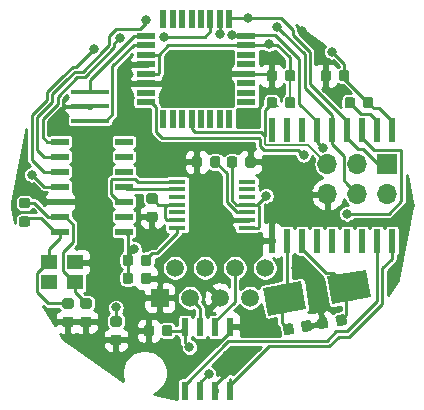
<source format=gbr>
G04 #@! TF.GenerationSoftware,KiCad,Pcbnew,(5.1.2)-2*
G04 #@! TF.CreationDate,2019-08-10T12:47:09-04:00*
G04 #@! TF.ProjectId,toyota-angle-sensor,746f796f-7461-42d6-916e-676c652d7365,rev?*
G04 #@! TF.SameCoordinates,Original*
G04 #@! TF.FileFunction,Copper,L2,Bot*
G04 #@! TF.FilePolarity,Positive*
%FSLAX46Y46*%
G04 Gerber Fmt 4.6, Leading zero omitted, Abs format (unit mm)*
G04 Created by KiCad (PCBNEW (5.1.2)-2) date 2019-08-10 12:47:09*
%MOMM*%
%LPD*%
G04 APERTURE LIST*
%ADD10O,1.700000X1.700000*%
%ADD11R,1.700000X1.700000*%
%ADD12C,2.400000*%
%ADD13C,0.100000*%
%ADD14C,0.875000*%
%ADD15C,1.500000*%
%ADD16R,1.500000X1.500000*%
%ADD17R,0.600000X2.000000*%
%ADD18R,1.400000X1.200000*%
%ADD19R,3.200000X0.400000*%
%ADD20R,0.600000X1.550000*%
%ADD21R,1.450000X0.450000*%
%ADD22R,1.500000X0.600000*%
%ADD23R,1.600000X0.550000*%
%ADD24R,0.550000X1.600000*%
%ADD25C,0.800000*%
%ADD26C,0.250000*%
%ADD27C,0.200000*%
%ADD28C,0.254000*%
G04 APERTURE END LIST*
D10*
X136779000Y-126111000D03*
X136779000Y-123571000D03*
X139319000Y-126111000D03*
X139319000Y-123571000D03*
X141859000Y-126111000D03*
D11*
X141859000Y-123571000D03*
D12*
X138587862Y-133965394D03*
D13*
G36*
X137158997Y-135435853D02*
G01*
X136742241Y-133072315D01*
X140016727Y-132494935D01*
X140433483Y-134858473D01*
X137158997Y-135435853D01*
X137158997Y-135435853D01*
G37*
D12*
X133146800Y-134924800D03*
D13*
G36*
X131717935Y-136395259D02*
G01*
X131301179Y-134031721D01*
X134575665Y-133454341D01*
X134992421Y-135817879D01*
X131717935Y-136395259D01*
X131717935Y-136395259D01*
G37*
G36*
X130504191Y-122906553D02*
G01*
X130525426Y-122909703D01*
X130546250Y-122914919D01*
X130566462Y-122922151D01*
X130585868Y-122931330D01*
X130604281Y-122942366D01*
X130621524Y-122955154D01*
X130637430Y-122969570D01*
X130651846Y-122985476D01*
X130664634Y-123002719D01*
X130675670Y-123021132D01*
X130684849Y-123040538D01*
X130692081Y-123060750D01*
X130697297Y-123081574D01*
X130700447Y-123102809D01*
X130701500Y-123124250D01*
X130701500Y-123636750D01*
X130700447Y-123658191D01*
X130697297Y-123679426D01*
X130692081Y-123700250D01*
X130684849Y-123720462D01*
X130675670Y-123739868D01*
X130664634Y-123758281D01*
X130651846Y-123775524D01*
X130637430Y-123791430D01*
X130621524Y-123805846D01*
X130604281Y-123818634D01*
X130585868Y-123829670D01*
X130566462Y-123838849D01*
X130546250Y-123846081D01*
X130525426Y-123851297D01*
X130504191Y-123854447D01*
X130482750Y-123855500D01*
X130045250Y-123855500D01*
X130023809Y-123854447D01*
X130002574Y-123851297D01*
X129981750Y-123846081D01*
X129961538Y-123838849D01*
X129942132Y-123829670D01*
X129923719Y-123818634D01*
X129906476Y-123805846D01*
X129890570Y-123791430D01*
X129876154Y-123775524D01*
X129863366Y-123758281D01*
X129852330Y-123739868D01*
X129843151Y-123720462D01*
X129835919Y-123700250D01*
X129830703Y-123679426D01*
X129827553Y-123658191D01*
X129826500Y-123636750D01*
X129826500Y-123124250D01*
X129827553Y-123102809D01*
X129830703Y-123081574D01*
X129835919Y-123060750D01*
X129843151Y-123040538D01*
X129852330Y-123021132D01*
X129863366Y-123002719D01*
X129876154Y-122985476D01*
X129890570Y-122969570D01*
X129906476Y-122955154D01*
X129923719Y-122942366D01*
X129942132Y-122931330D01*
X129961538Y-122922151D01*
X129981750Y-122914919D01*
X130002574Y-122909703D01*
X130023809Y-122906553D01*
X130045250Y-122905500D01*
X130482750Y-122905500D01*
X130504191Y-122906553D01*
X130504191Y-122906553D01*
G37*
D14*
X130264000Y-123380500D03*
D13*
G36*
X128929191Y-122906553D02*
G01*
X128950426Y-122909703D01*
X128971250Y-122914919D01*
X128991462Y-122922151D01*
X129010868Y-122931330D01*
X129029281Y-122942366D01*
X129046524Y-122955154D01*
X129062430Y-122969570D01*
X129076846Y-122985476D01*
X129089634Y-123002719D01*
X129100670Y-123021132D01*
X129109849Y-123040538D01*
X129117081Y-123060750D01*
X129122297Y-123081574D01*
X129125447Y-123102809D01*
X129126500Y-123124250D01*
X129126500Y-123636750D01*
X129125447Y-123658191D01*
X129122297Y-123679426D01*
X129117081Y-123700250D01*
X129109849Y-123720462D01*
X129100670Y-123739868D01*
X129089634Y-123758281D01*
X129076846Y-123775524D01*
X129062430Y-123791430D01*
X129046524Y-123805846D01*
X129029281Y-123818634D01*
X129010868Y-123829670D01*
X128991462Y-123838849D01*
X128971250Y-123846081D01*
X128950426Y-123851297D01*
X128929191Y-123854447D01*
X128907750Y-123855500D01*
X128470250Y-123855500D01*
X128448809Y-123854447D01*
X128427574Y-123851297D01*
X128406750Y-123846081D01*
X128386538Y-123838849D01*
X128367132Y-123829670D01*
X128348719Y-123818634D01*
X128331476Y-123805846D01*
X128315570Y-123791430D01*
X128301154Y-123775524D01*
X128288366Y-123758281D01*
X128277330Y-123739868D01*
X128268151Y-123720462D01*
X128260919Y-123700250D01*
X128255703Y-123679426D01*
X128252553Y-123658191D01*
X128251500Y-123636750D01*
X128251500Y-123124250D01*
X128252553Y-123102809D01*
X128255703Y-123081574D01*
X128260919Y-123060750D01*
X128268151Y-123040538D01*
X128277330Y-123021132D01*
X128288366Y-123002719D01*
X128301154Y-122985476D01*
X128315570Y-122969570D01*
X128331476Y-122955154D01*
X128348719Y-122942366D01*
X128367132Y-122931330D01*
X128386538Y-122922151D01*
X128406750Y-122914919D01*
X128427574Y-122909703D01*
X128448809Y-122906553D01*
X128470250Y-122905500D01*
X128907750Y-122905500D01*
X128929191Y-122906553D01*
X128929191Y-122906553D01*
G37*
D14*
X128689000Y-123380500D03*
D13*
G36*
X121880691Y-137194053D02*
G01*
X121901926Y-137197203D01*
X121922750Y-137202419D01*
X121942962Y-137209651D01*
X121962368Y-137218830D01*
X121980781Y-137229866D01*
X121998024Y-137242654D01*
X122013930Y-137257070D01*
X122028346Y-137272976D01*
X122041134Y-137290219D01*
X122052170Y-137308632D01*
X122061349Y-137328038D01*
X122068581Y-137348250D01*
X122073797Y-137369074D01*
X122076947Y-137390309D01*
X122078000Y-137411750D01*
X122078000Y-137924250D01*
X122076947Y-137945691D01*
X122073797Y-137966926D01*
X122068581Y-137987750D01*
X122061349Y-138007962D01*
X122052170Y-138027368D01*
X122041134Y-138045781D01*
X122028346Y-138063024D01*
X122013930Y-138078930D01*
X121998024Y-138093346D01*
X121980781Y-138106134D01*
X121962368Y-138117170D01*
X121942962Y-138126349D01*
X121922750Y-138133581D01*
X121901926Y-138138797D01*
X121880691Y-138141947D01*
X121859250Y-138143000D01*
X121421750Y-138143000D01*
X121400309Y-138141947D01*
X121379074Y-138138797D01*
X121358250Y-138133581D01*
X121338038Y-138126349D01*
X121318632Y-138117170D01*
X121300219Y-138106134D01*
X121282976Y-138093346D01*
X121267070Y-138078930D01*
X121252654Y-138063024D01*
X121239866Y-138045781D01*
X121228830Y-138027368D01*
X121219651Y-138007962D01*
X121212419Y-137987750D01*
X121207203Y-137966926D01*
X121204053Y-137945691D01*
X121203000Y-137924250D01*
X121203000Y-137411750D01*
X121204053Y-137390309D01*
X121207203Y-137369074D01*
X121212419Y-137348250D01*
X121219651Y-137328038D01*
X121228830Y-137308632D01*
X121239866Y-137290219D01*
X121252654Y-137272976D01*
X121267070Y-137257070D01*
X121282976Y-137242654D01*
X121300219Y-137229866D01*
X121318632Y-137218830D01*
X121338038Y-137209651D01*
X121358250Y-137202419D01*
X121379074Y-137197203D01*
X121400309Y-137194053D01*
X121421750Y-137193000D01*
X121859250Y-137193000D01*
X121880691Y-137194053D01*
X121880691Y-137194053D01*
G37*
D14*
X121640500Y-137668000D03*
D13*
G36*
X123455691Y-137194053D02*
G01*
X123476926Y-137197203D01*
X123497750Y-137202419D01*
X123517962Y-137209651D01*
X123537368Y-137218830D01*
X123555781Y-137229866D01*
X123573024Y-137242654D01*
X123588930Y-137257070D01*
X123603346Y-137272976D01*
X123616134Y-137290219D01*
X123627170Y-137308632D01*
X123636349Y-137328038D01*
X123643581Y-137348250D01*
X123648797Y-137369074D01*
X123651947Y-137390309D01*
X123653000Y-137411750D01*
X123653000Y-137924250D01*
X123651947Y-137945691D01*
X123648797Y-137966926D01*
X123643581Y-137987750D01*
X123636349Y-138007962D01*
X123627170Y-138027368D01*
X123616134Y-138045781D01*
X123603346Y-138063024D01*
X123588930Y-138078930D01*
X123573024Y-138093346D01*
X123555781Y-138106134D01*
X123537368Y-138117170D01*
X123517962Y-138126349D01*
X123497750Y-138133581D01*
X123476926Y-138138797D01*
X123455691Y-138141947D01*
X123434250Y-138143000D01*
X122996750Y-138143000D01*
X122975309Y-138141947D01*
X122954074Y-138138797D01*
X122933250Y-138133581D01*
X122913038Y-138126349D01*
X122893632Y-138117170D01*
X122875219Y-138106134D01*
X122857976Y-138093346D01*
X122842070Y-138078930D01*
X122827654Y-138063024D01*
X122814866Y-138045781D01*
X122803830Y-138027368D01*
X122794651Y-138007962D01*
X122787419Y-137987750D01*
X122782203Y-137966926D01*
X122779053Y-137945691D01*
X122778000Y-137924250D01*
X122778000Y-137411750D01*
X122779053Y-137390309D01*
X122782203Y-137369074D01*
X122787419Y-137348250D01*
X122794651Y-137328038D01*
X122803830Y-137308632D01*
X122814866Y-137290219D01*
X122827654Y-137272976D01*
X122842070Y-137257070D01*
X122857976Y-137242654D01*
X122875219Y-137229866D01*
X122893632Y-137218830D01*
X122913038Y-137209651D01*
X122933250Y-137202419D01*
X122954074Y-137197203D01*
X122975309Y-137194053D01*
X122996750Y-137193000D01*
X123434250Y-137193000D01*
X123455691Y-137194053D01*
X123455691Y-137194053D01*
G37*
D14*
X123215500Y-137668000D03*
D13*
G36*
X136866691Y-115604053D02*
G01*
X136887926Y-115607203D01*
X136908750Y-115612419D01*
X136928962Y-115619651D01*
X136948368Y-115628830D01*
X136966781Y-115639866D01*
X136984024Y-115652654D01*
X136999930Y-115667070D01*
X137014346Y-115682976D01*
X137027134Y-115700219D01*
X137038170Y-115718632D01*
X137047349Y-115738038D01*
X137054581Y-115758250D01*
X137059797Y-115779074D01*
X137062947Y-115800309D01*
X137064000Y-115821750D01*
X137064000Y-116334250D01*
X137062947Y-116355691D01*
X137059797Y-116376926D01*
X137054581Y-116397750D01*
X137047349Y-116417962D01*
X137038170Y-116437368D01*
X137027134Y-116455781D01*
X137014346Y-116473024D01*
X136999930Y-116488930D01*
X136984024Y-116503346D01*
X136966781Y-116516134D01*
X136948368Y-116527170D01*
X136928962Y-116536349D01*
X136908750Y-116543581D01*
X136887926Y-116548797D01*
X136866691Y-116551947D01*
X136845250Y-116553000D01*
X136407750Y-116553000D01*
X136386309Y-116551947D01*
X136365074Y-116548797D01*
X136344250Y-116543581D01*
X136324038Y-116536349D01*
X136304632Y-116527170D01*
X136286219Y-116516134D01*
X136268976Y-116503346D01*
X136253070Y-116488930D01*
X136238654Y-116473024D01*
X136225866Y-116455781D01*
X136214830Y-116437368D01*
X136205651Y-116417962D01*
X136198419Y-116397750D01*
X136193203Y-116376926D01*
X136190053Y-116355691D01*
X136189000Y-116334250D01*
X136189000Y-115821750D01*
X136190053Y-115800309D01*
X136193203Y-115779074D01*
X136198419Y-115758250D01*
X136205651Y-115738038D01*
X136214830Y-115718632D01*
X136225866Y-115700219D01*
X136238654Y-115682976D01*
X136253070Y-115667070D01*
X136268976Y-115652654D01*
X136286219Y-115639866D01*
X136304632Y-115628830D01*
X136324038Y-115619651D01*
X136344250Y-115612419D01*
X136365074Y-115607203D01*
X136386309Y-115604053D01*
X136407750Y-115603000D01*
X136845250Y-115603000D01*
X136866691Y-115604053D01*
X136866691Y-115604053D01*
G37*
D14*
X136626500Y-116078000D03*
D13*
G36*
X138441691Y-115604053D02*
G01*
X138462926Y-115607203D01*
X138483750Y-115612419D01*
X138503962Y-115619651D01*
X138523368Y-115628830D01*
X138541781Y-115639866D01*
X138559024Y-115652654D01*
X138574930Y-115667070D01*
X138589346Y-115682976D01*
X138602134Y-115700219D01*
X138613170Y-115718632D01*
X138622349Y-115738038D01*
X138629581Y-115758250D01*
X138634797Y-115779074D01*
X138637947Y-115800309D01*
X138639000Y-115821750D01*
X138639000Y-116334250D01*
X138637947Y-116355691D01*
X138634797Y-116376926D01*
X138629581Y-116397750D01*
X138622349Y-116417962D01*
X138613170Y-116437368D01*
X138602134Y-116455781D01*
X138589346Y-116473024D01*
X138574930Y-116488930D01*
X138559024Y-116503346D01*
X138541781Y-116516134D01*
X138523368Y-116527170D01*
X138503962Y-116536349D01*
X138483750Y-116543581D01*
X138462926Y-116548797D01*
X138441691Y-116551947D01*
X138420250Y-116553000D01*
X137982750Y-116553000D01*
X137961309Y-116551947D01*
X137940074Y-116548797D01*
X137919250Y-116543581D01*
X137899038Y-116536349D01*
X137879632Y-116527170D01*
X137861219Y-116516134D01*
X137843976Y-116503346D01*
X137828070Y-116488930D01*
X137813654Y-116473024D01*
X137800866Y-116455781D01*
X137789830Y-116437368D01*
X137780651Y-116417962D01*
X137773419Y-116397750D01*
X137768203Y-116376926D01*
X137765053Y-116355691D01*
X137764000Y-116334250D01*
X137764000Y-115821750D01*
X137765053Y-115800309D01*
X137768203Y-115779074D01*
X137773419Y-115758250D01*
X137780651Y-115738038D01*
X137789830Y-115718632D01*
X137800866Y-115700219D01*
X137813654Y-115682976D01*
X137828070Y-115667070D01*
X137843976Y-115652654D01*
X137861219Y-115639866D01*
X137879632Y-115628830D01*
X137899038Y-115619651D01*
X137919250Y-115612419D01*
X137940074Y-115607203D01*
X137961309Y-115604053D01*
X137982750Y-115603000D01*
X138420250Y-115603000D01*
X138441691Y-115604053D01*
X138441691Y-115604053D01*
G37*
D14*
X138201500Y-116078000D03*
D13*
G36*
X121677691Y-132749053D02*
G01*
X121698926Y-132752203D01*
X121719750Y-132757419D01*
X121739962Y-132764651D01*
X121759368Y-132773830D01*
X121777781Y-132784866D01*
X121795024Y-132797654D01*
X121810930Y-132812070D01*
X121825346Y-132827976D01*
X121838134Y-132845219D01*
X121849170Y-132863632D01*
X121858349Y-132883038D01*
X121865581Y-132903250D01*
X121870797Y-132924074D01*
X121873947Y-132945309D01*
X121875000Y-132966750D01*
X121875000Y-133479250D01*
X121873947Y-133500691D01*
X121870797Y-133521926D01*
X121865581Y-133542750D01*
X121858349Y-133562962D01*
X121849170Y-133582368D01*
X121838134Y-133600781D01*
X121825346Y-133618024D01*
X121810930Y-133633930D01*
X121795024Y-133648346D01*
X121777781Y-133661134D01*
X121759368Y-133672170D01*
X121739962Y-133681349D01*
X121719750Y-133688581D01*
X121698926Y-133693797D01*
X121677691Y-133696947D01*
X121656250Y-133698000D01*
X121218750Y-133698000D01*
X121197309Y-133696947D01*
X121176074Y-133693797D01*
X121155250Y-133688581D01*
X121135038Y-133681349D01*
X121115632Y-133672170D01*
X121097219Y-133661134D01*
X121079976Y-133648346D01*
X121064070Y-133633930D01*
X121049654Y-133618024D01*
X121036866Y-133600781D01*
X121025830Y-133582368D01*
X121016651Y-133562962D01*
X121009419Y-133542750D01*
X121004203Y-133521926D01*
X121001053Y-133500691D01*
X121000000Y-133479250D01*
X121000000Y-132966750D01*
X121001053Y-132945309D01*
X121004203Y-132924074D01*
X121009419Y-132903250D01*
X121016651Y-132883038D01*
X121025830Y-132863632D01*
X121036866Y-132845219D01*
X121049654Y-132827976D01*
X121064070Y-132812070D01*
X121079976Y-132797654D01*
X121097219Y-132784866D01*
X121115632Y-132773830D01*
X121135038Y-132764651D01*
X121155250Y-132757419D01*
X121176074Y-132752203D01*
X121197309Y-132749053D01*
X121218750Y-132748000D01*
X121656250Y-132748000D01*
X121677691Y-132749053D01*
X121677691Y-132749053D01*
G37*
D14*
X121437500Y-133223000D03*
D13*
G36*
X120102691Y-132749053D02*
G01*
X120123926Y-132752203D01*
X120144750Y-132757419D01*
X120164962Y-132764651D01*
X120184368Y-132773830D01*
X120202781Y-132784866D01*
X120220024Y-132797654D01*
X120235930Y-132812070D01*
X120250346Y-132827976D01*
X120263134Y-132845219D01*
X120274170Y-132863632D01*
X120283349Y-132883038D01*
X120290581Y-132903250D01*
X120295797Y-132924074D01*
X120298947Y-132945309D01*
X120300000Y-132966750D01*
X120300000Y-133479250D01*
X120298947Y-133500691D01*
X120295797Y-133521926D01*
X120290581Y-133542750D01*
X120283349Y-133562962D01*
X120274170Y-133582368D01*
X120263134Y-133600781D01*
X120250346Y-133618024D01*
X120235930Y-133633930D01*
X120220024Y-133648346D01*
X120202781Y-133661134D01*
X120184368Y-133672170D01*
X120164962Y-133681349D01*
X120144750Y-133688581D01*
X120123926Y-133693797D01*
X120102691Y-133696947D01*
X120081250Y-133698000D01*
X119643750Y-133698000D01*
X119622309Y-133696947D01*
X119601074Y-133693797D01*
X119580250Y-133688581D01*
X119560038Y-133681349D01*
X119540632Y-133672170D01*
X119522219Y-133661134D01*
X119504976Y-133648346D01*
X119489070Y-133633930D01*
X119474654Y-133618024D01*
X119461866Y-133600781D01*
X119450830Y-133582368D01*
X119441651Y-133562962D01*
X119434419Y-133542750D01*
X119429203Y-133521926D01*
X119426053Y-133500691D01*
X119425000Y-133479250D01*
X119425000Y-132966750D01*
X119426053Y-132945309D01*
X119429203Y-132924074D01*
X119434419Y-132903250D01*
X119441651Y-132883038D01*
X119450830Y-132863632D01*
X119461866Y-132845219D01*
X119474654Y-132827976D01*
X119489070Y-132812070D01*
X119504976Y-132797654D01*
X119522219Y-132784866D01*
X119540632Y-132773830D01*
X119560038Y-132764651D01*
X119580250Y-132757419D01*
X119601074Y-132752203D01*
X119622309Y-132749053D01*
X119643750Y-132748000D01*
X120081250Y-132748000D01*
X120102691Y-132749053D01*
X120102691Y-132749053D01*
G37*
D14*
X119862500Y-133223000D03*
D13*
G36*
X132294691Y-115604053D02*
G01*
X132315926Y-115607203D01*
X132336750Y-115612419D01*
X132356962Y-115619651D01*
X132376368Y-115628830D01*
X132394781Y-115639866D01*
X132412024Y-115652654D01*
X132427930Y-115667070D01*
X132442346Y-115682976D01*
X132455134Y-115700219D01*
X132466170Y-115718632D01*
X132475349Y-115738038D01*
X132482581Y-115758250D01*
X132487797Y-115779074D01*
X132490947Y-115800309D01*
X132492000Y-115821750D01*
X132492000Y-116334250D01*
X132490947Y-116355691D01*
X132487797Y-116376926D01*
X132482581Y-116397750D01*
X132475349Y-116417962D01*
X132466170Y-116437368D01*
X132455134Y-116455781D01*
X132442346Y-116473024D01*
X132427930Y-116488930D01*
X132412024Y-116503346D01*
X132394781Y-116516134D01*
X132376368Y-116527170D01*
X132356962Y-116536349D01*
X132336750Y-116543581D01*
X132315926Y-116548797D01*
X132294691Y-116551947D01*
X132273250Y-116553000D01*
X131835750Y-116553000D01*
X131814309Y-116551947D01*
X131793074Y-116548797D01*
X131772250Y-116543581D01*
X131752038Y-116536349D01*
X131732632Y-116527170D01*
X131714219Y-116516134D01*
X131696976Y-116503346D01*
X131681070Y-116488930D01*
X131666654Y-116473024D01*
X131653866Y-116455781D01*
X131642830Y-116437368D01*
X131633651Y-116417962D01*
X131626419Y-116397750D01*
X131621203Y-116376926D01*
X131618053Y-116355691D01*
X131617000Y-116334250D01*
X131617000Y-115821750D01*
X131618053Y-115800309D01*
X131621203Y-115779074D01*
X131626419Y-115758250D01*
X131633651Y-115738038D01*
X131642830Y-115718632D01*
X131653866Y-115700219D01*
X131666654Y-115682976D01*
X131681070Y-115667070D01*
X131696976Y-115652654D01*
X131714219Y-115639866D01*
X131732632Y-115628830D01*
X131752038Y-115619651D01*
X131772250Y-115612419D01*
X131793074Y-115607203D01*
X131814309Y-115604053D01*
X131835750Y-115603000D01*
X132273250Y-115603000D01*
X132294691Y-115604053D01*
X132294691Y-115604053D01*
G37*
D14*
X132054500Y-116078000D03*
D13*
G36*
X133869691Y-115604053D02*
G01*
X133890926Y-115607203D01*
X133911750Y-115612419D01*
X133931962Y-115619651D01*
X133951368Y-115628830D01*
X133969781Y-115639866D01*
X133987024Y-115652654D01*
X134002930Y-115667070D01*
X134017346Y-115682976D01*
X134030134Y-115700219D01*
X134041170Y-115718632D01*
X134050349Y-115738038D01*
X134057581Y-115758250D01*
X134062797Y-115779074D01*
X134065947Y-115800309D01*
X134067000Y-115821750D01*
X134067000Y-116334250D01*
X134065947Y-116355691D01*
X134062797Y-116376926D01*
X134057581Y-116397750D01*
X134050349Y-116417962D01*
X134041170Y-116437368D01*
X134030134Y-116455781D01*
X134017346Y-116473024D01*
X134002930Y-116488930D01*
X133987024Y-116503346D01*
X133969781Y-116516134D01*
X133951368Y-116527170D01*
X133931962Y-116536349D01*
X133911750Y-116543581D01*
X133890926Y-116548797D01*
X133869691Y-116551947D01*
X133848250Y-116553000D01*
X133410750Y-116553000D01*
X133389309Y-116551947D01*
X133368074Y-116548797D01*
X133347250Y-116543581D01*
X133327038Y-116536349D01*
X133307632Y-116527170D01*
X133289219Y-116516134D01*
X133271976Y-116503346D01*
X133256070Y-116488930D01*
X133241654Y-116473024D01*
X133228866Y-116455781D01*
X133217830Y-116437368D01*
X133208651Y-116417962D01*
X133201419Y-116397750D01*
X133196203Y-116376926D01*
X133193053Y-116355691D01*
X133192000Y-116334250D01*
X133192000Y-115821750D01*
X133193053Y-115800309D01*
X133196203Y-115779074D01*
X133201419Y-115758250D01*
X133208651Y-115738038D01*
X133217830Y-115718632D01*
X133228866Y-115700219D01*
X133241654Y-115682976D01*
X133256070Y-115667070D01*
X133271976Y-115652654D01*
X133289219Y-115639866D01*
X133307632Y-115628830D01*
X133327038Y-115619651D01*
X133347250Y-115612419D01*
X133368074Y-115607203D01*
X133389309Y-115604053D01*
X133410750Y-115603000D01*
X133848250Y-115603000D01*
X133869691Y-115604053D01*
X133869691Y-115604053D01*
G37*
D14*
X133629500Y-116078000D03*
D13*
G36*
X127519691Y-122906553D02*
G01*
X127540926Y-122909703D01*
X127561750Y-122914919D01*
X127581962Y-122922151D01*
X127601368Y-122931330D01*
X127619781Y-122942366D01*
X127637024Y-122955154D01*
X127652930Y-122969570D01*
X127667346Y-122985476D01*
X127680134Y-123002719D01*
X127691170Y-123021132D01*
X127700349Y-123040538D01*
X127707581Y-123060750D01*
X127712797Y-123081574D01*
X127715947Y-123102809D01*
X127717000Y-123124250D01*
X127717000Y-123636750D01*
X127715947Y-123658191D01*
X127712797Y-123679426D01*
X127707581Y-123700250D01*
X127700349Y-123720462D01*
X127691170Y-123739868D01*
X127680134Y-123758281D01*
X127667346Y-123775524D01*
X127652930Y-123791430D01*
X127637024Y-123805846D01*
X127619781Y-123818634D01*
X127601368Y-123829670D01*
X127581962Y-123838849D01*
X127561750Y-123846081D01*
X127540926Y-123851297D01*
X127519691Y-123854447D01*
X127498250Y-123855500D01*
X127060750Y-123855500D01*
X127039309Y-123854447D01*
X127018074Y-123851297D01*
X126997250Y-123846081D01*
X126977038Y-123838849D01*
X126957632Y-123829670D01*
X126939219Y-123818634D01*
X126921976Y-123805846D01*
X126906070Y-123791430D01*
X126891654Y-123775524D01*
X126878866Y-123758281D01*
X126867830Y-123739868D01*
X126858651Y-123720462D01*
X126851419Y-123700250D01*
X126846203Y-123679426D01*
X126843053Y-123658191D01*
X126842000Y-123636750D01*
X126842000Y-123124250D01*
X126843053Y-123102809D01*
X126846203Y-123081574D01*
X126851419Y-123060750D01*
X126858651Y-123040538D01*
X126867830Y-123021132D01*
X126878866Y-123002719D01*
X126891654Y-122985476D01*
X126906070Y-122969570D01*
X126921976Y-122955154D01*
X126939219Y-122942366D01*
X126957632Y-122931330D01*
X126977038Y-122922151D01*
X126997250Y-122914919D01*
X127018074Y-122909703D01*
X127039309Y-122906553D01*
X127060750Y-122905500D01*
X127498250Y-122905500D01*
X127519691Y-122906553D01*
X127519691Y-122906553D01*
G37*
D14*
X127279500Y-123380500D03*
D13*
G36*
X125944691Y-122906553D02*
G01*
X125965926Y-122909703D01*
X125986750Y-122914919D01*
X126006962Y-122922151D01*
X126026368Y-122931330D01*
X126044781Y-122942366D01*
X126062024Y-122955154D01*
X126077930Y-122969570D01*
X126092346Y-122985476D01*
X126105134Y-123002719D01*
X126116170Y-123021132D01*
X126125349Y-123040538D01*
X126132581Y-123060750D01*
X126137797Y-123081574D01*
X126140947Y-123102809D01*
X126142000Y-123124250D01*
X126142000Y-123636750D01*
X126140947Y-123658191D01*
X126137797Y-123679426D01*
X126132581Y-123700250D01*
X126125349Y-123720462D01*
X126116170Y-123739868D01*
X126105134Y-123758281D01*
X126092346Y-123775524D01*
X126077930Y-123791430D01*
X126062024Y-123805846D01*
X126044781Y-123818634D01*
X126026368Y-123829670D01*
X126006962Y-123838849D01*
X125986750Y-123846081D01*
X125965926Y-123851297D01*
X125944691Y-123854447D01*
X125923250Y-123855500D01*
X125485750Y-123855500D01*
X125464309Y-123854447D01*
X125443074Y-123851297D01*
X125422250Y-123846081D01*
X125402038Y-123838849D01*
X125382632Y-123829670D01*
X125364219Y-123818634D01*
X125346976Y-123805846D01*
X125331070Y-123791430D01*
X125316654Y-123775524D01*
X125303866Y-123758281D01*
X125292830Y-123739868D01*
X125283651Y-123720462D01*
X125276419Y-123700250D01*
X125271203Y-123679426D01*
X125268053Y-123658191D01*
X125267000Y-123636750D01*
X125267000Y-123124250D01*
X125268053Y-123102809D01*
X125271203Y-123081574D01*
X125276419Y-123060750D01*
X125283651Y-123040538D01*
X125292830Y-123021132D01*
X125303866Y-123002719D01*
X125316654Y-122985476D01*
X125331070Y-122969570D01*
X125346976Y-122955154D01*
X125364219Y-122942366D01*
X125382632Y-122931330D01*
X125402038Y-122922151D01*
X125422250Y-122914919D01*
X125443074Y-122909703D01*
X125464309Y-122906553D01*
X125485750Y-122905500D01*
X125923250Y-122905500D01*
X125944691Y-122906553D01*
X125944691Y-122906553D01*
G37*
D14*
X125704500Y-123380500D03*
D13*
G36*
X135211650Y-136769732D02*
G01*
X135232811Y-136773344D01*
X135253516Y-136779013D01*
X135273565Y-136786684D01*
X135292767Y-136796284D01*
X135310934Y-136807719D01*
X135327894Y-136820880D01*
X135343482Y-136835640D01*
X135357548Y-136851857D01*
X135369957Y-136869374D01*
X135380589Y-136888024D01*
X135389342Y-136907625D01*
X135396131Y-136927990D01*
X135400892Y-136948923D01*
X135489887Y-137453637D01*
X135492573Y-137474936D01*
X135493158Y-137496395D01*
X135491637Y-137517808D01*
X135488025Y-137538969D01*
X135482356Y-137559674D01*
X135474684Y-137579724D01*
X135465085Y-137598925D01*
X135453650Y-137617093D01*
X135440489Y-137634052D01*
X135425729Y-137649640D01*
X135409512Y-137663706D01*
X135391994Y-137676115D01*
X135373345Y-137686747D01*
X135353743Y-137695500D01*
X135333378Y-137702289D01*
X135312446Y-137707050D01*
X134881593Y-137783022D01*
X134860295Y-137785708D01*
X134838835Y-137786293D01*
X134817422Y-137784772D01*
X134796261Y-137781160D01*
X134775556Y-137775491D01*
X134755507Y-137767820D01*
X134736305Y-137758220D01*
X134718138Y-137746785D01*
X134701178Y-137733624D01*
X134685590Y-137718864D01*
X134671524Y-137702647D01*
X134659115Y-137685130D01*
X134648483Y-137666480D01*
X134639730Y-137646879D01*
X134632941Y-137626514D01*
X134628180Y-137605581D01*
X134539185Y-137100867D01*
X134536499Y-137079568D01*
X134535914Y-137058109D01*
X134537435Y-137036696D01*
X134541047Y-137015535D01*
X134546716Y-136994830D01*
X134554388Y-136974780D01*
X134563987Y-136955579D01*
X134575422Y-136937411D01*
X134588583Y-136920452D01*
X134603343Y-136904864D01*
X134619560Y-136890798D01*
X134637078Y-136878389D01*
X134655727Y-136867757D01*
X134675329Y-136859004D01*
X134695694Y-136852215D01*
X134716626Y-136847454D01*
X135147479Y-136771482D01*
X135168777Y-136768796D01*
X135190237Y-136768211D01*
X135211650Y-136769732D01*
X135211650Y-136769732D01*
G37*
D14*
X135014536Y-137277252D03*
D13*
G36*
X133660578Y-137043228D02*
G01*
X133681739Y-137046840D01*
X133702444Y-137052509D01*
X133722493Y-137060180D01*
X133741695Y-137069780D01*
X133759862Y-137081215D01*
X133776822Y-137094376D01*
X133792410Y-137109136D01*
X133806476Y-137125353D01*
X133818885Y-137142870D01*
X133829517Y-137161520D01*
X133838270Y-137181121D01*
X133845059Y-137201486D01*
X133849820Y-137222419D01*
X133938815Y-137727133D01*
X133941501Y-137748432D01*
X133942086Y-137769891D01*
X133940565Y-137791304D01*
X133936953Y-137812465D01*
X133931284Y-137833170D01*
X133923612Y-137853220D01*
X133914013Y-137872421D01*
X133902578Y-137890589D01*
X133889417Y-137907548D01*
X133874657Y-137923136D01*
X133858440Y-137937202D01*
X133840922Y-137949611D01*
X133822273Y-137960243D01*
X133802671Y-137968996D01*
X133782306Y-137975785D01*
X133761374Y-137980546D01*
X133330521Y-138056518D01*
X133309223Y-138059204D01*
X133287763Y-138059789D01*
X133266350Y-138058268D01*
X133245189Y-138054656D01*
X133224484Y-138048987D01*
X133204435Y-138041316D01*
X133185233Y-138031716D01*
X133167066Y-138020281D01*
X133150106Y-138007120D01*
X133134518Y-137992360D01*
X133120452Y-137976143D01*
X133108043Y-137958626D01*
X133097411Y-137939976D01*
X133088658Y-137920375D01*
X133081869Y-137900010D01*
X133077108Y-137879077D01*
X132988113Y-137374363D01*
X132985427Y-137353064D01*
X132984842Y-137331605D01*
X132986363Y-137310192D01*
X132989975Y-137289031D01*
X132995644Y-137268326D01*
X133003316Y-137248276D01*
X133012915Y-137229075D01*
X133024350Y-137210907D01*
X133037511Y-137193948D01*
X133052271Y-137178360D01*
X133068488Y-137164294D01*
X133086006Y-137151885D01*
X133104655Y-137141253D01*
X133124257Y-137132500D01*
X133144622Y-137125711D01*
X133165554Y-137120950D01*
X133596407Y-137044978D01*
X133617705Y-137042292D01*
X133639165Y-137041707D01*
X133660578Y-137043228D01*
X133660578Y-137043228D01*
G37*
D14*
X133463464Y-137550748D03*
D13*
G36*
X136581578Y-136535228D02*
G01*
X136602739Y-136538840D01*
X136623444Y-136544509D01*
X136643493Y-136552180D01*
X136662695Y-136561780D01*
X136680862Y-136573215D01*
X136697822Y-136586376D01*
X136713410Y-136601136D01*
X136727476Y-136617353D01*
X136739885Y-136634870D01*
X136750517Y-136653520D01*
X136759270Y-136673121D01*
X136766059Y-136693486D01*
X136770820Y-136714419D01*
X136859815Y-137219133D01*
X136862501Y-137240432D01*
X136863086Y-137261891D01*
X136861565Y-137283304D01*
X136857953Y-137304465D01*
X136852284Y-137325170D01*
X136844612Y-137345220D01*
X136835013Y-137364421D01*
X136823578Y-137382589D01*
X136810417Y-137399548D01*
X136795657Y-137415136D01*
X136779440Y-137429202D01*
X136761922Y-137441611D01*
X136743273Y-137452243D01*
X136723671Y-137460996D01*
X136703306Y-137467785D01*
X136682374Y-137472546D01*
X136251521Y-137548518D01*
X136230223Y-137551204D01*
X136208763Y-137551789D01*
X136187350Y-137550268D01*
X136166189Y-137546656D01*
X136145484Y-137540987D01*
X136125435Y-137533316D01*
X136106233Y-137523716D01*
X136088066Y-137512281D01*
X136071106Y-137499120D01*
X136055518Y-137484360D01*
X136041452Y-137468143D01*
X136029043Y-137450626D01*
X136018411Y-137431976D01*
X136009658Y-137412375D01*
X136002869Y-137392010D01*
X135998108Y-137371077D01*
X135909113Y-136866363D01*
X135906427Y-136845064D01*
X135905842Y-136823605D01*
X135907363Y-136802192D01*
X135910975Y-136781031D01*
X135916644Y-136760326D01*
X135924316Y-136740276D01*
X135933915Y-136721075D01*
X135945350Y-136702907D01*
X135958511Y-136685948D01*
X135973271Y-136670360D01*
X135989488Y-136656294D01*
X136007006Y-136643885D01*
X136025655Y-136633253D01*
X136045257Y-136624500D01*
X136065622Y-136617711D01*
X136086554Y-136612950D01*
X136517407Y-136536978D01*
X136538705Y-136534292D01*
X136560165Y-136533707D01*
X136581578Y-136535228D01*
X136581578Y-136535228D01*
G37*
D14*
X136384464Y-137042748D03*
D13*
G36*
X138132650Y-136261732D02*
G01*
X138153811Y-136265344D01*
X138174516Y-136271013D01*
X138194565Y-136278684D01*
X138213767Y-136288284D01*
X138231934Y-136299719D01*
X138248894Y-136312880D01*
X138264482Y-136327640D01*
X138278548Y-136343857D01*
X138290957Y-136361374D01*
X138301589Y-136380024D01*
X138310342Y-136399625D01*
X138317131Y-136419990D01*
X138321892Y-136440923D01*
X138410887Y-136945637D01*
X138413573Y-136966936D01*
X138414158Y-136988395D01*
X138412637Y-137009808D01*
X138409025Y-137030969D01*
X138403356Y-137051674D01*
X138395684Y-137071724D01*
X138386085Y-137090925D01*
X138374650Y-137109093D01*
X138361489Y-137126052D01*
X138346729Y-137141640D01*
X138330512Y-137155706D01*
X138312994Y-137168115D01*
X138294345Y-137178747D01*
X138274743Y-137187500D01*
X138254378Y-137194289D01*
X138233446Y-137199050D01*
X137802593Y-137275022D01*
X137781295Y-137277708D01*
X137759835Y-137278293D01*
X137738422Y-137276772D01*
X137717261Y-137273160D01*
X137696556Y-137267491D01*
X137676507Y-137259820D01*
X137657305Y-137250220D01*
X137639138Y-137238785D01*
X137622178Y-137225624D01*
X137606590Y-137210864D01*
X137592524Y-137194647D01*
X137580115Y-137177130D01*
X137569483Y-137158480D01*
X137560730Y-137138879D01*
X137553941Y-137118514D01*
X137549180Y-137097581D01*
X137460185Y-136592867D01*
X137457499Y-136571568D01*
X137456914Y-136550109D01*
X137458435Y-136528696D01*
X137462047Y-136507535D01*
X137467716Y-136486830D01*
X137475388Y-136466780D01*
X137484987Y-136447579D01*
X137496422Y-136429411D01*
X137509583Y-136412452D01*
X137524343Y-136396864D01*
X137540560Y-136382798D01*
X137558078Y-136370389D01*
X137576727Y-136359757D01*
X137596329Y-136351004D01*
X137616694Y-136344215D01*
X137637626Y-136339454D01*
X138068479Y-136263482D01*
X138089777Y-136260796D01*
X138111237Y-136260211D01*
X138132650Y-136261732D01*
X138132650Y-136261732D01*
G37*
D14*
X137935536Y-136769252D03*
D13*
G36*
X115085691Y-136495053D02*
G01*
X115106926Y-136498203D01*
X115127750Y-136503419D01*
X115147962Y-136510651D01*
X115167368Y-136519830D01*
X115185781Y-136530866D01*
X115203024Y-136543654D01*
X115218930Y-136558070D01*
X115233346Y-136573976D01*
X115246134Y-136591219D01*
X115257170Y-136609632D01*
X115266349Y-136629038D01*
X115273581Y-136649250D01*
X115278797Y-136670074D01*
X115281947Y-136691309D01*
X115283000Y-136712750D01*
X115283000Y-137150250D01*
X115281947Y-137171691D01*
X115278797Y-137192926D01*
X115273581Y-137213750D01*
X115266349Y-137233962D01*
X115257170Y-137253368D01*
X115246134Y-137271781D01*
X115233346Y-137289024D01*
X115218930Y-137304930D01*
X115203024Y-137319346D01*
X115185781Y-137332134D01*
X115167368Y-137343170D01*
X115147962Y-137352349D01*
X115127750Y-137359581D01*
X115106926Y-137364797D01*
X115085691Y-137367947D01*
X115064250Y-137369000D01*
X114551750Y-137369000D01*
X114530309Y-137367947D01*
X114509074Y-137364797D01*
X114488250Y-137359581D01*
X114468038Y-137352349D01*
X114448632Y-137343170D01*
X114430219Y-137332134D01*
X114412976Y-137319346D01*
X114397070Y-137304930D01*
X114382654Y-137289024D01*
X114369866Y-137271781D01*
X114358830Y-137253368D01*
X114349651Y-137233962D01*
X114342419Y-137213750D01*
X114337203Y-137192926D01*
X114334053Y-137171691D01*
X114333000Y-137150250D01*
X114333000Y-136712750D01*
X114334053Y-136691309D01*
X114337203Y-136670074D01*
X114342419Y-136649250D01*
X114349651Y-136629038D01*
X114358830Y-136609632D01*
X114369866Y-136591219D01*
X114382654Y-136573976D01*
X114397070Y-136558070D01*
X114412976Y-136543654D01*
X114430219Y-136530866D01*
X114448632Y-136519830D01*
X114468038Y-136510651D01*
X114488250Y-136503419D01*
X114509074Y-136498203D01*
X114530309Y-136495053D01*
X114551750Y-136494000D01*
X115064250Y-136494000D01*
X115085691Y-136495053D01*
X115085691Y-136495053D01*
G37*
D14*
X114808000Y-136931500D03*
D13*
G36*
X115085691Y-134920053D02*
G01*
X115106926Y-134923203D01*
X115127750Y-134928419D01*
X115147962Y-134935651D01*
X115167368Y-134944830D01*
X115185781Y-134955866D01*
X115203024Y-134968654D01*
X115218930Y-134983070D01*
X115233346Y-134998976D01*
X115246134Y-135016219D01*
X115257170Y-135034632D01*
X115266349Y-135054038D01*
X115273581Y-135074250D01*
X115278797Y-135095074D01*
X115281947Y-135116309D01*
X115283000Y-135137750D01*
X115283000Y-135575250D01*
X115281947Y-135596691D01*
X115278797Y-135617926D01*
X115273581Y-135638750D01*
X115266349Y-135658962D01*
X115257170Y-135678368D01*
X115246134Y-135696781D01*
X115233346Y-135714024D01*
X115218930Y-135729930D01*
X115203024Y-135744346D01*
X115185781Y-135757134D01*
X115167368Y-135768170D01*
X115147962Y-135777349D01*
X115127750Y-135784581D01*
X115106926Y-135789797D01*
X115085691Y-135792947D01*
X115064250Y-135794000D01*
X114551750Y-135794000D01*
X114530309Y-135792947D01*
X114509074Y-135789797D01*
X114488250Y-135784581D01*
X114468038Y-135777349D01*
X114448632Y-135768170D01*
X114430219Y-135757134D01*
X114412976Y-135744346D01*
X114397070Y-135729930D01*
X114382654Y-135714024D01*
X114369866Y-135696781D01*
X114358830Y-135678368D01*
X114349651Y-135658962D01*
X114342419Y-135638750D01*
X114337203Y-135617926D01*
X114334053Y-135596691D01*
X114333000Y-135575250D01*
X114333000Y-135137750D01*
X114334053Y-135116309D01*
X114337203Y-135095074D01*
X114342419Y-135074250D01*
X114349651Y-135054038D01*
X114358830Y-135034632D01*
X114369866Y-135016219D01*
X114382654Y-134998976D01*
X114397070Y-134983070D01*
X114412976Y-134968654D01*
X114430219Y-134955866D01*
X114448632Y-134944830D01*
X114468038Y-134935651D01*
X114488250Y-134928419D01*
X114509074Y-134923203D01*
X114530309Y-134920053D01*
X114551750Y-134919000D01*
X115064250Y-134919000D01*
X115085691Y-134920053D01*
X115085691Y-134920053D01*
G37*
D14*
X114808000Y-135356500D03*
D13*
G36*
X116609691Y-136495053D02*
G01*
X116630926Y-136498203D01*
X116651750Y-136503419D01*
X116671962Y-136510651D01*
X116691368Y-136519830D01*
X116709781Y-136530866D01*
X116727024Y-136543654D01*
X116742930Y-136558070D01*
X116757346Y-136573976D01*
X116770134Y-136591219D01*
X116781170Y-136609632D01*
X116790349Y-136629038D01*
X116797581Y-136649250D01*
X116802797Y-136670074D01*
X116805947Y-136691309D01*
X116807000Y-136712750D01*
X116807000Y-137150250D01*
X116805947Y-137171691D01*
X116802797Y-137192926D01*
X116797581Y-137213750D01*
X116790349Y-137233962D01*
X116781170Y-137253368D01*
X116770134Y-137271781D01*
X116757346Y-137289024D01*
X116742930Y-137304930D01*
X116727024Y-137319346D01*
X116709781Y-137332134D01*
X116691368Y-137343170D01*
X116671962Y-137352349D01*
X116651750Y-137359581D01*
X116630926Y-137364797D01*
X116609691Y-137367947D01*
X116588250Y-137369000D01*
X116075750Y-137369000D01*
X116054309Y-137367947D01*
X116033074Y-137364797D01*
X116012250Y-137359581D01*
X115992038Y-137352349D01*
X115972632Y-137343170D01*
X115954219Y-137332134D01*
X115936976Y-137319346D01*
X115921070Y-137304930D01*
X115906654Y-137289024D01*
X115893866Y-137271781D01*
X115882830Y-137253368D01*
X115873651Y-137233962D01*
X115866419Y-137213750D01*
X115861203Y-137192926D01*
X115858053Y-137171691D01*
X115857000Y-137150250D01*
X115857000Y-136712750D01*
X115858053Y-136691309D01*
X115861203Y-136670074D01*
X115866419Y-136649250D01*
X115873651Y-136629038D01*
X115882830Y-136609632D01*
X115893866Y-136591219D01*
X115906654Y-136573976D01*
X115921070Y-136558070D01*
X115936976Y-136543654D01*
X115954219Y-136530866D01*
X115972632Y-136519830D01*
X115992038Y-136510651D01*
X116012250Y-136503419D01*
X116033074Y-136498203D01*
X116054309Y-136495053D01*
X116075750Y-136494000D01*
X116588250Y-136494000D01*
X116609691Y-136495053D01*
X116609691Y-136495053D01*
G37*
D14*
X116332000Y-136931500D03*
D13*
G36*
X116609691Y-134920053D02*
G01*
X116630926Y-134923203D01*
X116651750Y-134928419D01*
X116671962Y-134935651D01*
X116691368Y-134944830D01*
X116709781Y-134955866D01*
X116727024Y-134968654D01*
X116742930Y-134983070D01*
X116757346Y-134998976D01*
X116770134Y-135016219D01*
X116781170Y-135034632D01*
X116790349Y-135054038D01*
X116797581Y-135074250D01*
X116802797Y-135095074D01*
X116805947Y-135116309D01*
X116807000Y-135137750D01*
X116807000Y-135575250D01*
X116805947Y-135596691D01*
X116802797Y-135617926D01*
X116797581Y-135638750D01*
X116790349Y-135658962D01*
X116781170Y-135678368D01*
X116770134Y-135696781D01*
X116757346Y-135714024D01*
X116742930Y-135729930D01*
X116727024Y-135744346D01*
X116709781Y-135757134D01*
X116691368Y-135768170D01*
X116671962Y-135777349D01*
X116651750Y-135784581D01*
X116630926Y-135789797D01*
X116609691Y-135792947D01*
X116588250Y-135794000D01*
X116075750Y-135794000D01*
X116054309Y-135792947D01*
X116033074Y-135789797D01*
X116012250Y-135784581D01*
X115992038Y-135777349D01*
X115972632Y-135768170D01*
X115954219Y-135757134D01*
X115936976Y-135744346D01*
X115921070Y-135729930D01*
X115906654Y-135714024D01*
X115893866Y-135696781D01*
X115882830Y-135678368D01*
X115873651Y-135658962D01*
X115866419Y-135638750D01*
X115861203Y-135617926D01*
X115858053Y-135596691D01*
X115857000Y-135575250D01*
X115857000Y-135137750D01*
X115858053Y-135116309D01*
X115861203Y-135095074D01*
X115866419Y-135074250D01*
X115873651Y-135054038D01*
X115882830Y-135034632D01*
X115893866Y-135016219D01*
X115906654Y-134998976D01*
X115921070Y-134983070D01*
X115936976Y-134968654D01*
X115954219Y-134955866D01*
X115972632Y-134944830D01*
X115992038Y-134935651D01*
X116012250Y-134928419D01*
X116033074Y-134923203D01*
X116054309Y-134920053D01*
X116075750Y-134919000D01*
X116588250Y-134919000D01*
X116609691Y-134920053D01*
X116609691Y-134920053D01*
G37*
D14*
X116332000Y-135356500D03*
D13*
G36*
X122197691Y-127605053D02*
G01*
X122218926Y-127608203D01*
X122239750Y-127613419D01*
X122259962Y-127620651D01*
X122279368Y-127629830D01*
X122297781Y-127640866D01*
X122315024Y-127653654D01*
X122330930Y-127668070D01*
X122345346Y-127683976D01*
X122358134Y-127701219D01*
X122369170Y-127719632D01*
X122378349Y-127739038D01*
X122385581Y-127759250D01*
X122390797Y-127780074D01*
X122393947Y-127801309D01*
X122395000Y-127822750D01*
X122395000Y-128260250D01*
X122393947Y-128281691D01*
X122390797Y-128302926D01*
X122385581Y-128323750D01*
X122378349Y-128343962D01*
X122369170Y-128363368D01*
X122358134Y-128381781D01*
X122345346Y-128399024D01*
X122330930Y-128414930D01*
X122315024Y-128429346D01*
X122297781Y-128442134D01*
X122279368Y-128453170D01*
X122259962Y-128462349D01*
X122239750Y-128469581D01*
X122218926Y-128474797D01*
X122197691Y-128477947D01*
X122176250Y-128479000D01*
X121663750Y-128479000D01*
X121642309Y-128477947D01*
X121621074Y-128474797D01*
X121600250Y-128469581D01*
X121580038Y-128462349D01*
X121560632Y-128453170D01*
X121542219Y-128442134D01*
X121524976Y-128429346D01*
X121509070Y-128414930D01*
X121494654Y-128399024D01*
X121481866Y-128381781D01*
X121470830Y-128363368D01*
X121461651Y-128343962D01*
X121454419Y-128323750D01*
X121449203Y-128302926D01*
X121446053Y-128281691D01*
X121445000Y-128260250D01*
X121445000Y-127822750D01*
X121446053Y-127801309D01*
X121449203Y-127780074D01*
X121454419Y-127759250D01*
X121461651Y-127739038D01*
X121470830Y-127719632D01*
X121481866Y-127701219D01*
X121494654Y-127683976D01*
X121509070Y-127668070D01*
X121524976Y-127653654D01*
X121542219Y-127640866D01*
X121560632Y-127629830D01*
X121580038Y-127620651D01*
X121600250Y-127613419D01*
X121621074Y-127608203D01*
X121642309Y-127605053D01*
X121663750Y-127604000D01*
X122176250Y-127604000D01*
X122197691Y-127605053D01*
X122197691Y-127605053D01*
G37*
D14*
X121920000Y-128041500D03*
D13*
G36*
X122197691Y-126030053D02*
G01*
X122218926Y-126033203D01*
X122239750Y-126038419D01*
X122259962Y-126045651D01*
X122279368Y-126054830D01*
X122297781Y-126065866D01*
X122315024Y-126078654D01*
X122330930Y-126093070D01*
X122345346Y-126108976D01*
X122358134Y-126126219D01*
X122369170Y-126144632D01*
X122378349Y-126164038D01*
X122385581Y-126184250D01*
X122390797Y-126205074D01*
X122393947Y-126226309D01*
X122395000Y-126247750D01*
X122395000Y-126685250D01*
X122393947Y-126706691D01*
X122390797Y-126727926D01*
X122385581Y-126748750D01*
X122378349Y-126768962D01*
X122369170Y-126788368D01*
X122358134Y-126806781D01*
X122345346Y-126824024D01*
X122330930Y-126839930D01*
X122315024Y-126854346D01*
X122297781Y-126867134D01*
X122279368Y-126878170D01*
X122259962Y-126887349D01*
X122239750Y-126894581D01*
X122218926Y-126899797D01*
X122197691Y-126902947D01*
X122176250Y-126904000D01*
X121663750Y-126904000D01*
X121642309Y-126902947D01*
X121621074Y-126899797D01*
X121600250Y-126894581D01*
X121580038Y-126887349D01*
X121560632Y-126878170D01*
X121542219Y-126867134D01*
X121524976Y-126854346D01*
X121509070Y-126839930D01*
X121494654Y-126824024D01*
X121481866Y-126806781D01*
X121470830Y-126788368D01*
X121461651Y-126768962D01*
X121454419Y-126748750D01*
X121449203Y-126727926D01*
X121446053Y-126706691D01*
X121445000Y-126685250D01*
X121445000Y-126247750D01*
X121446053Y-126226309D01*
X121449203Y-126205074D01*
X121454419Y-126184250D01*
X121461651Y-126164038D01*
X121470830Y-126144632D01*
X121481866Y-126126219D01*
X121494654Y-126108976D01*
X121509070Y-126093070D01*
X121524976Y-126078654D01*
X121542219Y-126065866D01*
X121560632Y-126054830D01*
X121580038Y-126045651D01*
X121600250Y-126038419D01*
X121621074Y-126033203D01*
X121642309Y-126030053D01*
X121663750Y-126029000D01*
X122176250Y-126029000D01*
X122197691Y-126030053D01*
X122197691Y-126030053D01*
G37*
D14*
X121920000Y-126466500D03*
D13*
G36*
X121677691Y-131225053D02*
G01*
X121698926Y-131228203D01*
X121719750Y-131233419D01*
X121739962Y-131240651D01*
X121759368Y-131249830D01*
X121777781Y-131260866D01*
X121795024Y-131273654D01*
X121810930Y-131288070D01*
X121825346Y-131303976D01*
X121838134Y-131321219D01*
X121849170Y-131339632D01*
X121858349Y-131359038D01*
X121865581Y-131379250D01*
X121870797Y-131400074D01*
X121873947Y-131421309D01*
X121875000Y-131442750D01*
X121875000Y-131955250D01*
X121873947Y-131976691D01*
X121870797Y-131997926D01*
X121865581Y-132018750D01*
X121858349Y-132038962D01*
X121849170Y-132058368D01*
X121838134Y-132076781D01*
X121825346Y-132094024D01*
X121810930Y-132109930D01*
X121795024Y-132124346D01*
X121777781Y-132137134D01*
X121759368Y-132148170D01*
X121739962Y-132157349D01*
X121719750Y-132164581D01*
X121698926Y-132169797D01*
X121677691Y-132172947D01*
X121656250Y-132174000D01*
X121218750Y-132174000D01*
X121197309Y-132172947D01*
X121176074Y-132169797D01*
X121155250Y-132164581D01*
X121135038Y-132157349D01*
X121115632Y-132148170D01*
X121097219Y-132137134D01*
X121079976Y-132124346D01*
X121064070Y-132109930D01*
X121049654Y-132094024D01*
X121036866Y-132076781D01*
X121025830Y-132058368D01*
X121016651Y-132038962D01*
X121009419Y-132018750D01*
X121004203Y-131997926D01*
X121001053Y-131976691D01*
X121000000Y-131955250D01*
X121000000Y-131442750D01*
X121001053Y-131421309D01*
X121004203Y-131400074D01*
X121009419Y-131379250D01*
X121016651Y-131359038D01*
X121025830Y-131339632D01*
X121036866Y-131321219D01*
X121049654Y-131303976D01*
X121064070Y-131288070D01*
X121079976Y-131273654D01*
X121097219Y-131260866D01*
X121115632Y-131249830D01*
X121135038Y-131240651D01*
X121155250Y-131233419D01*
X121176074Y-131228203D01*
X121197309Y-131225053D01*
X121218750Y-131224000D01*
X121656250Y-131224000D01*
X121677691Y-131225053D01*
X121677691Y-131225053D01*
G37*
D14*
X121437500Y-131699000D03*
D13*
G36*
X120102691Y-131225053D02*
G01*
X120123926Y-131228203D01*
X120144750Y-131233419D01*
X120164962Y-131240651D01*
X120184368Y-131249830D01*
X120202781Y-131260866D01*
X120220024Y-131273654D01*
X120235930Y-131288070D01*
X120250346Y-131303976D01*
X120263134Y-131321219D01*
X120274170Y-131339632D01*
X120283349Y-131359038D01*
X120290581Y-131379250D01*
X120295797Y-131400074D01*
X120298947Y-131421309D01*
X120300000Y-131442750D01*
X120300000Y-131955250D01*
X120298947Y-131976691D01*
X120295797Y-131997926D01*
X120290581Y-132018750D01*
X120283349Y-132038962D01*
X120274170Y-132058368D01*
X120263134Y-132076781D01*
X120250346Y-132094024D01*
X120235930Y-132109930D01*
X120220024Y-132124346D01*
X120202781Y-132137134D01*
X120184368Y-132148170D01*
X120164962Y-132157349D01*
X120144750Y-132164581D01*
X120123926Y-132169797D01*
X120102691Y-132172947D01*
X120081250Y-132174000D01*
X119643750Y-132174000D01*
X119622309Y-132172947D01*
X119601074Y-132169797D01*
X119580250Y-132164581D01*
X119560038Y-132157349D01*
X119540632Y-132148170D01*
X119522219Y-132137134D01*
X119504976Y-132124346D01*
X119489070Y-132109930D01*
X119474654Y-132094024D01*
X119461866Y-132076781D01*
X119450830Y-132058368D01*
X119441651Y-132038962D01*
X119434419Y-132018750D01*
X119429203Y-131997926D01*
X119426053Y-131976691D01*
X119425000Y-131955250D01*
X119425000Y-131442750D01*
X119426053Y-131421309D01*
X119429203Y-131400074D01*
X119434419Y-131379250D01*
X119441651Y-131359038D01*
X119450830Y-131339632D01*
X119461866Y-131321219D01*
X119474654Y-131303976D01*
X119489070Y-131288070D01*
X119504976Y-131273654D01*
X119522219Y-131260866D01*
X119540632Y-131249830D01*
X119560038Y-131240651D01*
X119580250Y-131233419D01*
X119601074Y-131228203D01*
X119622309Y-131225053D01*
X119643750Y-131224000D01*
X120081250Y-131224000D01*
X120102691Y-131225053D01*
X120102691Y-131225053D01*
G37*
D14*
X119862500Y-131699000D03*
D13*
G36*
X138898691Y-117890053D02*
G01*
X138919926Y-117893203D01*
X138940750Y-117898419D01*
X138960962Y-117905651D01*
X138980368Y-117914830D01*
X138998781Y-117925866D01*
X139016024Y-117938654D01*
X139031930Y-117953070D01*
X139046346Y-117968976D01*
X139059134Y-117986219D01*
X139070170Y-118004632D01*
X139079349Y-118024038D01*
X139086581Y-118044250D01*
X139091797Y-118065074D01*
X139094947Y-118086309D01*
X139096000Y-118107750D01*
X139096000Y-118620250D01*
X139094947Y-118641691D01*
X139091797Y-118662926D01*
X139086581Y-118683750D01*
X139079349Y-118703962D01*
X139070170Y-118723368D01*
X139059134Y-118741781D01*
X139046346Y-118759024D01*
X139031930Y-118774930D01*
X139016024Y-118789346D01*
X138998781Y-118802134D01*
X138980368Y-118813170D01*
X138960962Y-118822349D01*
X138940750Y-118829581D01*
X138919926Y-118834797D01*
X138898691Y-118837947D01*
X138877250Y-118839000D01*
X138439750Y-118839000D01*
X138418309Y-118837947D01*
X138397074Y-118834797D01*
X138376250Y-118829581D01*
X138356038Y-118822349D01*
X138336632Y-118813170D01*
X138318219Y-118802134D01*
X138300976Y-118789346D01*
X138285070Y-118774930D01*
X138270654Y-118759024D01*
X138257866Y-118741781D01*
X138246830Y-118723368D01*
X138237651Y-118703962D01*
X138230419Y-118683750D01*
X138225203Y-118662926D01*
X138222053Y-118641691D01*
X138221000Y-118620250D01*
X138221000Y-118107750D01*
X138222053Y-118086309D01*
X138225203Y-118065074D01*
X138230419Y-118044250D01*
X138237651Y-118024038D01*
X138246830Y-118004632D01*
X138257866Y-117986219D01*
X138270654Y-117968976D01*
X138285070Y-117953070D01*
X138300976Y-117938654D01*
X138318219Y-117925866D01*
X138336632Y-117914830D01*
X138356038Y-117905651D01*
X138376250Y-117898419D01*
X138397074Y-117893203D01*
X138418309Y-117890053D01*
X138439750Y-117889000D01*
X138877250Y-117889000D01*
X138898691Y-117890053D01*
X138898691Y-117890053D01*
G37*
D14*
X138658500Y-118364000D03*
D13*
G36*
X140473691Y-117890053D02*
G01*
X140494926Y-117893203D01*
X140515750Y-117898419D01*
X140535962Y-117905651D01*
X140555368Y-117914830D01*
X140573781Y-117925866D01*
X140591024Y-117938654D01*
X140606930Y-117953070D01*
X140621346Y-117968976D01*
X140634134Y-117986219D01*
X140645170Y-118004632D01*
X140654349Y-118024038D01*
X140661581Y-118044250D01*
X140666797Y-118065074D01*
X140669947Y-118086309D01*
X140671000Y-118107750D01*
X140671000Y-118620250D01*
X140669947Y-118641691D01*
X140666797Y-118662926D01*
X140661581Y-118683750D01*
X140654349Y-118703962D01*
X140645170Y-118723368D01*
X140634134Y-118741781D01*
X140621346Y-118759024D01*
X140606930Y-118774930D01*
X140591024Y-118789346D01*
X140573781Y-118802134D01*
X140555368Y-118813170D01*
X140535962Y-118822349D01*
X140515750Y-118829581D01*
X140494926Y-118834797D01*
X140473691Y-118837947D01*
X140452250Y-118839000D01*
X140014750Y-118839000D01*
X139993309Y-118837947D01*
X139972074Y-118834797D01*
X139951250Y-118829581D01*
X139931038Y-118822349D01*
X139911632Y-118813170D01*
X139893219Y-118802134D01*
X139875976Y-118789346D01*
X139860070Y-118774930D01*
X139845654Y-118759024D01*
X139832866Y-118741781D01*
X139821830Y-118723368D01*
X139812651Y-118703962D01*
X139805419Y-118683750D01*
X139800203Y-118662926D01*
X139797053Y-118641691D01*
X139796000Y-118620250D01*
X139796000Y-118107750D01*
X139797053Y-118086309D01*
X139800203Y-118065074D01*
X139805419Y-118044250D01*
X139812651Y-118024038D01*
X139821830Y-118004632D01*
X139832866Y-117986219D01*
X139845654Y-117968976D01*
X139860070Y-117953070D01*
X139875976Y-117938654D01*
X139893219Y-117925866D01*
X139911632Y-117914830D01*
X139931038Y-117905651D01*
X139951250Y-117898419D01*
X139972074Y-117893203D01*
X139993309Y-117890053D01*
X140014750Y-117889000D01*
X140452250Y-117889000D01*
X140473691Y-117890053D01*
X140473691Y-117890053D01*
G37*
D14*
X140233500Y-118364000D03*
D13*
G36*
X111402691Y-126411053D02*
G01*
X111423926Y-126414203D01*
X111444750Y-126419419D01*
X111464962Y-126426651D01*
X111484368Y-126435830D01*
X111502781Y-126446866D01*
X111520024Y-126459654D01*
X111535930Y-126474070D01*
X111550346Y-126489976D01*
X111563134Y-126507219D01*
X111574170Y-126525632D01*
X111583349Y-126545038D01*
X111590581Y-126565250D01*
X111595797Y-126586074D01*
X111598947Y-126607309D01*
X111600000Y-126628750D01*
X111600000Y-127066250D01*
X111598947Y-127087691D01*
X111595797Y-127108926D01*
X111590581Y-127129750D01*
X111583349Y-127149962D01*
X111574170Y-127169368D01*
X111563134Y-127187781D01*
X111550346Y-127205024D01*
X111535930Y-127220930D01*
X111520024Y-127235346D01*
X111502781Y-127248134D01*
X111484368Y-127259170D01*
X111464962Y-127268349D01*
X111444750Y-127275581D01*
X111423926Y-127280797D01*
X111402691Y-127283947D01*
X111381250Y-127285000D01*
X110868750Y-127285000D01*
X110847309Y-127283947D01*
X110826074Y-127280797D01*
X110805250Y-127275581D01*
X110785038Y-127268349D01*
X110765632Y-127259170D01*
X110747219Y-127248134D01*
X110729976Y-127235346D01*
X110714070Y-127220930D01*
X110699654Y-127205024D01*
X110686866Y-127187781D01*
X110675830Y-127169368D01*
X110666651Y-127149962D01*
X110659419Y-127129750D01*
X110654203Y-127108926D01*
X110651053Y-127087691D01*
X110650000Y-127066250D01*
X110650000Y-126628750D01*
X110651053Y-126607309D01*
X110654203Y-126586074D01*
X110659419Y-126565250D01*
X110666651Y-126545038D01*
X110675830Y-126525632D01*
X110686866Y-126507219D01*
X110699654Y-126489976D01*
X110714070Y-126474070D01*
X110729976Y-126459654D01*
X110747219Y-126446866D01*
X110765632Y-126435830D01*
X110785038Y-126426651D01*
X110805250Y-126419419D01*
X110826074Y-126414203D01*
X110847309Y-126411053D01*
X110868750Y-126410000D01*
X111381250Y-126410000D01*
X111402691Y-126411053D01*
X111402691Y-126411053D01*
G37*
D14*
X111125000Y-126847500D03*
D13*
G36*
X111402691Y-127986053D02*
G01*
X111423926Y-127989203D01*
X111444750Y-127994419D01*
X111464962Y-128001651D01*
X111484368Y-128010830D01*
X111502781Y-128021866D01*
X111520024Y-128034654D01*
X111535930Y-128049070D01*
X111550346Y-128064976D01*
X111563134Y-128082219D01*
X111574170Y-128100632D01*
X111583349Y-128120038D01*
X111590581Y-128140250D01*
X111595797Y-128161074D01*
X111598947Y-128182309D01*
X111600000Y-128203750D01*
X111600000Y-128641250D01*
X111598947Y-128662691D01*
X111595797Y-128683926D01*
X111590581Y-128704750D01*
X111583349Y-128724962D01*
X111574170Y-128744368D01*
X111563134Y-128762781D01*
X111550346Y-128780024D01*
X111535930Y-128795930D01*
X111520024Y-128810346D01*
X111502781Y-128823134D01*
X111484368Y-128834170D01*
X111464962Y-128843349D01*
X111444750Y-128850581D01*
X111423926Y-128855797D01*
X111402691Y-128858947D01*
X111381250Y-128860000D01*
X110868750Y-128860000D01*
X110847309Y-128858947D01*
X110826074Y-128855797D01*
X110805250Y-128850581D01*
X110785038Y-128843349D01*
X110765632Y-128834170D01*
X110747219Y-128823134D01*
X110729976Y-128810346D01*
X110714070Y-128795930D01*
X110699654Y-128780024D01*
X110686866Y-128762781D01*
X110675830Y-128744368D01*
X110666651Y-128724962D01*
X110659419Y-128704750D01*
X110654203Y-128683926D01*
X110651053Y-128662691D01*
X110650000Y-128641250D01*
X110650000Y-128203750D01*
X110651053Y-128182309D01*
X110654203Y-128161074D01*
X110659419Y-128140250D01*
X110666651Y-128120038D01*
X110675830Y-128100632D01*
X110686866Y-128082219D01*
X110699654Y-128064976D01*
X110714070Y-128049070D01*
X110729976Y-128034654D01*
X110747219Y-128021866D01*
X110765632Y-128010830D01*
X110785038Y-128001651D01*
X110805250Y-127994419D01*
X110826074Y-127989203D01*
X110847309Y-127986053D01*
X110868750Y-127985000D01*
X111381250Y-127985000D01*
X111402691Y-127986053D01*
X111402691Y-127986053D01*
G37*
D14*
X111125000Y-128422500D03*
D13*
G36*
X119149691Y-136444053D02*
G01*
X119170926Y-136447203D01*
X119191750Y-136452419D01*
X119211962Y-136459651D01*
X119231368Y-136468830D01*
X119249781Y-136479866D01*
X119267024Y-136492654D01*
X119282930Y-136507070D01*
X119297346Y-136522976D01*
X119310134Y-136540219D01*
X119321170Y-136558632D01*
X119330349Y-136578038D01*
X119337581Y-136598250D01*
X119342797Y-136619074D01*
X119345947Y-136640309D01*
X119347000Y-136661750D01*
X119347000Y-137099250D01*
X119345947Y-137120691D01*
X119342797Y-137141926D01*
X119337581Y-137162750D01*
X119330349Y-137182962D01*
X119321170Y-137202368D01*
X119310134Y-137220781D01*
X119297346Y-137238024D01*
X119282930Y-137253930D01*
X119267024Y-137268346D01*
X119249781Y-137281134D01*
X119231368Y-137292170D01*
X119211962Y-137301349D01*
X119191750Y-137308581D01*
X119170926Y-137313797D01*
X119149691Y-137316947D01*
X119128250Y-137318000D01*
X118615750Y-137318000D01*
X118594309Y-137316947D01*
X118573074Y-137313797D01*
X118552250Y-137308581D01*
X118532038Y-137301349D01*
X118512632Y-137292170D01*
X118494219Y-137281134D01*
X118476976Y-137268346D01*
X118461070Y-137253930D01*
X118446654Y-137238024D01*
X118433866Y-137220781D01*
X118422830Y-137202368D01*
X118413651Y-137182962D01*
X118406419Y-137162750D01*
X118401203Y-137141926D01*
X118398053Y-137120691D01*
X118397000Y-137099250D01*
X118397000Y-136661750D01*
X118398053Y-136640309D01*
X118401203Y-136619074D01*
X118406419Y-136598250D01*
X118413651Y-136578038D01*
X118422830Y-136558632D01*
X118433866Y-136540219D01*
X118446654Y-136522976D01*
X118461070Y-136507070D01*
X118476976Y-136492654D01*
X118494219Y-136479866D01*
X118512632Y-136468830D01*
X118532038Y-136459651D01*
X118552250Y-136452419D01*
X118573074Y-136447203D01*
X118594309Y-136444053D01*
X118615750Y-136443000D01*
X119128250Y-136443000D01*
X119149691Y-136444053D01*
X119149691Y-136444053D01*
G37*
D14*
X118872000Y-136880500D03*
D13*
G36*
X119149691Y-138019053D02*
G01*
X119170926Y-138022203D01*
X119191750Y-138027419D01*
X119211962Y-138034651D01*
X119231368Y-138043830D01*
X119249781Y-138054866D01*
X119267024Y-138067654D01*
X119282930Y-138082070D01*
X119297346Y-138097976D01*
X119310134Y-138115219D01*
X119321170Y-138133632D01*
X119330349Y-138153038D01*
X119337581Y-138173250D01*
X119342797Y-138194074D01*
X119345947Y-138215309D01*
X119347000Y-138236750D01*
X119347000Y-138674250D01*
X119345947Y-138695691D01*
X119342797Y-138716926D01*
X119337581Y-138737750D01*
X119330349Y-138757962D01*
X119321170Y-138777368D01*
X119310134Y-138795781D01*
X119297346Y-138813024D01*
X119282930Y-138828930D01*
X119267024Y-138843346D01*
X119249781Y-138856134D01*
X119231368Y-138867170D01*
X119211962Y-138876349D01*
X119191750Y-138883581D01*
X119170926Y-138888797D01*
X119149691Y-138891947D01*
X119128250Y-138893000D01*
X118615750Y-138893000D01*
X118594309Y-138891947D01*
X118573074Y-138888797D01*
X118552250Y-138883581D01*
X118532038Y-138876349D01*
X118512632Y-138867170D01*
X118494219Y-138856134D01*
X118476976Y-138843346D01*
X118461070Y-138828930D01*
X118446654Y-138813024D01*
X118433866Y-138795781D01*
X118422830Y-138777368D01*
X118413651Y-138757962D01*
X118406419Y-138737750D01*
X118401203Y-138716926D01*
X118398053Y-138695691D01*
X118397000Y-138674250D01*
X118397000Y-138236750D01*
X118398053Y-138215309D01*
X118401203Y-138194074D01*
X118406419Y-138173250D01*
X118413651Y-138153038D01*
X118422830Y-138133632D01*
X118433866Y-138115219D01*
X118446654Y-138097976D01*
X118461070Y-138082070D01*
X118476976Y-138067654D01*
X118494219Y-138054866D01*
X118512632Y-138043830D01*
X118532038Y-138034651D01*
X118552250Y-138027419D01*
X118573074Y-138022203D01*
X118594309Y-138019053D01*
X118615750Y-138018000D01*
X119128250Y-138018000D01*
X119149691Y-138019053D01*
X119149691Y-138019053D01*
G37*
D14*
X118872000Y-138455500D03*
D13*
G36*
X132294691Y-117890053D02*
G01*
X132315926Y-117893203D01*
X132336750Y-117898419D01*
X132356962Y-117905651D01*
X132376368Y-117914830D01*
X132394781Y-117925866D01*
X132412024Y-117938654D01*
X132427930Y-117953070D01*
X132442346Y-117968976D01*
X132455134Y-117986219D01*
X132466170Y-118004632D01*
X132475349Y-118024038D01*
X132482581Y-118044250D01*
X132487797Y-118065074D01*
X132490947Y-118086309D01*
X132492000Y-118107750D01*
X132492000Y-118620250D01*
X132490947Y-118641691D01*
X132487797Y-118662926D01*
X132482581Y-118683750D01*
X132475349Y-118703962D01*
X132466170Y-118723368D01*
X132455134Y-118741781D01*
X132442346Y-118759024D01*
X132427930Y-118774930D01*
X132412024Y-118789346D01*
X132394781Y-118802134D01*
X132376368Y-118813170D01*
X132356962Y-118822349D01*
X132336750Y-118829581D01*
X132315926Y-118834797D01*
X132294691Y-118837947D01*
X132273250Y-118839000D01*
X131835750Y-118839000D01*
X131814309Y-118837947D01*
X131793074Y-118834797D01*
X131772250Y-118829581D01*
X131752038Y-118822349D01*
X131732632Y-118813170D01*
X131714219Y-118802134D01*
X131696976Y-118789346D01*
X131681070Y-118774930D01*
X131666654Y-118759024D01*
X131653866Y-118741781D01*
X131642830Y-118723368D01*
X131633651Y-118703962D01*
X131626419Y-118683750D01*
X131621203Y-118662926D01*
X131618053Y-118641691D01*
X131617000Y-118620250D01*
X131617000Y-118107750D01*
X131618053Y-118086309D01*
X131621203Y-118065074D01*
X131626419Y-118044250D01*
X131633651Y-118024038D01*
X131642830Y-118004632D01*
X131653866Y-117986219D01*
X131666654Y-117968976D01*
X131681070Y-117953070D01*
X131696976Y-117938654D01*
X131714219Y-117925866D01*
X131732632Y-117914830D01*
X131752038Y-117905651D01*
X131772250Y-117898419D01*
X131793074Y-117893203D01*
X131814309Y-117890053D01*
X131835750Y-117889000D01*
X132273250Y-117889000D01*
X132294691Y-117890053D01*
X132294691Y-117890053D01*
G37*
D14*
X132054500Y-118364000D03*
D13*
G36*
X133869691Y-117890053D02*
G01*
X133890926Y-117893203D01*
X133911750Y-117898419D01*
X133931962Y-117905651D01*
X133951368Y-117914830D01*
X133969781Y-117925866D01*
X133987024Y-117938654D01*
X134002930Y-117953070D01*
X134017346Y-117968976D01*
X134030134Y-117986219D01*
X134041170Y-118004632D01*
X134050349Y-118024038D01*
X134057581Y-118044250D01*
X134062797Y-118065074D01*
X134065947Y-118086309D01*
X134067000Y-118107750D01*
X134067000Y-118620250D01*
X134065947Y-118641691D01*
X134062797Y-118662926D01*
X134057581Y-118683750D01*
X134050349Y-118703962D01*
X134041170Y-118723368D01*
X134030134Y-118741781D01*
X134017346Y-118759024D01*
X134002930Y-118774930D01*
X133987024Y-118789346D01*
X133969781Y-118802134D01*
X133951368Y-118813170D01*
X133931962Y-118822349D01*
X133911750Y-118829581D01*
X133890926Y-118834797D01*
X133869691Y-118837947D01*
X133848250Y-118839000D01*
X133410750Y-118839000D01*
X133389309Y-118837947D01*
X133368074Y-118834797D01*
X133347250Y-118829581D01*
X133327038Y-118822349D01*
X133307632Y-118813170D01*
X133289219Y-118802134D01*
X133271976Y-118789346D01*
X133256070Y-118774930D01*
X133241654Y-118759024D01*
X133228866Y-118741781D01*
X133217830Y-118723368D01*
X133208651Y-118703962D01*
X133201419Y-118683750D01*
X133196203Y-118662926D01*
X133193053Y-118641691D01*
X133192000Y-118620250D01*
X133192000Y-118107750D01*
X133193053Y-118086309D01*
X133196203Y-118065074D01*
X133201419Y-118044250D01*
X133208651Y-118024038D01*
X133217830Y-118004632D01*
X133228866Y-117986219D01*
X133241654Y-117968976D01*
X133256070Y-117953070D01*
X133271976Y-117938654D01*
X133289219Y-117925866D01*
X133307632Y-117914830D01*
X133327038Y-117905651D01*
X133347250Y-117898419D01*
X133368074Y-117893203D01*
X133389309Y-117890053D01*
X133410750Y-117889000D01*
X133848250Y-117889000D01*
X133869691Y-117890053D01*
X133869691Y-117890053D01*
G37*
D14*
X133629500Y-118364000D03*
D15*
X131470400Y-132346700D03*
X130200400Y-134886700D03*
X128930400Y-132346700D03*
X127660400Y-134886700D03*
X126390400Y-132346700D03*
X125120400Y-134886700D03*
X123850400Y-132346700D03*
D16*
X122580400Y-134886700D03*
D17*
X142240000Y-120649000D03*
X140970000Y-120649000D03*
X139700000Y-120649000D03*
X138430000Y-120649000D03*
X137160000Y-120649000D03*
X135890000Y-120649000D03*
X134620000Y-120649000D03*
X133350000Y-120649000D03*
X132080000Y-120649000D03*
X132080000Y-130049000D03*
X133350000Y-130049000D03*
X134620000Y-130049000D03*
X135890000Y-130049000D03*
X137160000Y-130049000D03*
X138430000Y-130049000D03*
X139700000Y-130049000D03*
X140970000Y-130049000D03*
X142240000Y-130049000D03*
D18*
X115400000Y-131865000D03*
X113200000Y-131865000D03*
X113200000Y-133565000D03*
X115400000Y-133565000D03*
D19*
X116649500Y-119881500D03*
X116649500Y-118681500D03*
X116649500Y-117481500D03*
D20*
X128524000Y-137355600D03*
X127254000Y-137355600D03*
X125984000Y-137355600D03*
X124714000Y-137355600D03*
X124714000Y-142755600D03*
X125984000Y-142755600D03*
X127254000Y-142755600D03*
X128524000Y-142755600D03*
D21*
X129950000Y-128950000D03*
X129950000Y-128300000D03*
X129950000Y-127650000D03*
X129950000Y-127000000D03*
X129950000Y-126350000D03*
X129950000Y-125700000D03*
X129950000Y-125050000D03*
X124050000Y-125050000D03*
X124050000Y-125700000D03*
X124050000Y-126350000D03*
X124050000Y-127000000D03*
X124050000Y-127650000D03*
X124050000Y-128300000D03*
X124050000Y-128950000D03*
D22*
X114140000Y-129286000D03*
X114140000Y-128016000D03*
X114140000Y-126746000D03*
X114140000Y-125476000D03*
X114140000Y-124206000D03*
X114140000Y-122936000D03*
X114140000Y-121666000D03*
X119540000Y-121666000D03*
X119540000Y-122936000D03*
X119540000Y-124206000D03*
X119540000Y-125476000D03*
X119540000Y-126746000D03*
X119540000Y-128016000D03*
X119540000Y-129286000D03*
D23*
X121416500Y-118306500D03*
X121416500Y-117506500D03*
X121416500Y-116706500D03*
X121416500Y-115906500D03*
X121416500Y-115106500D03*
X121416500Y-114306500D03*
X121416500Y-113506500D03*
X121416500Y-112706500D03*
D24*
X122866500Y-111256500D03*
X123666500Y-111256500D03*
X124466500Y-111256500D03*
X125266500Y-111256500D03*
X126066500Y-111256500D03*
X126866500Y-111256500D03*
X127666500Y-111256500D03*
X128466500Y-111256500D03*
D23*
X129916500Y-112706500D03*
X129916500Y-113506500D03*
X129916500Y-114306500D03*
X129916500Y-115106500D03*
X129916500Y-115906500D03*
X129916500Y-116706500D03*
X129916500Y-117506500D03*
X129916500Y-118306500D03*
D24*
X128466500Y-119756500D03*
X127666500Y-119756500D03*
X126866500Y-119756500D03*
X126066500Y-119756500D03*
X125266500Y-119756500D03*
X124466500Y-119756500D03*
X123666500Y-119756500D03*
X122866500Y-119756500D03*
D15*
X130302000Y-130556000D03*
D25*
X128294953Y-139724953D03*
X122795847Y-129653847D03*
X134624653Y-112263347D03*
X132495120Y-114471836D03*
X126492000Y-138938000D03*
X134112000Y-132334000D03*
X125095000Y-139065000D03*
X126707453Y-141312453D03*
X131572000Y-126238000D03*
X120396000Y-130746500D03*
X131826000Y-113393400D03*
X137160000Y-114046000D03*
X128708435Y-112657767D03*
X116974937Y-113799937D03*
X136397480Y-122172090D03*
X130081600Y-111218400D03*
X121412000Y-111379000D03*
X127713032Y-112561971D03*
X132519847Y-111955153D03*
X119198847Y-112848847D03*
X111760000Y-124460000D03*
X122942108Y-112782108D03*
X134756663Y-122768249D03*
X138430000Y-127762000D03*
X118872000Y-135699500D03*
D26*
X128294953Y-141239647D02*
X128294953Y-139724953D01*
X127254000Y-142755600D02*
X127254000Y-142280600D01*
X127254000Y-142280600D02*
X128294953Y-141239647D01*
X121920000Y-127739000D02*
X121920000Y-128778000D01*
X121920000Y-128778000D02*
X122795847Y-129653847D01*
X127057685Y-138938000D02*
X126492000Y-138938000D01*
X127372494Y-138938000D02*
X127057685Y-138938000D01*
X128524000Y-137786494D02*
X127372494Y-138938000D01*
X128524000Y-137355600D02*
X128524000Y-137786494D01*
X132137000Y-115906500D02*
X132308500Y-116078000D01*
X129916500Y-115906500D02*
X132137000Y-115906500D01*
X131000001Y-127075001D02*
X130925000Y-127000000D01*
X130925000Y-128950000D02*
X131000001Y-128874999D01*
X129950000Y-128950000D02*
X130925000Y-128950000D01*
X130925000Y-127000000D02*
X129950000Y-127000000D01*
X124714000Y-137355600D02*
X124714000Y-138684000D01*
X124714000Y-138684000D02*
X125095000Y-139065000D01*
X125984000Y-142035906D02*
X125984000Y-142755600D01*
X126707453Y-141312453D02*
X125984000Y-142035906D01*
X124401600Y-137668000D02*
X124714000Y-137355600D01*
X122913000Y-137668000D02*
X124401600Y-137668000D01*
X131000001Y-128874999D02*
X131000001Y-127190001D01*
X131000001Y-127190001D02*
X131000001Y-127075001D01*
D27*
X133581000Y-118618000D02*
X133581000Y-116078000D01*
D26*
X133581000Y-114532410D02*
X132516990Y-113468400D01*
X132516990Y-113468400D02*
X130234000Y-113468400D01*
X133581000Y-116078000D02*
X133581000Y-114532410D01*
X122466500Y-114306500D02*
X121416500Y-114306500D01*
X122490718Y-114306500D02*
X122466500Y-114306500D01*
X123290718Y-113506500D02*
X122490718Y-114306500D01*
X129916500Y-113506500D02*
X123290718Y-113506500D01*
X122541501Y-114357283D02*
X122490718Y-114306500D01*
X122541501Y-115831499D02*
X122541501Y-114357283D01*
X122466500Y-115906500D02*
X122541501Y-115831499D01*
X121416500Y-115906500D02*
X122466500Y-115906500D01*
X129950000Y-127000000D02*
X130810000Y-127000000D01*
X130810000Y-127000000D02*
X131572000Y-126238000D01*
X129950000Y-127000000D02*
X129064998Y-127000000D01*
X128689000Y-123955500D02*
X128689000Y-123380500D01*
X129064998Y-127000000D02*
X128689000Y-126624002D01*
X128689000Y-126624002D02*
X128689000Y-123955500D01*
X119885500Y-131595000D02*
X119862500Y-131572000D01*
X119885500Y-133096000D02*
X119885500Y-131595000D01*
X119862500Y-129608500D02*
X119540000Y-129286000D01*
X119862500Y-131572000D02*
X119862500Y-129608500D01*
X119862500Y-131699000D02*
X119862500Y-131280000D01*
X119862500Y-131280000D02*
X120396000Y-130746500D01*
X129916500Y-113506500D02*
X131712900Y-113506500D01*
X131712900Y-113506500D02*
X131826000Y-113393400D01*
X140695112Y-118825612D02*
X140233500Y-118364000D01*
X141116612Y-118825612D02*
X140695112Y-118825612D01*
X142240000Y-119949000D02*
X141116612Y-118825612D01*
X142240000Y-120649000D02*
X142240000Y-119949000D01*
X138201500Y-116332000D02*
X138201500Y-116078000D01*
X140233500Y-118364000D02*
X138201500Y-116332000D01*
X138201500Y-116078000D02*
X138201500Y-115087500D01*
X138201500Y-115087500D02*
X137160000Y-114046000D01*
X115300000Y-133565000D02*
X115400000Y-133565000D01*
X114374999Y-132639999D02*
X115300000Y-133565000D01*
X114374999Y-131004999D02*
X114374999Y-132639999D01*
X115215001Y-130164997D02*
X114374999Y-131004999D01*
X115215001Y-128641001D02*
X115215001Y-130164997D01*
X114590000Y-128016000D02*
X115215001Y-128641001D01*
X114140000Y-128016000D02*
X114590000Y-128016000D01*
X111700000Y-126847500D02*
X111125000Y-126847500D01*
X111971500Y-126847500D02*
X111700000Y-126847500D01*
X113140000Y-128016000D02*
X111971500Y-126847500D01*
X114140000Y-128016000D02*
X113140000Y-128016000D01*
X115400000Y-134424500D02*
X116332000Y-135356500D01*
X115400000Y-133565000D02*
X115400000Y-134424500D01*
X113690000Y-129286000D02*
X114140000Y-129286000D01*
X112524000Y-128120000D02*
X113690000Y-129286000D01*
X111125000Y-128120000D02*
X112524000Y-128120000D01*
X113200000Y-131015000D02*
X113200000Y-131865000D01*
X113200000Y-130776000D02*
X113200000Y-131015000D01*
X114140000Y-129836000D02*
X113200000Y-130776000D01*
X114140000Y-129286000D02*
X114140000Y-129836000D01*
X114233000Y-135356500D02*
X114808000Y-135356500D01*
X113106498Y-135356500D02*
X114233000Y-135356500D01*
X112174999Y-134425001D02*
X113106498Y-135356500D01*
X112174999Y-132790001D02*
X112174999Y-134425001D01*
X113100000Y-131865000D02*
X112174999Y-132790001D01*
X113200000Y-131865000D02*
X113100000Y-131865000D01*
X137249960Y-132779726D02*
X138356531Y-133886297D01*
X136650726Y-132779726D02*
X137249960Y-132779726D01*
X134620000Y-130749000D02*
X136650726Y-132779726D01*
X134620000Y-130049000D02*
X134620000Y-130749000D01*
X138356531Y-136348257D02*
X137935536Y-136769252D01*
X138356531Y-133886297D02*
X138356531Y-136348257D01*
X133350000Y-134411172D02*
X132915469Y-134845703D01*
X133350000Y-130049000D02*
X133350000Y-134411172D01*
X132915469Y-137002753D02*
X133463464Y-137550748D01*
X132915469Y-134845703D02*
X132915469Y-137002753D01*
X129078588Y-127650000D02*
X128238990Y-126810402D01*
X129950000Y-127650000D02*
X129078588Y-127650000D01*
X128238990Y-124339990D02*
X127279500Y-123380500D01*
X128238990Y-126810402D02*
X128238990Y-124339990D01*
D27*
X131539999Y-121949001D02*
X131479999Y-121889001D01*
X132611000Y-118618000D02*
X132216000Y-118618000D01*
X131479999Y-121889001D02*
X131479999Y-121250001D01*
X131479999Y-121250001D02*
X131479999Y-121065999D01*
X135157001Y-121949001D02*
X131539999Y-121949001D01*
X136779000Y-123571000D02*
X135157001Y-121949001D01*
D26*
X131134555Y-120881501D02*
X131454999Y-121201945D01*
X125531499Y-120881501D02*
X131134555Y-120881501D01*
X125266500Y-119756500D02*
X125266500Y-120616502D01*
X125266500Y-120616502D02*
X125531499Y-120881501D01*
X131454999Y-119388999D02*
X131454999Y-121065999D01*
X132054500Y-118364000D02*
X131454999Y-118963501D01*
X131454999Y-118963501D02*
X131454999Y-119388999D01*
X111760000Y-119380000D02*
X111760000Y-123190000D01*
X111760000Y-123190000D02*
X112776000Y-124206000D01*
X114300000Y-116205000D02*
X113030000Y-117475000D01*
X113030000Y-118110000D02*
X111760000Y-119380000D01*
X113030000Y-117475000D02*
X113030000Y-118110000D01*
X112776000Y-124206000D02*
X114140000Y-124206000D01*
X114300000Y-116203590D02*
X114300000Y-116205000D01*
X129916500Y-112706500D02*
X128757168Y-112706500D01*
X128757168Y-112706500D02*
X128708435Y-112657767D01*
X115198610Y-115304980D02*
X114300000Y-116203590D01*
X116974937Y-113799937D02*
X115469894Y-115304980D01*
X115469894Y-115304980D02*
X115198610Y-115304980D01*
X114299999Y-116203591D02*
X114299999Y-116205000D01*
X114300000Y-116203590D02*
X114299999Y-116203591D01*
X132353400Y-112668400D02*
X130234000Y-112668400D01*
X134392010Y-114707010D02*
X132353400Y-112668400D01*
X134392010Y-118451010D02*
X134392010Y-114707010D01*
X135890000Y-119949000D02*
X134392010Y-118451010D01*
X135890000Y-120649000D02*
X135890000Y-119949000D01*
X135890000Y-120649000D02*
X135890000Y-121664610D01*
X135890000Y-121664610D02*
X136397480Y-122172090D01*
X138430000Y-121349000D02*
X138430000Y-120649000D01*
X139382000Y-122301000D02*
X138430000Y-121349000D01*
X139788002Y-122301000D02*
X139382000Y-122301000D01*
X141058002Y-123571000D02*
X139788002Y-122301000D01*
X141859000Y-123571000D02*
X141058002Y-123571000D01*
X128504600Y-111218400D02*
X128466500Y-111256500D01*
X130081600Y-111218400D02*
X128504600Y-111218400D01*
X112776000Y-122936000D02*
X112210010Y-122370010D01*
X114750009Y-116391401D02*
X114750009Y-116389991D01*
X114140000Y-122936000D02*
X112776000Y-122936000D01*
X112210010Y-122370010D02*
X112210010Y-119566400D01*
X112210010Y-119566400D02*
X113480009Y-118296401D01*
X113480009Y-118296401D02*
X113480010Y-117661400D01*
X113480010Y-117661400D02*
X114750009Y-116391401D01*
X115386420Y-115754990D02*
X114750009Y-116391401D01*
X116045190Y-115754990D02*
X115386420Y-115754990D01*
X117805090Y-113995090D02*
X116045190Y-115754990D01*
X117805090Y-113969910D02*
X117805090Y-113995090D01*
X121412000Y-111633000D02*
X120938501Y-112106499D01*
X121412000Y-111379000D02*
X121412000Y-111633000D01*
X120938501Y-112106499D02*
X118868193Y-112106499D01*
X118868193Y-112106499D02*
X118294990Y-112679702D01*
X118294990Y-112679702D02*
X118294990Y-113480010D01*
X118294990Y-113480010D02*
X117805090Y-113969910D01*
X138430000Y-119949000D02*
X138430000Y-120649000D01*
X130081600Y-111218400D02*
X132856096Y-111218400D01*
X132856096Y-111218400D02*
X133858000Y-112220304D01*
X133858000Y-112220304D02*
X133858000Y-112656896D01*
X133858000Y-112656896D02*
X135292030Y-114090926D01*
X135292030Y-114090926D02*
X135292030Y-116811030D01*
X135292030Y-116811030D02*
X138430000Y-119949000D01*
X138469001Y-125261001D02*
X139319000Y-126111000D01*
X138143999Y-124935999D02*
X138469001Y-125261001D01*
X138143999Y-122882999D02*
X138143999Y-124935999D01*
X137160000Y-121899000D02*
X138143999Y-122882999D01*
X137160000Y-120649000D02*
X137160000Y-121899000D01*
X127713032Y-111303032D02*
X127666500Y-111256500D01*
X127713032Y-112561971D02*
X127713032Y-111303032D01*
X113041020Y-121666000D02*
X114140000Y-121666000D01*
X112660020Y-121285000D02*
X113041020Y-121666000D01*
X112660020Y-119752800D02*
X112660020Y-121285000D01*
X113930018Y-118482802D02*
X112660020Y-119752800D01*
X119198847Y-112848847D02*
X118745000Y-113302694D01*
X118745000Y-113691590D02*
X116231590Y-116205000D01*
X118745000Y-113302694D02*
X118745000Y-113691590D01*
X113930018Y-117847802D02*
X113930018Y-118482802D01*
X115572820Y-116205000D02*
X113930018Y-117847802D01*
X116231590Y-116205000D02*
X115572820Y-116205000D01*
X132519847Y-111955153D02*
X132519847Y-112198437D01*
X132919846Y-112355152D02*
X132519847Y-111955153D01*
X134842020Y-114277326D02*
X132919846Y-112355152D01*
X134842020Y-117081020D02*
X134842020Y-114277326D01*
X137160000Y-119399000D02*
X134842020Y-117081020D01*
X137160000Y-120649000D02*
X137160000Y-119399000D01*
X111760000Y-124460000D02*
X112776000Y-125476000D01*
X112776000Y-125476000D02*
X114140000Y-125476000D01*
X126390892Y-112782108D02*
X122942108Y-112782108D01*
X126866500Y-111256500D02*
X126866500Y-112306500D01*
X126866500Y-112306500D02*
X126390892Y-112782108D01*
X116649500Y-117031500D02*
X116649500Y-117481500D01*
X116649500Y-116423500D02*
X116649500Y-117031500D01*
X120366500Y-112706500D02*
X116649500Y-116423500D01*
X121416500Y-112706500D02*
X120366500Y-112706500D01*
X118049500Y-119881500D02*
X116649500Y-119881500D01*
X118574501Y-119356499D02*
X118049500Y-119881500D01*
X118574501Y-115298499D02*
X118574501Y-119356499D01*
X120366500Y-113506500D02*
X118574501Y-115298499D01*
X121416500Y-113506500D02*
X120366500Y-113506500D01*
X143034001Y-122460999D02*
X143034001Y-126675001D01*
X142969001Y-122395999D02*
X143034001Y-122460999D01*
X140746999Y-122395999D02*
X142969001Y-122395999D01*
X139700000Y-120649000D02*
X139700000Y-121349000D01*
X139700000Y-121349000D02*
X140746999Y-122395999D01*
X134706249Y-122768249D02*
X134312011Y-122374011D01*
X134756663Y-122768249D02*
X134706249Y-122768249D01*
X131363955Y-122374011D02*
X131054989Y-122065045D01*
X134312011Y-122374011D02*
X131363955Y-122374011D01*
X131054989Y-121438345D02*
X130948155Y-121331511D01*
X131054989Y-122065045D02*
X131054989Y-121438345D01*
X122266499Y-120816501D02*
X122266499Y-118716001D01*
X130948155Y-121331511D02*
X122781509Y-121331511D01*
X122781509Y-121331511D02*
X122266499Y-120816501D01*
X121856998Y-118306500D02*
X121416500Y-118306500D01*
X122266499Y-118716001D02*
X121856998Y-118306500D01*
X141947002Y-127762000D02*
X143034001Y-126675001D01*
X138430000Y-127762000D02*
X141947002Y-127762000D01*
X119090000Y-126746000D02*
X119540000Y-126746000D01*
X118464999Y-126120999D02*
X119090000Y-126746000D01*
X118464999Y-124915999D02*
X118464999Y-126120999D01*
X118549997Y-124831001D02*
X118464999Y-124915999D01*
X120513001Y-124831001D02*
X118549997Y-124831001D01*
X120732000Y-125050000D02*
X120513001Y-124831001D01*
X124050000Y-125050000D02*
X120732000Y-125050000D01*
X119764000Y-125700000D02*
X119540000Y-125476000D01*
X124050000Y-125700000D02*
X119764000Y-125700000D01*
X122999999Y-127190001D02*
X123190000Y-127000000D01*
X122999999Y-128135001D02*
X122999999Y-127190001D01*
X123164998Y-128300000D02*
X122999999Y-128135001D01*
X124050000Y-128300000D02*
X123164998Y-128300000D01*
X124050000Y-127000000D02*
X123190000Y-127000000D01*
X122453500Y-127000000D02*
X121920000Y-126466500D01*
X124050000Y-127000000D02*
X122453500Y-127000000D01*
X124050000Y-128950000D02*
X124050000Y-129425000D01*
X121899112Y-131110388D02*
X121437500Y-131572000D01*
X122364612Y-131110388D02*
X121899112Y-131110388D01*
X124050000Y-129425000D02*
X122364612Y-131110388D01*
X128930400Y-133407360D02*
X128930400Y-132346700D01*
X128930400Y-135207702D02*
X128930400Y-133407360D01*
X127254000Y-136884102D02*
X128930400Y-135207702D01*
X127254000Y-137355600D02*
X127254000Y-136884102D01*
X125984000Y-135750300D02*
X125120400Y-134886700D01*
X125984000Y-137355600D02*
X125984000Y-135750300D01*
X139120112Y-118825612D02*
X138658500Y-118364000D01*
X139618499Y-119323999D02*
X139120112Y-118825612D01*
X140344999Y-119323999D02*
X139618499Y-119323999D01*
X140970000Y-119949000D02*
X140344999Y-119323999D01*
X140970000Y-120649000D02*
X140970000Y-119949000D01*
X140970000Y-130049000D02*
X140970000Y-134978003D01*
X124714000Y-142232904D02*
X128389904Y-138557000D01*
X124714000Y-142755600D02*
X124714000Y-142232904D01*
X128389904Y-138557000D02*
X136715500Y-138557000D01*
X136715500Y-138557000D02*
X137541000Y-137731500D01*
X137541000Y-137731500D02*
X138430000Y-137731500D01*
X140970000Y-135191500D02*
X140970000Y-134978003D01*
X138430000Y-137731500D02*
X140970000Y-135191500D01*
X128524000Y-142755600D02*
X128524000Y-141730600D01*
X128524000Y-142280600D02*
X128524000Y-142755600D01*
X131797590Y-139007010D02*
X128524000Y-142280600D01*
X136901900Y-139007010D02*
X131797590Y-139007010D01*
X142240000Y-130049000D02*
X142240000Y-131577510D01*
X142240000Y-131577510D02*
X141420010Y-132397500D01*
X141420010Y-132397500D02*
X141420009Y-135377901D01*
X141420009Y-135377901D02*
X138616400Y-138181510D01*
X138616400Y-138181510D02*
X137727400Y-138181510D01*
X137727400Y-138181510D02*
X136901900Y-139007010D01*
X118872000Y-136880500D02*
X118872000Y-135699500D01*
D28*
G36*
X128767822Y-114031500D02*
G01*
X128767822Y-114581500D01*
X128774522Y-114649524D01*
X128791806Y-114706500D01*
X128774522Y-114763476D01*
X128767822Y-114831500D01*
X128767822Y-115097542D01*
X128764562Y-115099264D01*
X128667490Y-115178150D01*
X128587674Y-115274459D01*
X128528180Y-115384488D01*
X128491294Y-115504010D01*
X128481500Y-115620750D01*
X128640250Y-115779500D01*
X129789500Y-115779500D01*
X129789500Y-115759500D01*
X130043500Y-115759500D01*
X130043500Y-115779500D01*
X130063500Y-115779500D01*
X130063500Y-116033500D01*
X130043500Y-116033500D01*
X130043500Y-116053500D01*
X129789500Y-116053500D01*
X129789500Y-116033500D01*
X128640250Y-116033500D01*
X128481500Y-116192250D01*
X128491294Y-116308990D01*
X128528180Y-116428512D01*
X128587674Y-116538541D01*
X128667490Y-116634850D01*
X128764562Y-116713736D01*
X128767822Y-116715458D01*
X128767822Y-116981500D01*
X128774522Y-117049524D01*
X128791806Y-117106500D01*
X128774522Y-117163476D01*
X128767822Y-117231500D01*
X128767822Y-117781500D01*
X128774522Y-117849524D01*
X128791806Y-117906500D01*
X128774522Y-117963476D01*
X128767822Y-118031500D01*
X128767822Y-118581500D01*
X128770698Y-118610698D01*
X128741500Y-118607822D01*
X128191500Y-118607822D01*
X128123476Y-118614522D01*
X128066500Y-118631806D01*
X128009524Y-118614522D01*
X127941500Y-118607822D01*
X127391500Y-118607822D01*
X127323476Y-118614522D01*
X127266500Y-118631806D01*
X127209524Y-118614522D01*
X127141500Y-118607822D01*
X126591500Y-118607822D01*
X126523476Y-118614522D01*
X126466500Y-118631806D01*
X126409524Y-118614522D01*
X126341500Y-118607822D01*
X125791500Y-118607822D01*
X125723476Y-118614522D01*
X125666500Y-118631806D01*
X125609524Y-118614522D01*
X125541500Y-118607822D01*
X124991500Y-118607822D01*
X124923476Y-118614522D01*
X124866500Y-118631806D01*
X124809524Y-118614522D01*
X124741500Y-118607822D01*
X124191500Y-118607822D01*
X124123476Y-118614522D01*
X124066500Y-118631806D01*
X124009524Y-118614522D01*
X123941500Y-118607822D01*
X123391500Y-118607822D01*
X123323476Y-118614522D01*
X123266500Y-118631806D01*
X123209524Y-118614522D01*
X123141500Y-118607822D01*
X122726921Y-118607822D01*
X122704679Y-118534500D01*
X122660851Y-118452503D01*
X122616644Y-118398637D01*
X122601868Y-118380632D01*
X122583861Y-118365854D01*
X122565178Y-118347171D01*
X122565178Y-118031500D01*
X122558478Y-117963476D01*
X122541194Y-117906500D01*
X122558478Y-117849524D01*
X122565178Y-117781500D01*
X122565178Y-117515458D01*
X122568438Y-117513736D01*
X122665510Y-117434850D01*
X122745326Y-117338541D01*
X122804820Y-117228512D01*
X122841706Y-117108990D01*
X122851500Y-116992250D01*
X122692750Y-116833500D01*
X121543500Y-116833500D01*
X121543500Y-116853500D01*
X121289500Y-116853500D01*
X121289500Y-116833500D01*
X120140250Y-116833500D01*
X119981500Y-116992250D01*
X119991294Y-117108990D01*
X120028180Y-117228512D01*
X120087674Y-117338541D01*
X120167490Y-117434850D01*
X120264562Y-117513736D01*
X120267822Y-117515458D01*
X120267822Y-117781500D01*
X120274522Y-117849524D01*
X120291806Y-117906500D01*
X120274522Y-117963476D01*
X120267822Y-118031500D01*
X120267822Y-118581500D01*
X120274522Y-118649524D01*
X120294364Y-118714933D01*
X120326585Y-118775215D01*
X120369947Y-118828053D01*
X120422785Y-118871415D01*
X120483067Y-118903636D01*
X120548476Y-118923478D01*
X120616500Y-118930178D01*
X121794500Y-118930178D01*
X121794499Y-120793321D01*
X121792216Y-120816501D01*
X121794499Y-120839680D01*
X121801329Y-120909028D01*
X121828319Y-120998000D01*
X121872147Y-121079999D01*
X121931130Y-121151870D01*
X121949142Y-121166652D01*
X122431362Y-121648873D01*
X122446140Y-121666880D01*
X122518011Y-121725863D01*
X122600009Y-121769691D01*
X122661980Y-121788490D01*
X122688981Y-121796681D01*
X122781508Y-121805794D01*
X122804688Y-121803511D01*
X130582989Y-121803511D01*
X130582989Y-122041864D01*
X130580706Y-122065045D01*
X130582989Y-122088224D01*
X130589819Y-122157572D01*
X130616809Y-122246544D01*
X130628758Y-122268901D01*
X130549750Y-122270500D01*
X130391000Y-122429250D01*
X130391000Y-123253500D01*
X131177750Y-123253500D01*
X131336500Y-123094750D01*
X131339572Y-122905500D01*
X131333644Y-122845309D01*
X131363955Y-122848294D01*
X131387135Y-122846011D01*
X134010496Y-122846011D01*
X134038370Y-122986141D01*
X134094681Y-123122086D01*
X134176431Y-123244433D01*
X134280479Y-123348481D01*
X134402826Y-123430231D01*
X134538771Y-123486542D01*
X134683090Y-123515249D01*
X134830236Y-123515249D01*
X134974555Y-123486542D01*
X135110500Y-123430231D01*
X135232847Y-123348481D01*
X135336895Y-123244433D01*
X135418645Y-123122086D01*
X135474956Y-122986141D01*
X135489396Y-122913548D01*
X135674312Y-123098465D01*
X135667766Y-123110712D01*
X135599320Y-123336347D01*
X135576209Y-123571000D01*
X135599320Y-123805653D01*
X135667766Y-124031288D01*
X135778916Y-124239235D01*
X135928498Y-124421502D01*
X136110765Y-124571084D01*
X136318712Y-124682234D01*
X136349458Y-124691561D01*
X136274901Y-124714175D01*
X136012080Y-124839359D01*
X135778731Y-125013412D01*
X135583822Y-125229645D01*
X135434843Y-125479748D01*
X135337519Y-125754109D01*
X135458186Y-125984000D01*
X136652000Y-125984000D01*
X136652000Y-125964000D01*
X136906000Y-125964000D01*
X136906000Y-125984000D01*
X136926000Y-125984000D01*
X136926000Y-126238000D01*
X136906000Y-126238000D01*
X136906000Y-127431155D01*
X137135890Y-127552476D01*
X137283099Y-127507825D01*
X137545920Y-127382641D01*
X137779269Y-127208588D01*
X137974178Y-126992355D01*
X138123157Y-126742252D01*
X138196720Y-126534874D01*
X138207766Y-126571288D01*
X138318916Y-126779235D01*
X138468498Y-126961502D01*
X138543319Y-127022906D01*
X138503573Y-127015000D01*
X138356427Y-127015000D01*
X138212108Y-127043707D01*
X138076163Y-127100018D01*
X137953816Y-127181768D01*
X137849768Y-127285816D01*
X137768018Y-127408163D01*
X137711707Y-127544108D01*
X137683000Y-127688427D01*
X137683000Y-127835573D01*
X137711707Y-127979892D01*
X137768018Y-128115837D01*
X137849768Y-128238184D01*
X137953816Y-128342232D01*
X138076163Y-128423982D01*
X138212108Y-128480293D01*
X138356427Y-128509000D01*
X138503573Y-128509000D01*
X138647892Y-128480293D01*
X138783837Y-128423982D01*
X138906184Y-128342232D01*
X139010232Y-128238184D01*
X139013028Y-128234000D01*
X141923822Y-128234000D01*
X141947002Y-128236283D01*
X141970182Y-128234000D01*
X142039530Y-128227170D01*
X142128502Y-128200180D01*
X142210500Y-128156352D01*
X142282371Y-128097369D01*
X142297153Y-128079357D01*
X143351363Y-127025148D01*
X143369370Y-127010370D01*
X143428353Y-126938499D01*
X143472181Y-126856501D01*
X143499171Y-126767529D01*
X143506001Y-126698181D01*
X143508284Y-126675001D01*
X143506001Y-126651821D01*
X143506001Y-124452580D01*
X143966434Y-126754745D01*
X143978000Y-127000000D01*
X143971012Y-127222365D01*
X142763492Y-133259966D01*
X142728091Y-133345431D01*
X141892008Y-134683163D01*
X141892010Y-132593008D01*
X142557362Y-131927657D01*
X142575369Y-131912879D01*
X142634352Y-131841008D01*
X142678180Y-131759010D01*
X142705170Y-131670038D01*
X142712000Y-131600690D01*
X142714283Y-131577510D01*
X142712000Y-131554330D01*
X142712000Y-131350522D01*
X142733715Y-131338915D01*
X142786553Y-131295553D01*
X142829915Y-131242715D01*
X142862136Y-131182433D01*
X142881978Y-131117024D01*
X142888678Y-131049000D01*
X142888678Y-129049000D01*
X142881978Y-128980976D01*
X142862136Y-128915567D01*
X142829915Y-128855285D01*
X142786553Y-128802447D01*
X142733715Y-128759085D01*
X142673433Y-128726864D01*
X142608024Y-128707022D01*
X142540000Y-128700322D01*
X141940000Y-128700322D01*
X141871976Y-128707022D01*
X141806567Y-128726864D01*
X141746285Y-128759085D01*
X141693447Y-128802447D01*
X141650085Y-128855285D01*
X141617864Y-128915567D01*
X141605000Y-128957973D01*
X141592136Y-128915567D01*
X141559915Y-128855285D01*
X141516553Y-128802447D01*
X141463715Y-128759085D01*
X141403433Y-128726864D01*
X141338024Y-128707022D01*
X141270000Y-128700322D01*
X140670000Y-128700322D01*
X140601976Y-128707022D01*
X140536567Y-128726864D01*
X140476285Y-128759085D01*
X140423447Y-128802447D01*
X140380085Y-128855285D01*
X140347864Y-128915567D01*
X140335000Y-128957973D01*
X140322136Y-128915567D01*
X140289915Y-128855285D01*
X140246553Y-128802447D01*
X140193715Y-128759085D01*
X140133433Y-128726864D01*
X140068024Y-128707022D01*
X140000000Y-128700322D01*
X139400000Y-128700322D01*
X139331976Y-128707022D01*
X139266567Y-128726864D01*
X139206285Y-128759085D01*
X139153447Y-128802447D01*
X139110085Y-128855285D01*
X139077864Y-128915567D01*
X139065000Y-128957973D01*
X139052136Y-128915567D01*
X139019915Y-128855285D01*
X138976553Y-128802447D01*
X138923715Y-128759085D01*
X138863433Y-128726864D01*
X138798024Y-128707022D01*
X138730000Y-128700322D01*
X138130000Y-128700322D01*
X138061976Y-128707022D01*
X137996567Y-128726864D01*
X137936285Y-128759085D01*
X137883447Y-128802447D01*
X137840085Y-128855285D01*
X137807864Y-128915567D01*
X137795000Y-128957973D01*
X137782136Y-128915567D01*
X137749915Y-128855285D01*
X137706553Y-128802447D01*
X137653715Y-128759085D01*
X137593433Y-128726864D01*
X137528024Y-128707022D01*
X137460000Y-128700322D01*
X136860000Y-128700322D01*
X136791976Y-128707022D01*
X136726567Y-128726864D01*
X136666285Y-128759085D01*
X136613447Y-128802447D01*
X136570085Y-128855285D01*
X136537864Y-128915567D01*
X136525000Y-128957973D01*
X136512136Y-128915567D01*
X136479915Y-128855285D01*
X136436553Y-128802447D01*
X136383715Y-128759085D01*
X136323433Y-128726864D01*
X136258024Y-128707022D01*
X136190000Y-128700322D01*
X135590000Y-128700322D01*
X135521976Y-128707022D01*
X135456567Y-128726864D01*
X135396285Y-128759085D01*
X135343447Y-128802447D01*
X135300085Y-128855285D01*
X135267864Y-128915567D01*
X135255000Y-128957973D01*
X135242136Y-128915567D01*
X135209915Y-128855285D01*
X135166553Y-128802447D01*
X135113715Y-128759085D01*
X135053433Y-128726864D01*
X134988024Y-128707022D01*
X134920000Y-128700322D01*
X134320000Y-128700322D01*
X134251976Y-128707022D01*
X134186567Y-128726864D01*
X134126285Y-128759085D01*
X134073447Y-128802447D01*
X134030085Y-128855285D01*
X133997864Y-128915567D01*
X133985000Y-128957973D01*
X133972136Y-128915567D01*
X133939915Y-128855285D01*
X133896553Y-128802447D01*
X133843715Y-128759085D01*
X133783433Y-128726864D01*
X133718024Y-128707022D01*
X133650000Y-128700322D01*
X133050000Y-128700322D01*
X132981976Y-128707022D01*
X132926261Y-128723923D01*
X132910537Y-128694506D01*
X132831185Y-128597815D01*
X132734494Y-128518463D01*
X132624180Y-128459498D01*
X132504482Y-128423188D01*
X132380000Y-128410928D01*
X132365750Y-128414000D01*
X132207000Y-128572750D01*
X132207000Y-129922000D01*
X132227000Y-129922000D01*
X132227000Y-130176000D01*
X132207000Y-130176000D01*
X132207000Y-130196000D01*
X131953000Y-130196000D01*
X131953000Y-130176000D01*
X131303750Y-130176000D01*
X131145000Y-130334750D01*
X131141928Y-131049000D01*
X131154188Y-131173482D01*
X131187839Y-131284413D01*
X131150417Y-131291857D01*
X130950776Y-131374551D01*
X130771103Y-131494604D01*
X130618304Y-131647403D01*
X130498251Y-131827076D01*
X130415557Y-132026717D01*
X130373400Y-132238655D01*
X130373400Y-132454745D01*
X130415557Y-132666683D01*
X130498251Y-132866324D01*
X130618304Y-133045997D01*
X130771103Y-133198796D01*
X130950776Y-133318849D01*
X131150417Y-133401543D01*
X131362355Y-133443700D01*
X131578445Y-133443700D01*
X131790383Y-133401543D01*
X131990024Y-133318849D01*
X132169697Y-133198796D01*
X132322496Y-133045997D01*
X132442549Y-132866324D01*
X132525243Y-132666683D01*
X132567400Y-132454745D01*
X132567400Y-132238655D01*
X132525243Y-132026717D01*
X132442549Y-131827076D01*
X132322496Y-131647403D01*
X132207002Y-131531909D01*
X132207002Y-131525252D01*
X132365750Y-131684000D01*
X132380000Y-131687072D01*
X132504482Y-131674812D01*
X132624180Y-131638502D01*
X132734494Y-131579537D01*
X132831185Y-131500185D01*
X132878000Y-131443140D01*
X132878001Y-133399628D01*
X131240632Y-133688340D01*
X131174805Y-133706750D01*
X131113834Y-133737649D01*
X131060064Y-133779849D01*
X131015559Y-133831728D01*
X130982030Y-133891292D01*
X130960766Y-133956253D01*
X130952584Y-134024115D01*
X130957798Y-134092268D01*
X130957892Y-134092799D01*
X130899697Y-134034604D01*
X130720024Y-133914551D01*
X130520383Y-133831857D01*
X130308445Y-133789700D01*
X130092355Y-133789700D01*
X129880417Y-133831857D01*
X129680776Y-133914551D01*
X129501103Y-134034604D01*
X129402400Y-134133307D01*
X129402400Y-133338576D01*
X129450024Y-133318849D01*
X129629697Y-133198796D01*
X129782496Y-133045997D01*
X129902549Y-132866324D01*
X129985243Y-132666683D01*
X130027400Y-132454745D01*
X130027400Y-132238655D01*
X129985243Y-132026717D01*
X129902549Y-131827076D01*
X129782496Y-131647403D01*
X129629697Y-131494604D01*
X129450024Y-131374551D01*
X129250383Y-131291857D01*
X129038445Y-131249700D01*
X128822355Y-131249700D01*
X128610417Y-131291857D01*
X128410776Y-131374551D01*
X128231103Y-131494604D01*
X128078304Y-131647403D01*
X127958251Y-131827076D01*
X127875557Y-132026717D01*
X127833400Y-132238655D01*
X127833400Y-132454745D01*
X127875557Y-132666683D01*
X127958251Y-132866324D01*
X128078304Y-133045997D01*
X128231103Y-133198796D01*
X128410776Y-133318849D01*
X128458400Y-133338576D01*
X128458400Y-133430539D01*
X128458401Y-133430549D01*
X128458401Y-133909091D01*
X128437787Y-133929705D01*
X128372263Y-133690840D01*
X128125284Y-133574940D01*
X127860440Y-133509450D01*
X127587908Y-133496888D01*
X127318162Y-133537735D01*
X127061568Y-133630423D01*
X126948537Y-133690840D01*
X126883012Y-133929707D01*
X127660400Y-134707095D01*
X127674543Y-134692953D01*
X127854148Y-134872558D01*
X127840005Y-134886700D01*
X127854148Y-134900843D01*
X127674543Y-135080448D01*
X127660400Y-135066305D01*
X126883012Y-135843693D01*
X126948537Y-136082560D01*
X127195516Y-136198460D01*
X127256944Y-136213650D01*
X127238672Y-136231922D01*
X126954000Y-136231922D01*
X126885976Y-136238622D01*
X126820567Y-136258464D01*
X126760285Y-136290685D01*
X126707447Y-136334047D01*
X126664085Y-136386885D01*
X126631864Y-136447167D01*
X126619000Y-136489573D01*
X126606136Y-136447167D01*
X126573915Y-136386885D01*
X126530553Y-136334047D01*
X126477715Y-136290685D01*
X126456000Y-136279078D01*
X126456000Y-135773480D01*
X126458283Y-135750300D01*
X126449170Y-135657772D01*
X126422180Y-135568799D01*
X126378352Y-135486802D01*
X126350025Y-135452286D01*
X126319369Y-135414931D01*
X126301362Y-135400153D01*
X126155516Y-135254307D01*
X126175243Y-135206683D01*
X126217400Y-134994745D01*
X126217400Y-134959192D01*
X126270588Y-134959192D01*
X126311435Y-135228938D01*
X126404123Y-135485532D01*
X126464540Y-135598563D01*
X126703407Y-135664088D01*
X127480795Y-134886700D01*
X126703407Y-134109312D01*
X126464540Y-134174837D01*
X126348640Y-134421816D01*
X126283150Y-134686660D01*
X126270588Y-134959192D01*
X126217400Y-134959192D01*
X126217400Y-134778655D01*
X126175243Y-134566717D01*
X126092549Y-134367076D01*
X125972496Y-134187403D01*
X125819697Y-134034604D01*
X125640024Y-133914551D01*
X125440383Y-133831857D01*
X125228445Y-133789700D01*
X125012355Y-133789700D01*
X124800417Y-133831857D01*
X124600776Y-133914551D01*
X124421103Y-134034604D01*
X124268304Y-134187403D01*
X124148251Y-134367076D01*
X124065557Y-134566717D01*
X124023400Y-134778655D01*
X124023400Y-134994745D01*
X124065557Y-135206683D01*
X124148251Y-135406324D01*
X124268304Y-135585997D01*
X124421103Y-135738796D01*
X124600776Y-135858849D01*
X124800417Y-135941543D01*
X125012355Y-135983700D01*
X125228445Y-135983700D01*
X125440383Y-135941543D01*
X125488007Y-135921816D01*
X125512001Y-135945810D01*
X125512001Y-136279078D01*
X125490285Y-136290685D01*
X125437447Y-136334047D01*
X125394085Y-136386885D01*
X125361864Y-136447167D01*
X125349000Y-136489573D01*
X125336136Y-136447167D01*
X125303915Y-136386885D01*
X125260553Y-136334047D01*
X125207715Y-136290685D01*
X125147433Y-136258464D01*
X125082024Y-136238622D01*
X125014000Y-136231922D01*
X124414000Y-136231922D01*
X124345976Y-136238622D01*
X124280567Y-136258464D01*
X124220285Y-136290685D01*
X124167447Y-136334047D01*
X124124085Y-136386885D01*
X124091864Y-136447167D01*
X124072022Y-136512576D01*
X124065322Y-136580600D01*
X124065322Y-137196000D01*
X123958908Y-137196000D01*
X123958485Y-137194605D01*
X123906049Y-137096504D01*
X123835482Y-137010518D01*
X123749496Y-136939951D01*
X123651395Y-136887515D01*
X123544950Y-136855225D01*
X123434250Y-136844322D01*
X122996750Y-136844322D01*
X122886050Y-136855225D01*
X122779605Y-136887515D01*
X122681504Y-136939951D01*
X122668139Y-136950919D01*
X122667502Y-136948820D01*
X122608537Y-136838506D01*
X122529185Y-136741815D01*
X122432494Y-136662463D01*
X122322180Y-136603498D01*
X122202482Y-136567188D01*
X122078000Y-136554928D01*
X121926250Y-136558000D01*
X121767500Y-136716750D01*
X121767500Y-137541000D01*
X121787500Y-137541000D01*
X121787500Y-137795000D01*
X121767500Y-137795000D01*
X121767500Y-138619250D01*
X121926250Y-138778000D01*
X122078000Y-138781072D01*
X122202482Y-138768812D01*
X122322180Y-138732502D01*
X122432494Y-138673537D01*
X122529185Y-138594185D01*
X122608537Y-138497494D01*
X122667502Y-138387180D01*
X122668139Y-138385081D01*
X122681504Y-138396049D01*
X122779605Y-138448485D01*
X122886050Y-138480775D01*
X122996750Y-138491678D01*
X123434250Y-138491678D01*
X123544950Y-138480775D01*
X123651395Y-138448485D01*
X123749496Y-138396049D01*
X123835482Y-138325482D01*
X123906049Y-138239496D01*
X123958485Y-138141395D01*
X123958908Y-138140000D01*
X124066248Y-138140000D01*
X124072022Y-138198624D01*
X124091864Y-138264033D01*
X124124085Y-138324315D01*
X124167447Y-138377153D01*
X124220285Y-138420515D01*
X124242001Y-138432122D01*
X124242001Y-138660810D01*
X124239717Y-138684000D01*
X124248830Y-138776527D01*
X124275821Y-138865500D01*
X124290183Y-138892369D01*
X124319649Y-138947498D01*
X124349502Y-138983874D01*
X124348000Y-138991427D01*
X124348000Y-139138573D01*
X124376707Y-139282892D01*
X124433018Y-139418837D01*
X124514768Y-139541184D01*
X124618816Y-139645232D01*
X124741163Y-139726982D01*
X124877108Y-139783293D01*
X125021427Y-139812000D01*
X125168573Y-139812000D01*
X125312892Y-139783293D01*
X125448837Y-139726982D01*
X125571184Y-139645232D01*
X125675232Y-139541184D01*
X125756982Y-139418837D01*
X125813293Y-139282892D01*
X125842000Y-139138573D01*
X125842000Y-138991427D01*
X125813293Y-138847108D01*
X125756982Y-138711163D01*
X125675232Y-138588816D01*
X125571184Y-138484768D01*
X125448837Y-138403018D01*
X125312892Y-138346707D01*
X125289377Y-138342030D01*
X125303915Y-138324315D01*
X125336136Y-138264033D01*
X125349000Y-138221627D01*
X125361864Y-138264033D01*
X125394085Y-138324315D01*
X125437447Y-138377153D01*
X125490285Y-138420515D01*
X125550567Y-138452736D01*
X125615976Y-138472578D01*
X125684000Y-138479278D01*
X126284000Y-138479278D01*
X126352024Y-138472578D01*
X126417433Y-138452736D01*
X126477715Y-138420515D01*
X126530553Y-138377153D01*
X126573915Y-138324315D01*
X126606136Y-138264033D01*
X126619000Y-138221627D01*
X126631864Y-138264033D01*
X126664085Y-138324315D01*
X126707447Y-138377153D01*
X126760285Y-138420515D01*
X126820567Y-138452736D01*
X126885976Y-138472578D01*
X126954000Y-138479278D01*
X127554000Y-138479278D01*
X127622024Y-138472578D01*
X127677739Y-138455677D01*
X127693463Y-138485094D01*
X127738917Y-138540479D01*
X124647474Y-141631922D01*
X124414000Y-141631922D01*
X124345976Y-141638622D01*
X124280567Y-141658464D01*
X124220285Y-141690685D01*
X124167447Y-141734047D01*
X124124085Y-141786885D01*
X124091864Y-141847167D01*
X124072022Y-141912576D01*
X124065322Y-141980600D01*
X124065322Y-143428549D01*
X122069993Y-143029484D01*
X122232650Y-142962109D01*
X122551540Y-142749034D01*
X122822734Y-142477840D01*
X123035809Y-142158950D01*
X123182578Y-141804619D01*
X123257400Y-141428463D01*
X123257400Y-141044937D01*
X123182578Y-140668781D01*
X123035809Y-140314450D01*
X122822734Y-139995560D01*
X122551540Y-139724366D01*
X122232650Y-139511291D01*
X121878319Y-139364522D01*
X121502163Y-139289700D01*
X121118637Y-139289700D01*
X120742481Y-139364522D01*
X120388150Y-139511291D01*
X120069260Y-139724366D01*
X119798066Y-139995560D01*
X119584991Y-140314450D01*
X119438222Y-140668781D01*
X119363400Y-141044937D01*
X119363400Y-141428463D01*
X119438222Y-141804619D01*
X119477373Y-141899139D01*
X115182891Y-138893000D01*
X117758928Y-138893000D01*
X117771188Y-139017482D01*
X117807498Y-139137180D01*
X117866463Y-139247494D01*
X117945815Y-139344185D01*
X118042506Y-139423537D01*
X118152820Y-139482502D01*
X118272518Y-139518812D01*
X118397000Y-139531072D01*
X118586250Y-139528000D01*
X118745000Y-139369250D01*
X118745000Y-138582500D01*
X118999000Y-138582500D01*
X118999000Y-139369250D01*
X119157750Y-139528000D01*
X119347000Y-139531072D01*
X119471482Y-139518812D01*
X119591180Y-139482502D01*
X119701494Y-139423537D01*
X119798185Y-139344185D01*
X119877537Y-139247494D01*
X119936502Y-139137180D01*
X119972812Y-139017482D01*
X119985072Y-138893000D01*
X119982000Y-138741250D01*
X119823250Y-138582500D01*
X118999000Y-138582500D01*
X118745000Y-138582500D01*
X117920750Y-138582500D01*
X117762000Y-138741250D01*
X117758928Y-138893000D01*
X115182891Y-138893000D01*
X114394001Y-138340777D01*
X114192266Y-138018000D01*
X117758928Y-138018000D01*
X117762000Y-138169750D01*
X117920750Y-138328500D01*
X118745000Y-138328500D01*
X118745000Y-138308500D01*
X118999000Y-138308500D01*
X118999000Y-138328500D01*
X119823250Y-138328500D01*
X119982000Y-138169750D01*
X119982541Y-138143000D01*
X120564928Y-138143000D01*
X120577188Y-138267482D01*
X120613498Y-138387180D01*
X120672463Y-138497494D01*
X120751815Y-138594185D01*
X120848506Y-138673537D01*
X120958820Y-138732502D01*
X121078518Y-138768812D01*
X121203000Y-138781072D01*
X121354750Y-138778000D01*
X121513500Y-138619250D01*
X121513500Y-137795000D01*
X120726750Y-137795000D01*
X120568000Y-137953750D01*
X120564928Y-138143000D01*
X119982541Y-138143000D01*
X119985072Y-138018000D01*
X119972812Y-137893518D01*
X119936502Y-137773820D01*
X119877537Y-137663506D01*
X119798185Y-137566815D01*
X119701494Y-137487463D01*
X119591180Y-137428498D01*
X119589081Y-137427861D01*
X119600049Y-137414496D01*
X119652485Y-137316395D01*
X119684775Y-137209950D01*
X119686444Y-137193000D01*
X120564928Y-137193000D01*
X120568000Y-137382250D01*
X120726750Y-137541000D01*
X121513500Y-137541000D01*
X121513500Y-136716750D01*
X121354750Y-136558000D01*
X121203000Y-136554928D01*
X121078518Y-136567188D01*
X120958820Y-136603498D01*
X120848506Y-136662463D01*
X120751815Y-136741815D01*
X120672463Y-136838506D01*
X120613498Y-136948820D01*
X120577188Y-137068518D01*
X120564928Y-137193000D01*
X119686444Y-137193000D01*
X119695678Y-137099250D01*
X119695678Y-136661750D01*
X119684775Y-136551050D01*
X119652485Y-136444605D01*
X119600049Y-136346504D01*
X119529482Y-136260518D01*
X119443496Y-136189951D01*
X119439892Y-136188024D01*
X119452232Y-136175684D01*
X119533982Y-136053337D01*
X119590293Y-135917392D01*
X119619000Y-135773073D01*
X119619000Y-135636700D01*
X121192328Y-135636700D01*
X121204588Y-135761182D01*
X121240898Y-135880880D01*
X121299863Y-135991194D01*
X121379215Y-136087885D01*
X121475906Y-136167237D01*
X121586220Y-136226202D01*
X121705918Y-136262512D01*
X121830400Y-136274772D01*
X122294650Y-136271700D01*
X122453400Y-136112950D01*
X122453400Y-135013700D01*
X122707400Y-135013700D01*
X122707400Y-136112950D01*
X122866150Y-136271700D01*
X123330400Y-136274772D01*
X123454882Y-136262512D01*
X123574580Y-136226202D01*
X123684894Y-136167237D01*
X123781585Y-136087885D01*
X123860937Y-135991194D01*
X123919902Y-135880880D01*
X123956212Y-135761182D01*
X123968472Y-135636700D01*
X123965400Y-135172450D01*
X123806650Y-135013700D01*
X122707400Y-135013700D01*
X122453400Y-135013700D01*
X121354150Y-135013700D01*
X121195400Y-135172450D01*
X121192328Y-135636700D01*
X119619000Y-135636700D01*
X119619000Y-135625927D01*
X119590293Y-135481608D01*
X119533982Y-135345663D01*
X119452232Y-135223316D01*
X119348184Y-135119268D01*
X119225837Y-135037518D01*
X119089892Y-134981207D01*
X118945573Y-134952500D01*
X118798427Y-134952500D01*
X118654108Y-134981207D01*
X118518163Y-135037518D01*
X118395816Y-135119268D01*
X118291768Y-135223316D01*
X118210018Y-135345663D01*
X118153707Y-135481608D01*
X118125000Y-135625927D01*
X118125000Y-135773073D01*
X118153707Y-135917392D01*
X118210018Y-136053337D01*
X118291768Y-136175684D01*
X118304108Y-136188024D01*
X118300504Y-136189951D01*
X118214518Y-136260518D01*
X118143951Y-136346504D01*
X118091515Y-136444605D01*
X118059225Y-136551050D01*
X118048322Y-136661750D01*
X118048322Y-137099250D01*
X118059225Y-137209950D01*
X118091515Y-137316395D01*
X118143951Y-137414496D01*
X118154919Y-137427861D01*
X118152820Y-137428498D01*
X118042506Y-137487463D01*
X117945815Y-137566815D01*
X117866463Y-137663506D01*
X117807498Y-137773820D01*
X117771188Y-137893518D01*
X117758928Y-138018000D01*
X114192266Y-138018000D01*
X114170580Y-137983304D01*
X114208518Y-137994812D01*
X114333000Y-138007072D01*
X114522250Y-138004000D01*
X114681000Y-137845250D01*
X114681000Y-137058500D01*
X114935000Y-137058500D01*
X114935000Y-137845250D01*
X115093750Y-138004000D01*
X115283000Y-138007072D01*
X115407482Y-137994812D01*
X115527180Y-137958502D01*
X115570000Y-137935614D01*
X115612820Y-137958502D01*
X115732518Y-137994812D01*
X115857000Y-138007072D01*
X116046250Y-138004000D01*
X116205000Y-137845250D01*
X116205000Y-137058500D01*
X116459000Y-137058500D01*
X116459000Y-137845250D01*
X116617750Y-138004000D01*
X116807000Y-138007072D01*
X116931482Y-137994812D01*
X117051180Y-137958502D01*
X117161494Y-137899537D01*
X117258185Y-137820185D01*
X117337537Y-137723494D01*
X117396502Y-137613180D01*
X117432812Y-137493482D01*
X117445072Y-137369000D01*
X117442000Y-137217250D01*
X117283250Y-137058500D01*
X116459000Y-137058500D01*
X116205000Y-137058500D01*
X114935000Y-137058500D01*
X114681000Y-137058500D01*
X113856750Y-137058500D01*
X113698000Y-137217250D01*
X113697805Y-137226864D01*
X112678558Y-135596069D01*
X112756351Y-135673862D01*
X112771129Y-135691869D01*
X112828310Y-135738796D01*
X112843000Y-135750852D01*
X112924998Y-135794680D01*
X113013970Y-135821670D01*
X113106498Y-135830783D01*
X113129678Y-135828500D01*
X114046813Y-135828500D01*
X114079951Y-135890496D01*
X114090919Y-135903861D01*
X114088820Y-135904498D01*
X113978506Y-135963463D01*
X113881815Y-136042815D01*
X113802463Y-136139506D01*
X113743498Y-136249820D01*
X113707188Y-136369518D01*
X113694928Y-136494000D01*
X113698000Y-136645750D01*
X113856750Y-136804500D01*
X114681000Y-136804500D01*
X114681000Y-136784500D01*
X114935000Y-136784500D01*
X114935000Y-136804500D01*
X116205000Y-136804500D01*
X116205000Y-136784500D01*
X116459000Y-136784500D01*
X116459000Y-136804500D01*
X117283250Y-136804500D01*
X117442000Y-136645750D01*
X117445072Y-136494000D01*
X117432812Y-136369518D01*
X117396502Y-136249820D01*
X117337537Y-136139506D01*
X117258185Y-136042815D01*
X117161494Y-135963463D01*
X117051180Y-135904498D01*
X117049081Y-135903861D01*
X117060049Y-135890496D01*
X117112485Y-135792395D01*
X117144775Y-135685950D01*
X117155678Y-135575250D01*
X117155678Y-135137750D01*
X117144775Y-135027050D01*
X117112485Y-134920605D01*
X117060049Y-134822504D01*
X116989482Y-134736518D01*
X116903496Y-134665951D01*
X116805395Y-134613515D01*
X116698950Y-134581225D01*
X116588250Y-134570322D01*
X116213331Y-134570322D01*
X116151604Y-134508595D01*
X116168024Y-134506978D01*
X116233433Y-134487136D01*
X116293715Y-134454915D01*
X116346553Y-134411553D01*
X116389915Y-134358715D01*
X116422136Y-134298433D01*
X116441978Y-134233024D01*
X116448678Y-134165000D01*
X116448678Y-132998646D01*
X116454494Y-132995537D01*
X116551185Y-132916185D01*
X116630537Y-132819494D01*
X116689502Y-132709180D01*
X116725812Y-132589482D01*
X116738072Y-132465000D01*
X116735000Y-132150750D01*
X116576250Y-131992000D01*
X115527000Y-131992000D01*
X115527000Y-132012000D01*
X115273000Y-132012000D01*
X115273000Y-131992000D01*
X115253000Y-131992000D01*
X115253000Y-131738000D01*
X115273000Y-131738000D01*
X115273000Y-131718000D01*
X115527000Y-131718000D01*
X115527000Y-131738000D01*
X116576250Y-131738000D01*
X116735000Y-131579250D01*
X116738072Y-131265000D01*
X116725812Y-131140518D01*
X116689502Y-131020820D01*
X116630537Y-130910506D01*
X116551185Y-130813815D01*
X116454494Y-130734463D01*
X116344180Y-130675498D01*
X116224482Y-130639188D01*
X116100000Y-130626928D01*
X115685750Y-130630000D01*
X115527002Y-130788748D01*
X115527002Y-130630000D01*
X115417506Y-130630000D01*
X115532358Y-130515148D01*
X115550370Y-130500366D01*
X115609353Y-130428495D01*
X115653181Y-130346497D01*
X115680171Y-130257525D01*
X115687001Y-130188177D01*
X115689284Y-130164998D01*
X115687001Y-130141818D01*
X115687001Y-128664181D01*
X115689284Y-128641001D01*
X115680171Y-128548473D01*
X115653181Y-128459500D01*
X115609353Y-128377503D01*
X115565146Y-128323637D01*
X115550370Y-128305632D01*
X115532363Y-128290854D01*
X115238678Y-127997169D01*
X115238678Y-127716000D01*
X115231978Y-127647976D01*
X115215077Y-127592261D01*
X115244494Y-127576537D01*
X115341185Y-127497185D01*
X115420537Y-127400494D01*
X115479502Y-127290180D01*
X115515812Y-127170482D01*
X115528072Y-127046000D01*
X115525000Y-127031750D01*
X115366250Y-126873000D01*
X114267000Y-126873000D01*
X114267000Y-126893000D01*
X114013000Y-126893000D01*
X114013000Y-126873000D01*
X112913750Y-126873000D01*
X112789129Y-126997621D01*
X112321651Y-126530143D01*
X112306869Y-126512131D01*
X112234998Y-126453148D01*
X112153000Y-126409320D01*
X112064028Y-126382330D01*
X111994680Y-126375500D01*
X111971500Y-126373217D01*
X111948320Y-126375500D01*
X111886187Y-126375500D01*
X111853049Y-126313504D01*
X111782482Y-126227518D01*
X111696496Y-126156951D01*
X111598395Y-126104515D01*
X111491950Y-126072225D01*
X111381250Y-126061322D01*
X110868750Y-126061322D01*
X110758050Y-126072225D01*
X110651605Y-126104515D01*
X110553504Y-126156951D01*
X110467518Y-126227518D01*
X110396951Y-126313504D01*
X110344515Y-126411605D01*
X110312225Y-126518050D01*
X110301322Y-126628750D01*
X110301322Y-127066250D01*
X110312225Y-127176950D01*
X110344515Y-127283395D01*
X110396951Y-127381496D01*
X110467518Y-127467482D01*
X110553504Y-127538049D01*
X110651605Y-127590485D01*
X110758050Y-127622775D01*
X110868750Y-127633678D01*
X111381250Y-127633678D01*
X111491950Y-127622775D01*
X111598395Y-127590485D01*
X111696496Y-127538049D01*
X111782482Y-127467482D01*
X111846260Y-127389768D01*
X112104492Y-127648000D01*
X111494505Y-127648000D01*
X111491950Y-127647225D01*
X111381250Y-127636322D01*
X110868750Y-127636322D01*
X110758050Y-127647225D01*
X110651605Y-127679515D01*
X110553504Y-127731951D01*
X110467518Y-127802518D01*
X110396951Y-127888504D01*
X110344515Y-127986605D01*
X110312225Y-128093050D01*
X110301322Y-128203750D01*
X110301322Y-128584035D01*
X110043379Y-127294319D01*
X110034805Y-126748548D01*
X111237167Y-120736740D01*
X111262572Y-120669509D01*
X111288000Y-120628824D01*
X111288001Y-123166810D01*
X111285717Y-123190000D01*
X111294830Y-123282527D01*
X111321821Y-123371500D01*
X111353213Y-123430231D01*
X111365649Y-123453498D01*
X111424632Y-123525369D01*
X111442639Y-123540147D01*
X111627261Y-123724769D01*
X111542108Y-123741707D01*
X111406163Y-123798018D01*
X111283816Y-123879768D01*
X111179768Y-123983816D01*
X111098018Y-124106163D01*
X111041707Y-124242108D01*
X111013000Y-124386427D01*
X111013000Y-124533573D01*
X111041707Y-124677892D01*
X111098018Y-124813837D01*
X111179768Y-124936184D01*
X111283816Y-125040232D01*
X111406163Y-125121982D01*
X111542108Y-125178293D01*
X111686427Y-125207000D01*
X111833573Y-125207000D01*
X111838510Y-125206018D01*
X112425853Y-125793362D01*
X112440631Y-125811369D01*
X112512502Y-125870352D01*
X112594500Y-125914180D01*
X112654905Y-125932504D01*
X112683472Y-125941170D01*
X112776000Y-125950283D01*
X112799180Y-125948000D01*
X112995859Y-125948000D01*
X112938815Y-125994815D01*
X112859463Y-126091506D01*
X112800498Y-126201820D01*
X112764188Y-126321518D01*
X112751928Y-126446000D01*
X112755000Y-126460250D01*
X112913750Y-126619000D01*
X114013000Y-126619000D01*
X114013000Y-126599000D01*
X114267000Y-126599000D01*
X114267000Y-126619000D01*
X115366250Y-126619000D01*
X115525000Y-126460250D01*
X115528072Y-126446000D01*
X115515812Y-126321518D01*
X115479502Y-126201820D01*
X115420537Y-126091506D01*
X115341185Y-125994815D01*
X115244494Y-125915463D01*
X115215077Y-125899739D01*
X115231978Y-125844024D01*
X115238678Y-125776000D01*
X115238678Y-125176000D01*
X115231978Y-125107976D01*
X115212136Y-125042567D01*
X115179915Y-124982285D01*
X115136553Y-124929447D01*
X115120167Y-124915999D01*
X117990716Y-124915999D01*
X117992999Y-124939179D01*
X117993000Y-126097809D01*
X117990716Y-126120999D01*
X117999829Y-126213526D01*
X118026820Y-126302499D01*
X118070647Y-126384496D01*
X118092096Y-126410631D01*
X118129631Y-126456368D01*
X118147638Y-126471146D01*
X118441322Y-126764830D01*
X118441322Y-127046000D01*
X118448022Y-127114024D01*
X118467864Y-127179433D01*
X118500085Y-127239715D01*
X118543447Y-127292553D01*
X118596285Y-127335915D01*
X118656567Y-127368136D01*
X118698973Y-127381000D01*
X118656567Y-127393864D01*
X118596285Y-127426085D01*
X118543447Y-127469447D01*
X118500085Y-127522285D01*
X118467864Y-127582567D01*
X118448022Y-127647976D01*
X118441322Y-127716000D01*
X118441322Y-128316000D01*
X118448022Y-128384024D01*
X118467864Y-128449433D01*
X118500085Y-128509715D01*
X118543447Y-128562553D01*
X118596285Y-128605915D01*
X118656567Y-128638136D01*
X118698973Y-128651000D01*
X118656567Y-128663864D01*
X118596285Y-128696085D01*
X118543447Y-128739447D01*
X118500085Y-128792285D01*
X118467864Y-128852567D01*
X118448022Y-128917976D01*
X118441322Y-128986000D01*
X118441322Y-129586000D01*
X118448022Y-129654024D01*
X118467864Y-129719433D01*
X118500085Y-129779715D01*
X118543447Y-129832553D01*
X118596285Y-129875915D01*
X118656567Y-129908136D01*
X118721976Y-129927978D01*
X118790000Y-129934678D01*
X119390501Y-129934678D01*
X119390500Y-130937813D01*
X119328504Y-130970951D01*
X119242518Y-131041518D01*
X119171951Y-131127504D01*
X119119515Y-131225605D01*
X119087225Y-131332050D01*
X119076322Y-131442750D01*
X119076322Y-131955250D01*
X119087225Y-132065950D01*
X119119515Y-132172395D01*
X119171951Y-132270496D01*
X119242518Y-132356482D01*
X119328504Y-132427049D01*
X119392022Y-132461000D01*
X119328504Y-132494951D01*
X119242518Y-132565518D01*
X119171951Y-132651504D01*
X119119515Y-132749605D01*
X119087225Y-132856050D01*
X119076322Y-132966750D01*
X119076322Y-133479250D01*
X119087225Y-133589950D01*
X119119515Y-133696395D01*
X119171951Y-133794496D01*
X119242518Y-133880482D01*
X119328504Y-133951049D01*
X119426605Y-134003485D01*
X119533050Y-134035775D01*
X119643750Y-134046678D01*
X120081250Y-134046678D01*
X120191950Y-134035775D01*
X120298395Y-134003485D01*
X120396496Y-133951049D01*
X120409861Y-133940081D01*
X120410498Y-133942180D01*
X120469463Y-134052494D01*
X120548815Y-134149185D01*
X120645506Y-134228537D01*
X120755820Y-134287502D01*
X120875518Y-134323812D01*
X121000000Y-134336072D01*
X121151750Y-134333000D01*
X121193352Y-134291398D01*
X121195400Y-134600950D01*
X121354150Y-134759700D01*
X122453400Y-134759700D01*
X122453400Y-133962950D01*
X122464502Y-133942180D01*
X122500812Y-133822482D01*
X122513072Y-133698000D01*
X122512463Y-133660450D01*
X122707400Y-133660450D01*
X122707400Y-134759700D01*
X123806650Y-134759700D01*
X123965400Y-134600950D01*
X123968472Y-134136700D01*
X123956212Y-134012218D01*
X123919902Y-133892520D01*
X123860937Y-133782206D01*
X123781585Y-133685515D01*
X123684894Y-133606163D01*
X123574580Y-133547198D01*
X123454882Y-133510888D01*
X123330400Y-133498628D01*
X122866150Y-133501700D01*
X122707400Y-133660450D01*
X122512463Y-133660450D01*
X122510000Y-133508750D01*
X122351250Y-133350000D01*
X121564500Y-133350000D01*
X121564500Y-133370000D01*
X121310500Y-133370000D01*
X121310500Y-133350000D01*
X121290500Y-133350000D01*
X121290500Y-133096000D01*
X121310500Y-133096000D01*
X121310500Y-133076000D01*
X121564500Y-133076000D01*
X121564500Y-133096000D01*
X122351250Y-133096000D01*
X122510000Y-132937250D01*
X122513072Y-132748000D01*
X122500812Y-132623518D01*
X122464502Y-132503820D01*
X122405537Y-132393506D01*
X122326185Y-132296815D01*
X122255317Y-132238655D01*
X122753400Y-132238655D01*
X122753400Y-132454745D01*
X122795557Y-132666683D01*
X122878251Y-132866324D01*
X122998304Y-133045997D01*
X123151103Y-133198796D01*
X123330776Y-133318849D01*
X123530417Y-133401543D01*
X123742355Y-133443700D01*
X123958445Y-133443700D01*
X124170383Y-133401543D01*
X124370024Y-133318849D01*
X124549697Y-133198796D01*
X124702496Y-133045997D01*
X124822549Y-132866324D01*
X124905243Y-132666683D01*
X124947400Y-132454745D01*
X124947400Y-132238655D01*
X125293400Y-132238655D01*
X125293400Y-132454745D01*
X125335557Y-132666683D01*
X125418251Y-132866324D01*
X125538304Y-133045997D01*
X125691103Y-133198796D01*
X125870776Y-133318849D01*
X126070417Y-133401543D01*
X126282355Y-133443700D01*
X126498445Y-133443700D01*
X126710383Y-133401543D01*
X126910024Y-133318849D01*
X127089697Y-133198796D01*
X127242496Y-133045997D01*
X127362549Y-132866324D01*
X127445243Y-132666683D01*
X127487400Y-132454745D01*
X127487400Y-132238655D01*
X127445243Y-132026717D01*
X127362549Y-131827076D01*
X127242496Y-131647403D01*
X127089697Y-131494604D01*
X126910024Y-131374551D01*
X126710383Y-131291857D01*
X126498445Y-131249700D01*
X126282355Y-131249700D01*
X126070417Y-131291857D01*
X125870776Y-131374551D01*
X125691103Y-131494604D01*
X125538304Y-131647403D01*
X125418251Y-131827076D01*
X125335557Y-132026717D01*
X125293400Y-132238655D01*
X124947400Y-132238655D01*
X124905243Y-132026717D01*
X124822549Y-131827076D01*
X124702496Y-131647403D01*
X124549697Y-131494604D01*
X124370024Y-131374551D01*
X124170383Y-131291857D01*
X123958445Y-131249700D01*
X123742355Y-131249700D01*
X123530417Y-131291857D01*
X123330776Y-131374551D01*
X123151103Y-131494604D01*
X122998304Y-131647403D01*
X122878251Y-131827076D01*
X122795557Y-132026717D01*
X122753400Y-132238655D01*
X122255317Y-132238655D01*
X122229494Y-132217463D01*
X122172639Y-132187073D01*
X122180485Y-132172395D01*
X122212775Y-132065950D01*
X122223678Y-131955250D01*
X122223678Y-131582388D01*
X122341432Y-131582388D01*
X122364612Y-131584671D01*
X122387792Y-131582388D01*
X122457140Y-131575558D01*
X122546112Y-131548568D01*
X122628110Y-131504740D01*
X122699981Y-131445757D01*
X122714763Y-131427745D01*
X124367362Y-129775147D01*
X124385369Y-129760369D01*
X124444352Y-129688498D01*
X124488180Y-129606500D01*
X124513304Y-129523678D01*
X124775000Y-129523678D01*
X124843024Y-129516978D01*
X124908433Y-129497136D01*
X124968715Y-129464915D01*
X125021553Y-129421553D01*
X125064915Y-129368715D01*
X125097136Y-129308433D01*
X125116978Y-129243024D01*
X125123678Y-129175000D01*
X125123678Y-128725000D01*
X125116978Y-128656976D01*
X125107278Y-128625000D01*
X125116978Y-128593024D01*
X125123678Y-128525000D01*
X125123678Y-128075000D01*
X125116978Y-128006976D01*
X125107278Y-127975000D01*
X125116978Y-127943024D01*
X125123678Y-127875000D01*
X125123678Y-127425000D01*
X125116978Y-127356976D01*
X125107278Y-127325000D01*
X125116978Y-127293024D01*
X125123678Y-127225000D01*
X125123678Y-126775000D01*
X125116978Y-126706976D01*
X125107278Y-126675000D01*
X125116978Y-126643024D01*
X125123678Y-126575000D01*
X125123678Y-126125000D01*
X125116978Y-126056976D01*
X125107278Y-126025000D01*
X125116978Y-125993024D01*
X125123678Y-125925000D01*
X125123678Y-125475000D01*
X125116978Y-125406976D01*
X125107278Y-125375000D01*
X125116978Y-125343024D01*
X125123678Y-125275000D01*
X125123678Y-124825000D01*
X125116978Y-124756976D01*
X125097136Y-124691567D01*
X125064915Y-124631285D01*
X125021553Y-124578447D01*
X124968715Y-124535085D01*
X124908433Y-124502864D01*
X124843024Y-124483022D01*
X124775000Y-124476322D01*
X123325000Y-124476322D01*
X123256976Y-124483022D01*
X123191567Y-124502864D01*
X123131285Y-124535085D01*
X123078992Y-124578000D01*
X120927508Y-124578000D01*
X120863153Y-124513645D01*
X120848370Y-124495632D01*
X120776499Y-124436649D01*
X120694501Y-124392821D01*
X120638678Y-124375887D01*
X120638678Y-123906000D01*
X120633705Y-123855500D01*
X124628928Y-123855500D01*
X124641188Y-123979982D01*
X124677498Y-124099680D01*
X124736463Y-124209994D01*
X124815815Y-124306685D01*
X124912506Y-124386037D01*
X125022820Y-124445002D01*
X125142518Y-124481312D01*
X125267000Y-124493572D01*
X125418750Y-124490500D01*
X125577500Y-124331750D01*
X125577500Y-123507500D01*
X124790750Y-123507500D01*
X124632000Y-123666250D01*
X124628928Y-123855500D01*
X120633705Y-123855500D01*
X120631978Y-123837976D01*
X120612136Y-123772567D01*
X120579915Y-123712285D01*
X120536553Y-123659447D01*
X120483715Y-123616085D01*
X120423433Y-123583864D01*
X120381027Y-123571000D01*
X120423433Y-123558136D01*
X120483715Y-123525915D01*
X120536553Y-123482553D01*
X120579915Y-123429715D01*
X120612136Y-123369433D01*
X120631978Y-123304024D01*
X120638678Y-123236000D01*
X120638678Y-122905500D01*
X124628928Y-122905500D01*
X124632000Y-123094750D01*
X124790750Y-123253500D01*
X125577500Y-123253500D01*
X125577500Y-122429250D01*
X125831500Y-122429250D01*
X125831500Y-123253500D01*
X125851500Y-123253500D01*
X125851500Y-123507500D01*
X125831500Y-123507500D01*
X125831500Y-124331750D01*
X125990250Y-124490500D01*
X126142000Y-124493572D01*
X126266482Y-124481312D01*
X126386180Y-124445002D01*
X126496494Y-124386037D01*
X126593185Y-124306685D01*
X126672537Y-124209994D01*
X126731502Y-124099680D01*
X126732139Y-124097581D01*
X126745504Y-124108549D01*
X126843605Y-124160985D01*
X126950050Y-124193275D01*
X127060750Y-124204178D01*
X127435669Y-124204178D01*
X127766991Y-124535500D01*
X127766990Y-126787222D01*
X127764707Y-126810402D01*
X127766990Y-126833581D01*
X127773820Y-126902929D01*
X127800810Y-126991901D01*
X127844638Y-127073900D01*
X127903621Y-127145771D01*
X127921633Y-127160553D01*
X128625627Y-127864547D01*
X128601156Y-127941004D01*
X128590000Y-128043250D01*
X128748750Y-128202000D01*
X129107601Y-128202000D01*
X129156976Y-128216978D01*
X129225000Y-128223678D01*
X130097000Y-128223678D01*
X130097000Y-128376322D01*
X129225000Y-128376322D01*
X129156976Y-128383022D01*
X129107601Y-128398000D01*
X128748750Y-128398000D01*
X128590000Y-128556750D01*
X128601156Y-128658996D01*
X128639285Y-128778127D01*
X128699922Y-128887531D01*
X128780737Y-128983003D01*
X128876322Y-129059042D01*
X128876322Y-129175000D01*
X128883022Y-129243024D01*
X128902864Y-129308433D01*
X128935085Y-129368715D01*
X128978447Y-129421553D01*
X129031285Y-129464915D01*
X129091567Y-129497136D01*
X129156976Y-129516978D01*
X129225000Y-129523678D01*
X130675000Y-129523678D01*
X130743024Y-129516978D01*
X130808433Y-129497136D01*
X130868715Y-129464915D01*
X130918952Y-129423687D01*
X130925000Y-129424283D01*
X130948180Y-129422000D01*
X131017528Y-129415170D01*
X131106500Y-129388180D01*
X131143302Y-129368509D01*
X131145000Y-129763250D01*
X131303750Y-129922000D01*
X131953000Y-129922000D01*
X131953000Y-128572750D01*
X131794250Y-128414000D01*
X131780000Y-128410928D01*
X131655518Y-128423188D01*
X131535820Y-128459498D01*
X131472001Y-128493611D01*
X131472001Y-127098178D01*
X131474284Y-127075000D01*
X131472001Y-127051821D01*
X131467849Y-127009660D01*
X131493490Y-126984018D01*
X131498427Y-126985000D01*
X131645573Y-126985000D01*
X131789892Y-126956293D01*
X131925837Y-126899982D01*
X132048184Y-126818232D01*
X132152232Y-126714184D01*
X132233982Y-126591837D01*
X132285322Y-126467891D01*
X135337519Y-126467891D01*
X135434843Y-126742252D01*
X135583822Y-126992355D01*
X135778731Y-127208588D01*
X136012080Y-127382641D01*
X136274901Y-127507825D01*
X136422110Y-127552476D01*
X136652000Y-127431155D01*
X136652000Y-126238000D01*
X135458186Y-126238000D01*
X135337519Y-126467891D01*
X132285322Y-126467891D01*
X132290293Y-126455892D01*
X132319000Y-126311573D01*
X132319000Y-126164427D01*
X132290293Y-126020108D01*
X132233982Y-125884163D01*
X132152232Y-125761816D01*
X132048184Y-125657768D01*
X131925837Y-125576018D01*
X131789892Y-125519707D01*
X131645573Y-125491000D01*
X131498427Y-125491000D01*
X131354108Y-125519707D01*
X131218163Y-125576018D01*
X131095816Y-125657768D01*
X131023678Y-125729906D01*
X131023678Y-125475000D01*
X131016978Y-125406976D01*
X131007278Y-125375000D01*
X131016978Y-125343024D01*
X131023678Y-125275000D01*
X131023678Y-124825000D01*
X131016978Y-124756976D01*
X130997136Y-124691567D01*
X130964915Y-124631285D01*
X130921553Y-124578447D01*
X130868715Y-124535085D01*
X130808433Y-124502864D01*
X130759101Y-124487899D01*
X130825982Y-124481312D01*
X130945680Y-124445002D01*
X131055994Y-124386037D01*
X131152685Y-124306685D01*
X131232037Y-124209994D01*
X131291002Y-124099680D01*
X131327312Y-123979982D01*
X131339572Y-123855500D01*
X131336500Y-123666250D01*
X131177750Y-123507500D01*
X130391000Y-123507500D01*
X130391000Y-123527500D01*
X130137000Y-123527500D01*
X130137000Y-123507500D01*
X130117000Y-123507500D01*
X130117000Y-123253500D01*
X130137000Y-123253500D01*
X130137000Y-122429250D01*
X129978250Y-122270500D01*
X129826500Y-122267428D01*
X129702018Y-122279688D01*
X129582320Y-122315998D01*
X129472006Y-122374963D01*
X129375315Y-122454315D01*
X129295963Y-122551006D01*
X129236998Y-122661320D01*
X129236361Y-122663419D01*
X129222996Y-122652451D01*
X129124895Y-122600015D01*
X129018450Y-122567725D01*
X128907750Y-122556822D01*
X128470250Y-122556822D01*
X128359550Y-122567725D01*
X128253105Y-122600015D01*
X128155004Y-122652451D01*
X128069018Y-122723018D01*
X127998451Y-122809004D01*
X127984250Y-122835572D01*
X127970049Y-122809004D01*
X127899482Y-122723018D01*
X127813496Y-122652451D01*
X127715395Y-122600015D01*
X127608950Y-122567725D01*
X127498250Y-122556822D01*
X127060750Y-122556822D01*
X126950050Y-122567725D01*
X126843605Y-122600015D01*
X126745504Y-122652451D01*
X126732139Y-122663419D01*
X126731502Y-122661320D01*
X126672537Y-122551006D01*
X126593185Y-122454315D01*
X126496494Y-122374963D01*
X126386180Y-122315998D01*
X126266482Y-122279688D01*
X126142000Y-122267428D01*
X125990250Y-122270500D01*
X125831500Y-122429250D01*
X125577500Y-122429250D01*
X125418750Y-122270500D01*
X125267000Y-122267428D01*
X125142518Y-122279688D01*
X125022820Y-122315998D01*
X124912506Y-122374963D01*
X124815815Y-122454315D01*
X124736463Y-122551006D01*
X124677498Y-122661320D01*
X124641188Y-122781018D01*
X124628928Y-122905500D01*
X120638678Y-122905500D01*
X120638678Y-122636000D01*
X120631978Y-122567976D01*
X120612136Y-122502567D01*
X120579915Y-122442285D01*
X120536553Y-122389447D01*
X120483715Y-122346085D01*
X120423433Y-122313864D01*
X120381027Y-122301000D01*
X120423433Y-122288136D01*
X120483715Y-122255915D01*
X120536553Y-122212553D01*
X120579915Y-122159715D01*
X120612136Y-122099433D01*
X120631978Y-122034024D01*
X120638678Y-121966000D01*
X120638678Y-121366000D01*
X120631978Y-121297976D01*
X120612136Y-121232567D01*
X120579915Y-121172285D01*
X120536553Y-121119447D01*
X120483715Y-121076085D01*
X120423433Y-121043864D01*
X120358024Y-121024022D01*
X120290000Y-121017322D01*
X118790000Y-121017322D01*
X118721976Y-121024022D01*
X118656567Y-121043864D01*
X118596285Y-121076085D01*
X118543447Y-121119447D01*
X118500085Y-121172285D01*
X118467864Y-121232567D01*
X118448022Y-121297976D01*
X118441322Y-121366000D01*
X118441322Y-121966000D01*
X118448022Y-122034024D01*
X118467864Y-122099433D01*
X118500085Y-122159715D01*
X118543447Y-122212553D01*
X118596285Y-122255915D01*
X118656567Y-122288136D01*
X118698973Y-122301000D01*
X118656567Y-122313864D01*
X118596285Y-122346085D01*
X118543447Y-122389447D01*
X118500085Y-122442285D01*
X118467864Y-122502567D01*
X118448022Y-122567976D01*
X118441322Y-122636000D01*
X118441322Y-123236000D01*
X118448022Y-123304024D01*
X118467864Y-123369433D01*
X118500085Y-123429715D01*
X118543447Y-123482553D01*
X118596285Y-123525915D01*
X118656567Y-123558136D01*
X118698973Y-123571000D01*
X118656567Y-123583864D01*
X118596285Y-123616085D01*
X118543447Y-123659447D01*
X118500085Y-123712285D01*
X118467864Y-123772567D01*
X118448022Y-123837976D01*
X118441322Y-123906000D01*
X118441322Y-124370729D01*
X118368497Y-124392821D01*
X118286499Y-124436649D01*
X118214628Y-124495632D01*
X118199842Y-124513648D01*
X118147644Y-124565846D01*
X118129630Y-124580630D01*
X118070647Y-124652501D01*
X118026819Y-124734500D01*
X118009727Y-124790845D01*
X117999829Y-124823472D01*
X117990716Y-124915999D01*
X115120167Y-124915999D01*
X115083715Y-124886085D01*
X115023433Y-124853864D01*
X114981027Y-124841000D01*
X115023433Y-124828136D01*
X115083715Y-124795915D01*
X115136553Y-124752553D01*
X115179915Y-124699715D01*
X115212136Y-124639433D01*
X115231978Y-124574024D01*
X115238678Y-124506000D01*
X115238678Y-123906000D01*
X115231978Y-123837976D01*
X115212136Y-123772567D01*
X115179915Y-123712285D01*
X115136553Y-123659447D01*
X115083715Y-123616085D01*
X115023433Y-123583864D01*
X114981027Y-123571000D01*
X115023433Y-123558136D01*
X115083715Y-123525915D01*
X115136553Y-123482553D01*
X115179915Y-123429715D01*
X115212136Y-123369433D01*
X115231978Y-123304024D01*
X115238678Y-123236000D01*
X115238678Y-122636000D01*
X115231978Y-122567976D01*
X115212136Y-122502567D01*
X115179915Y-122442285D01*
X115136553Y-122389447D01*
X115083715Y-122346085D01*
X115023433Y-122313864D01*
X114981027Y-122301000D01*
X115023433Y-122288136D01*
X115083715Y-122255915D01*
X115136553Y-122212553D01*
X115179915Y-122159715D01*
X115212136Y-122099433D01*
X115231978Y-122034024D01*
X115238678Y-121966000D01*
X115238678Y-121366000D01*
X115231978Y-121297976D01*
X115212136Y-121232567D01*
X115179915Y-121172285D01*
X115136553Y-121119447D01*
X115083715Y-121076085D01*
X115023433Y-121043864D01*
X114958024Y-121024022D01*
X114890000Y-121017322D01*
X113390000Y-121017322D01*
X113321976Y-121024022D01*
X113256567Y-121043864D01*
X113196285Y-121076085D01*
X113153624Y-121111096D01*
X113132020Y-121089492D01*
X113132020Y-119948308D01*
X114247375Y-118832953D01*
X114265387Y-118818171D01*
X114324370Y-118746300D01*
X114368198Y-118664302D01*
X114395188Y-118575330D01*
X114402018Y-118505982D01*
X114402018Y-118505981D01*
X114404301Y-118482803D01*
X114402018Y-118459625D01*
X114402018Y-118043310D01*
X114706471Y-117738857D01*
X114707522Y-117749524D01*
X114727364Y-117814933D01*
X114759585Y-117875215D01*
X114783290Y-117904100D01*
X114699411Y-117948046D01*
X114602066Y-118026595D01*
X114521915Y-118122626D01*
X114462040Y-118232448D01*
X114424740Y-118351842D01*
X114414500Y-118449750D01*
X114573250Y-118608500D01*
X116522500Y-118608500D01*
X116522500Y-118534500D01*
X116776500Y-118534500D01*
X116776500Y-118608500D01*
X116796500Y-118608500D01*
X116796500Y-118754500D01*
X116776500Y-118754500D01*
X116776500Y-118828500D01*
X116522500Y-118828500D01*
X116522500Y-118754500D01*
X114573250Y-118754500D01*
X114414500Y-118913250D01*
X114424740Y-119011158D01*
X114462040Y-119130552D01*
X114521915Y-119240374D01*
X114602066Y-119336405D01*
X114699411Y-119414954D01*
X114783290Y-119458900D01*
X114759585Y-119487785D01*
X114727364Y-119548067D01*
X114707522Y-119613476D01*
X114700822Y-119681500D01*
X114700822Y-120081500D01*
X114707522Y-120149524D01*
X114727364Y-120214933D01*
X114759585Y-120275215D01*
X114802947Y-120328053D01*
X114855785Y-120371415D01*
X114916067Y-120403636D01*
X114981476Y-120423478D01*
X115049500Y-120430178D01*
X118249500Y-120430178D01*
X118317524Y-120423478D01*
X118382933Y-120403636D01*
X118443215Y-120371415D01*
X118496053Y-120328053D01*
X118539415Y-120275215D01*
X118571636Y-120214933D01*
X118591478Y-120149524D01*
X118598178Y-120081500D01*
X118598178Y-120000330D01*
X118891863Y-119706646D01*
X118909870Y-119691868D01*
X118968853Y-119619997D01*
X119012681Y-119537999D01*
X119039671Y-119449027D01*
X119046501Y-119379679D01*
X119048784Y-119356499D01*
X119046501Y-119333319D01*
X119046501Y-115494007D01*
X120267822Y-114272686D01*
X120267822Y-114297542D01*
X120264562Y-114299264D01*
X120167490Y-114378150D01*
X120087674Y-114474459D01*
X120028180Y-114584488D01*
X119991294Y-114704010D01*
X119981500Y-114820750D01*
X120140250Y-114979500D01*
X121289500Y-114979500D01*
X121289500Y-114959500D01*
X121543500Y-114959500D01*
X121543500Y-114979500D01*
X121563500Y-114979500D01*
X121563500Y-115233500D01*
X121543500Y-115233500D01*
X121543500Y-115253500D01*
X121289500Y-115253500D01*
X121289500Y-115233500D01*
X120140250Y-115233500D01*
X119981500Y-115392250D01*
X119991294Y-115508990D01*
X120028180Y-115628512D01*
X120087674Y-115738541D01*
X120167490Y-115834850D01*
X120255658Y-115906500D01*
X120167490Y-115978150D01*
X120087674Y-116074459D01*
X120028180Y-116184488D01*
X119991294Y-116304010D01*
X119981500Y-116420750D01*
X120140250Y-116579500D01*
X121289500Y-116579500D01*
X121289500Y-116559500D01*
X121543500Y-116559500D01*
X121543500Y-116579500D01*
X122692750Y-116579500D01*
X122851500Y-116420750D01*
X122841706Y-116304010D01*
X122816895Y-116223613D01*
X122858854Y-116181654D01*
X122876870Y-116166868D01*
X122935853Y-116094997D01*
X122979681Y-116012999D01*
X123006671Y-115924027D01*
X123013501Y-115854679D01*
X123013501Y-115854677D01*
X123015784Y-115831500D01*
X123013501Y-115808322D01*
X123013501Y-114451225D01*
X123486227Y-113978500D01*
X128773042Y-113978500D01*
X128767822Y-114031500D01*
X128767822Y-114031500D01*
G37*
X128767822Y-114031500D02*
X128767822Y-114581500D01*
X128774522Y-114649524D01*
X128791806Y-114706500D01*
X128774522Y-114763476D01*
X128767822Y-114831500D01*
X128767822Y-115097542D01*
X128764562Y-115099264D01*
X128667490Y-115178150D01*
X128587674Y-115274459D01*
X128528180Y-115384488D01*
X128491294Y-115504010D01*
X128481500Y-115620750D01*
X128640250Y-115779500D01*
X129789500Y-115779500D01*
X129789500Y-115759500D01*
X130043500Y-115759500D01*
X130043500Y-115779500D01*
X130063500Y-115779500D01*
X130063500Y-116033500D01*
X130043500Y-116033500D01*
X130043500Y-116053500D01*
X129789500Y-116053500D01*
X129789500Y-116033500D01*
X128640250Y-116033500D01*
X128481500Y-116192250D01*
X128491294Y-116308990D01*
X128528180Y-116428512D01*
X128587674Y-116538541D01*
X128667490Y-116634850D01*
X128764562Y-116713736D01*
X128767822Y-116715458D01*
X128767822Y-116981500D01*
X128774522Y-117049524D01*
X128791806Y-117106500D01*
X128774522Y-117163476D01*
X128767822Y-117231500D01*
X128767822Y-117781500D01*
X128774522Y-117849524D01*
X128791806Y-117906500D01*
X128774522Y-117963476D01*
X128767822Y-118031500D01*
X128767822Y-118581500D01*
X128770698Y-118610698D01*
X128741500Y-118607822D01*
X128191500Y-118607822D01*
X128123476Y-118614522D01*
X128066500Y-118631806D01*
X128009524Y-118614522D01*
X127941500Y-118607822D01*
X127391500Y-118607822D01*
X127323476Y-118614522D01*
X127266500Y-118631806D01*
X127209524Y-118614522D01*
X127141500Y-118607822D01*
X126591500Y-118607822D01*
X126523476Y-118614522D01*
X126466500Y-118631806D01*
X126409524Y-118614522D01*
X126341500Y-118607822D01*
X125791500Y-118607822D01*
X125723476Y-118614522D01*
X125666500Y-118631806D01*
X125609524Y-118614522D01*
X125541500Y-118607822D01*
X124991500Y-118607822D01*
X124923476Y-118614522D01*
X124866500Y-118631806D01*
X124809524Y-118614522D01*
X124741500Y-118607822D01*
X124191500Y-118607822D01*
X124123476Y-118614522D01*
X124066500Y-118631806D01*
X124009524Y-118614522D01*
X123941500Y-118607822D01*
X123391500Y-118607822D01*
X123323476Y-118614522D01*
X123266500Y-118631806D01*
X123209524Y-118614522D01*
X123141500Y-118607822D01*
X122726921Y-118607822D01*
X122704679Y-118534500D01*
X122660851Y-118452503D01*
X122616644Y-118398637D01*
X122601868Y-118380632D01*
X122583861Y-118365854D01*
X122565178Y-118347171D01*
X122565178Y-118031500D01*
X122558478Y-117963476D01*
X122541194Y-117906500D01*
X122558478Y-117849524D01*
X122565178Y-117781500D01*
X122565178Y-117515458D01*
X122568438Y-117513736D01*
X122665510Y-117434850D01*
X122745326Y-117338541D01*
X122804820Y-117228512D01*
X122841706Y-117108990D01*
X122851500Y-116992250D01*
X122692750Y-116833500D01*
X121543500Y-116833500D01*
X121543500Y-116853500D01*
X121289500Y-116853500D01*
X121289500Y-116833500D01*
X120140250Y-116833500D01*
X119981500Y-116992250D01*
X119991294Y-117108990D01*
X120028180Y-117228512D01*
X120087674Y-117338541D01*
X120167490Y-117434850D01*
X120264562Y-117513736D01*
X120267822Y-117515458D01*
X120267822Y-117781500D01*
X120274522Y-117849524D01*
X120291806Y-117906500D01*
X120274522Y-117963476D01*
X120267822Y-118031500D01*
X120267822Y-118581500D01*
X120274522Y-118649524D01*
X120294364Y-118714933D01*
X120326585Y-118775215D01*
X120369947Y-118828053D01*
X120422785Y-118871415D01*
X120483067Y-118903636D01*
X120548476Y-118923478D01*
X120616500Y-118930178D01*
X121794500Y-118930178D01*
X121794499Y-120793321D01*
X121792216Y-120816501D01*
X121794499Y-120839680D01*
X121801329Y-120909028D01*
X121828319Y-120998000D01*
X121872147Y-121079999D01*
X121931130Y-121151870D01*
X121949142Y-121166652D01*
X122431362Y-121648873D01*
X122446140Y-121666880D01*
X122518011Y-121725863D01*
X122600009Y-121769691D01*
X122661980Y-121788490D01*
X122688981Y-121796681D01*
X122781508Y-121805794D01*
X122804688Y-121803511D01*
X130582989Y-121803511D01*
X130582989Y-122041864D01*
X130580706Y-122065045D01*
X130582989Y-122088224D01*
X130589819Y-122157572D01*
X130616809Y-122246544D01*
X130628758Y-122268901D01*
X130549750Y-122270500D01*
X130391000Y-122429250D01*
X130391000Y-123253500D01*
X131177750Y-123253500D01*
X131336500Y-123094750D01*
X131339572Y-122905500D01*
X131333644Y-122845309D01*
X131363955Y-122848294D01*
X131387135Y-122846011D01*
X134010496Y-122846011D01*
X134038370Y-122986141D01*
X134094681Y-123122086D01*
X134176431Y-123244433D01*
X134280479Y-123348481D01*
X134402826Y-123430231D01*
X134538771Y-123486542D01*
X134683090Y-123515249D01*
X134830236Y-123515249D01*
X134974555Y-123486542D01*
X135110500Y-123430231D01*
X135232847Y-123348481D01*
X135336895Y-123244433D01*
X135418645Y-123122086D01*
X135474956Y-122986141D01*
X135489396Y-122913548D01*
X135674312Y-123098465D01*
X135667766Y-123110712D01*
X135599320Y-123336347D01*
X135576209Y-123571000D01*
X135599320Y-123805653D01*
X135667766Y-124031288D01*
X135778916Y-124239235D01*
X135928498Y-124421502D01*
X136110765Y-124571084D01*
X136318712Y-124682234D01*
X136349458Y-124691561D01*
X136274901Y-124714175D01*
X136012080Y-124839359D01*
X135778731Y-125013412D01*
X135583822Y-125229645D01*
X135434843Y-125479748D01*
X135337519Y-125754109D01*
X135458186Y-125984000D01*
X136652000Y-125984000D01*
X136652000Y-125964000D01*
X136906000Y-125964000D01*
X136906000Y-125984000D01*
X136926000Y-125984000D01*
X136926000Y-126238000D01*
X136906000Y-126238000D01*
X136906000Y-127431155D01*
X137135890Y-127552476D01*
X137283099Y-127507825D01*
X137545920Y-127382641D01*
X137779269Y-127208588D01*
X137974178Y-126992355D01*
X138123157Y-126742252D01*
X138196720Y-126534874D01*
X138207766Y-126571288D01*
X138318916Y-126779235D01*
X138468498Y-126961502D01*
X138543319Y-127022906D01*
X138503573Y-127015000D01*
X138356427Y-127015000D01*
X138212108Y-127043707D01*
X138076163Y-127100018D01*
X137953816Y-127181768D01*
X137849768Y-127285816D01*
X137768018Y-127408163D01*
X137711707Y-127544108D01*
X137683000Y-127688427D01*
X137683000Y-127835573D01*
X137711707Y-127979892D01*
X137768018Y-128115837D01*
X137849768Y-128238184D01*
X137953816Y-128342232D01*
X138076163Y-128423982D01*
X138212108Y-128480293D01*
X138356427Y-128509000D01*
X138503573Y-128509000D01*
X138647892Y-128480293D01*
X138783837Y-128423982D01*
X138906184Y-128342232D01*
X139010232Y-128238184D01*
X139013028Y-128234000D01*
X141923822Y-128234000D01*
X141947002Y-128236283D01*
X141970182Y-128234000D01*
X142039530Y-128227170D01*
X142128502Y-128200180D01*
X142210500Y-128156352D01*
X142282371Y-128097369D01*
X142297153Y-128079357D01*
X143351363Y-127025148D01*
X143369370Y-127010370D01*
X143428353Y-126938499D01*
X143472181Y-126856501D01*
X143499171Y-126767529D01*
X143506001Y-126698181D01*
X143508284Y-126675001D01*
X143506001Y-126651821D01*
X143506001Y-124452580D01*
X143966434Y-126754745D01*
X143978000Y-127000000D01*
X143971012Y-127222365D01*
X142763492Y-133259966D01*
X142728091Y-133345431D01*
X141892008Y-134683163D01*
X141892010Y-132593008D01*
X142557362Y-131927657D01*
X142575369Y-131912879D01*
X142634352Y-131841008D01*
X142678180Y-131759010D01*
X142705170Y-131670038D01*
X142712000Y-131600690D01*
X142714283Y-131577510D01*
X142712000Y-131554330D01*
X142712000Y-131350522D01*
X142733715Y-131338915D01*
X142786553Y-131295553D01*
X142829915Y-131242715D01*
X142862136Y-131182433D01*
X142881978Y-131117024D01*
X142888678Y-131049000D01*
X142888678Y-129049000D01*
X142881978Y-128980976D01*
X142862136Y-128915567D01*
X142829915Y-128855285D01*
X142786553Y-128802447D01*
X142733715Y-128759085D01*
X142673433Y-128726864D01*
X142608024Y-128707022D01*
X142540000Y-128700322D01*
X141940000Y-128700322D01*
X141871976Y-128707022D01*
X141806567Y-128726864D01*
X141746285Y-128759085D01*
X141693447Y-128802447D01*
X141650085Y-128855285D01*
X141617864Y-128915567D01*
X141605000Y-128957973D01*
X141592136Y-128915567D01*
X141559915Y-128855285D01*
X141516553Y-128802447D01*
X141463715Y-128759085D01*
X141403433Y-128726864D01*
X141338024Y-128707022D01*
X141270000Y-128700322D01*
X140670000Y-128700322D01*
X140601976Y-128707022D01*
X140536567Y-128726864D01*
X140476285Y-128759085D01*
X140423447Y-128802447D01*
X140380085Y-128855285D01*
X140347864Y-128915567D01*
X140335000Y-128957973D01*
X140322136Y-128915567D01*
X140289915Y-128855285D01*
X140246553Y-128802447D01*
X140193715Y-128759085D01*
X140133433Y-128726864D01*
X140068024Y-128707022D01*
X140000000Y-128700322D01*
X139400000Y-128700322D01*
X139331976Y-128707022D01*
X139266567Y-128726864D01*
X139206285Y-128759085D01*
X139153447Y-128802447D01*
X139110085Y-128855285D01*
X139077864Y-128915567D01*
X139065000Y-128957973D01*
X139052136Y-128915567D01*
X139019915Y-128855285D01*
X138976553Y-128802447D01*
X138923715Y-128759085D01*
X138863433Y-128726864D01*
X138798024Y-128707022D01*
X138730000Y-128700322D01*
X138130000Y-128700322D01*
X138061976Y-128707022D01*
X137996567Y-128726864D01*
X137936285Y-128759085D01*
X137883447Y-128802447D01*
X137840085Y-128855285D01*
X137807864Y-128915567D01*
X137795000Y-128957973D01*
X137782136Y-128915567D01*
X137749915Y-128855285D01*
X137706553Y-128802447D01*
X137653715Y-128759085D01*
X137593433Y-128726864D01*
X137528024Y-128707022D01*
X137460000Y-128700322D01*
X136860000Y-128700322D01*
X136791976Y-128707022D01*
X136726567Y-128726864D01*
X136666285Y-128759085D01*
X136613447Y-128802447D01*
X136570085Y-128855285D01*
X136537864Y-128915567D01*
X136525000Y-128957973D01*
X136512136Y-128915567D01*
X136479915Y-128855285D01*
X136436553Y-128802447D01*
X136383715Y-128759085D01*
X136323433Y-128726864D01*
X136258024Y-128707022D01*
X136190000Y-128700322D01*
X135590000Y-128700322D01*
X135521976Y-128707022D01*
X135456567Y-128726864D01*
X135396285Y-128759085D01*
X135343447Y-128802447D01*
X135300085Y-128855285D01*
X135267864Y-128915567D01*
X135255000Y-128957973D01*
X135242136Y-128915567D01*
X135209915Y-128855285D01*
X135166553Y-128802447D01*
X135113715Y-128759085D01*
X135053433Y-128726864D01*
X134988024Y-128707022D01*
X134920000Y-128700322D01*
X134320000Y-128700322D01*
X134251976Y-128707022D01*
X134186567Y-128726864D01*
X134126285Y-128759085D01*
X134073447Y-128802447D01*
X134030085Y-128855285D01*
X133997864Y-128915567D01*
X133985000Y-128957973D01*
X133972136Y-128915567D01*
X133939915Y-128855285D01*
X133896553Y-128802447D01*
X133843715Y-128759085D01*
X133783433Y-128726864D01*
X133718024Y-128707022D01*
X133650000Y-128700322D01*
X133050000Y-128700322D01*
X132981976Y-128707022D01*
X132926261Y-128723923D01*
X132910537Y-128694506D01*
X132831185Y-128597815D01*
X132734494Y-128518463D01*
X132624180Y-128459498D01*
X132504482Y-128423188D01*
X132380000Y-128410928D01*
X132365750Y-128414000D01*
X132207000Y-128572750D01*
X132207000Y-129922000D01*
X132227000Y-129922000D01*
X132227000Y-130176000D01*
X132207000Y-130176000D01*
X132207000Y-130196000D01*
X131953000Y-130196000D01*
X131953000Y-130176000D01*
X131303750Y-130176000D01*
X131145000Y-130334750D01*
X131141928Y-131049000D01*
X131154188Y-131173482D01*
X131187839Y-131284413D01*
X131150417Y-131291857D01*
X130950776Y-131374551D01*
X130771103Y-131494604D01*
X130618304Y-131647403D01*
X130498251Y-131827076D01*
X130415557Y-132026717D01*
X130373400Y-132238655D01*
X130373400Y-132454745D01*
X130415557Y-132666683D01*
X130498251Y-132866324D01*
X130618304Y-133045997D01*
X130771103Y-133198796D01*
X130950776Y-133318849D01*
X131150417Y-133401543D01*
X131362355Y-133443700D01*
X131578445Y-133443700D01*
X131790383Y-133401543D01*
X131990024Y-133318849D01*
X132169697Y-133198796D01*
X132322496Y-133045997D01*
X132442549Y-132866324D01*
X132525243Y-132666683D01*
X132567400Y-132454745D01*
X132567400Y-132238655D01*
X132525243Y-132026717D01*
X132442549Y-131827076D01*
X132322496Y-131647403D01*
X132207002Y-131531909D01*
X132207002Y-131525252D01*
X132365750Y-131684000D01*
X132380000Y-131687072D01*
X132504482Y-131674812D01*
X132624180Y-131638502D01*
X132734494Y-131579537D01*
X132831185Y-131500185D01*
X132878000Y-131443140D01*
X132878001Y-133399628D01*
X131240632Y-133688340D01*
X131174805Y-133706750D01*
X131113834Y-133737649D01*
X131060064Y-133779849D01*
X131015559Y-133831728D01*
X130982030Y-133891292D01*
X130960766Y-133956253D01*
X130952584Y-134024115D01*
X130957798Y-134092268D01*
X130957892Y-134092799D01*
X130899697Y-134034604D01*
X130720024Y-133914551D01*
X130520383Y-133831857D01*
X130308445Y-133789700D01*
X130092355Y-133789700D01*
X129880417Y-133831857D01*
X129680776Y-133914551D01*
X129501103Y-134034604D01*
X129402400Y-134133307D01*
X129402400Y-133338576D01*
X129450024Y-133318849D01*
X129629697Y-133198796D01*
X129782496Y-133045997D01*
X129902549Y-132866324D01*
X129985243Y-132666683D01*
X130027400Y-132454745D01*
X130027400Y-132238655D01*
X129985243Y-132026717D01*
X129902549Y-131827076D01*
X129782496Y-131647403D01*
X129629697Y-131494604D01*
X129450024Y-131374551D01*
X129250383Y-131291857D01*
X129038445Y-131249700D01*
X128822355Y-131249700D01*
X128610417Y-131291857D01*
X128410776Y-131374551D01*
X128231103Y-131494604D01*
X128078304Y-131647403D01*
X127958251Y-131827076D01*
X127875557Y-132026717D01*
X127833400Y-132238655D01*
X127833400Y-132454745D01*
X127875557Y-132666683D01*
X127958251Y-132866324D01*
X128078304Y-133045997D01*
X128231103Y-133198796D01*
X128410776Y-133318849D01*
X128458400Y-133338576D01*
X128458400Y-133430539D01*
X128458401Y-133430549D01*
X128458401Y-133909091D01*
X128437787Y-133929705D01*
X128372263Y-133690840D01*
X128125284Y-133574940D01*
X127860440Y-133509450D01*
X127587908Y-133496888D01*
X127318162Y-133537735D01*
X127061568Y-133630423D01*
X126948537Y-133690840D01*
X126883012Y-133929707D01*
X127660400Y-134707095D01*
X127674543Y-134692953D01*
X127854148Y-134872558D01*
X127840005Y-134886700D01*
X127854148Y-134900843D01*
X127674543Y-135080448D01*
X127660400Y-135066305D01*
X126883012Y-135843693D01*
X126948537Y-136082560D01*
X127195516Y-136198460D01*
X127256944Y-136213650D01*
X127238672Y-136231922D01*
X126954000Y-136231922D01*
X126885976Y-136238622D01*
X126820567Y-136258464D01*
X126760285Y-136290685D01*
X126707447Y-136334047D01*
X126664085Y-136386885D01*
X126631864Y-136447167D01*
X126619000Y-136489573D01*
X126606136Y-136447167D01*
X126573915Y-136386885D01*
X126530553Y-136334047D01*
X126477715Y-136290685D01*
X126456000Y-136279078D01*
X126456000Y-135773480D01*
X126458283Y-135750300D01*
X126449170Y-135657772D01*
X126422180Y-135568799D01*
X126378352Y-135486802D01*
X126350025Y-135452286D01*
X126319369Y-135414931D01*
X126301362Y-135400153D01*
X126155516Y-135254307D01*
X126175243Y-135206683D01*
X126217400Y-134994745D01*
X126217400Y-134959192D01*
X126270588Y-134959192D01*
X126311435Y-135228938D01*
X126404123Y-135485532D01*
X126464540Y-135598563D01*
X126703407Y-135664088D01*
X127480795Y-134886700D01*
X126703407Y-134109312D01*
X126464540Y-134174837D01*
X126348640Y-134421816D01*
X126283150Y-134686660D01*
X126270588Y-134959192D01*
X126217400Y-134959192D01*
X126217400Y-134778655D01*
X126175243Y-134566717D01*
X126092549Y-134367076D01*
X125972496Y-134187403D01*
X125819697Y-134034604D01*
X125640024Y-133914551D01*
X125440383Y-133831857D01*
X125228445Y-133789700D01*
X125012355Y-133789700D01*
X124800417Y-133831857D01*
X124600776Y-133914551D01*
X124421103Y-134034604D01*
X124268304Y-134187403D01*
X124148251Y-134367076D01*
X124065557Y-134566717D01*
X124023400Y-134778655D01*
X124023400Y-134994745D01*
X124065557Y-135206683D01*
X124148251Y-135406324D01*
X124268304Y-135585997D01*
X124421103Y-135738796D01*
X124600776Y-135858849D01*
X124800417Y-135941543D01*
X125012355Y-135983700D01*
X125228445Y-135983700D01*
X125440383Y-135941543D01*
X125488007Y-135921816D01*
X125512001Y-135945810D01*
X125512001Y-136279078D01*
X125490285Y-136290685D01*
X125437447Y-136334047D01*
X125394085Y-136386885D01*
X125361864Y-136447167D01*
X125349000Y-136489573D01*
X125336136Y-136447167D01*
X125303915Y-136386885D01*
X125260553Y-136334047D01*
X125207715Y-136290685D01*
X125147433Y-136258464D01*
X125082024Y-136238622D01*
X125014000Y-136231922D01*
X124414000Y-136231922D01*
X124345976Y-136238622D01*
X124280567Y-136258464D01*
X124220285Y-136290685D01*
X124167447Y-136334047D01*
X124124085Y-136386885D01*
X124091864Y-136447167D01*
X124072022Y-136512576D01*
X124065322Y-136580600D01*
X124065322Y-137196000D01*
X123958908Y-137196000D01*
X123958485Y-137194605D01*
X123906049Y-137096504D01*
X123835482Y-137010518D01*
X123749496Y-136939951D01*
X123651395Y-136887515D01*
X123544950Y-136855225D01*
X123434250Y-136844322D01*
X122996750Y-136844322D01*
X122886050Y-136855225D01*
X122779605Y-136887515D01*
X122681504Y-136939951D01*
X122668139Y-136950919D01*
X122667502Y-136948820D01*
X122608537Y-136838506D01*
X122529185Y-136741815D01*
X122432494Y-136662463D01*
X122322180Y-136603498D01*
X122202482Y-136567188D01*
X122078000Y-136554928D01*
X121926250Y-136558000D01*
X121767500Y-136716750D01*
X121767500Y-137541000D01*
X121787500Y-137541000D01*
X121787500Y-137795000D01*
X121767500Y-137795000D01*
X121767500Y-138619250D01*
X121926250Y-138778000D01*
X122078000Y-138781072D01*
X122202482Y-138768812D01*
X122322180Y-138732502D01*
X122432494Y-138673537D01*
X122529185Y-138594185D01*
X122608537Y-138497494D01*
X122667502Y-138387180D01*
X122668139Y-138385081D01*
X122681504Y-138396049D01*
X122779605Y-138448485D01*
X122886050Y-138480775D01*
X122996750Y-138491678D01*
X123434250Y-138491678D01*
X123544950Y-138480775D01*
X123651395Y-138448485D01*
X123749496Y-138396049D01*
X123835482Y-138325482D01*
X123906049Y-138239496D01*
X123958485Y-138141395D01*
X123958908Y-138140000D01*
X124066248Y-138140000D01*
X124072022Y-138198624D01*
X124091864Y-138264033D01*
X124124085Y-138324315D01*
X124167447Y-138377153D01*
X124220285Y-138420515D01*
X124242001Y-138432122D01*
X124242001Y-138660810D01*
X124239717Y-138684000D01*
X124248830Y-138776527D01*
X124275821Y-138865500D01*
X124290183Y-138892369D01*
X124319649Y-138947498D01*
X124349502Y-138983874D01*
X124348000Y-138991427D01*
X124348000Y-139138573D01*
X124376707Y-139282892D01*
X124433018Y-139418837D01*
X124514768Y-139541184D01*
X124618816Y-139645232D01*
X124741163Y-139726982D01*
X124877108Y-139783293D01*
X125021427Y-139812000D01*
X125168573Y-139812000D01*
X125312892Y-139783293D01*
X125448837Y-139726982D01*
X125571184Y-139645232D01*
X125675232Y-139541184D01*
X125756982Y-139418837D01*
X125813293Y-139282892D01*
X125842000Y-139138573D01*
X125842000Y-138991427D01*
X125813293Y-138847108D01*
X125756982Y-138711163D01*
X125675232Y-138588816D01*
X125571184Y-138484768D01*
X125448837Y-138403018D01*
X125312892Y-138346707D01*
X125289377Y-138342030D01*
X125303915Y-138324315D01*
X125336136Y-138264033D01*
X125349000Y-138221627D01*
X125361864Y-138264033D01*
X125394085Y-138324315D01*
X125437447Y-138377153D01*
X125490285Y-138420515D01*
X125550567Y-138452736D01*
X125615976Y-138472578D01*
X125684000Y-138479278D01*
X126284000Y-138479278D01*
X126352024Y-138472578D01*
X126417433Y-138452736D01*
X126477715Y-138420515D01*
X126530553Y-138377153D01*
X126573915Y-138324315D01*
X126606136Y-138264033D01*
X126619000Y-138221627D01*
X126631864Y-138264033D01*
X126664085Y-138324315D01*
X126707447Y-138377153D01*
X126760285Y-138420515D01*
X126820567Y-138452736D01*
X126885976Y-138472578D01*
X126954000Y-138479278D01*
X127554000Y-138479278D01*
X127622024Y-138472578D01*
X127677739Y-138455677D01*
X127693463Y-138485094D01*
X127738917Y-138540479D01*
X124647474Y-141631922D01*
X124414000Y-141631922D01*
X124345976Y-141638622D01*
X124280567Y-141658464D01*
X124220285Y-141690685D01*
X124167447Y-141734047D01*
X124124085Y-141786885D01*
X124091864Y-141847167D01*
X124072022Y-141912576D01*
X124065322Y-141980600D01*
X124065322Y-143428549D01*
X122069993Y-143029484D01*
X122232650Y-142962109D01*
X122551540Y-142749034D01*
X122822734Y-142477840D01*
X123035809Y-142158950D01*
X123182578Y-141804619D01*
X123257400Y-141428463D01*
X123257400Y-141044937D01*
X123182578Y-140668781D01*
X123035809Y-140314450D01*
X122822734Y-139995560D01*
X122551540Y-139724366D01*
X122232650Y-139511291D01*
X121878319Y-139364522D01*
X121502163Y-139289700D01*
X121118637Y-139289700D01*
X120742481Y-139364522D01*
X120388150Y-139511291D01*
X120069260Y-139724366D01*
X119798066Y-139995560D01*
X119584991Y-140314450D01*
X119438222Y-140668781D01*
X119363400Y-141044937D01*
X119363400Y-141428463D01*
X119438222Y-141804619D01*
X119477373Y-141899139D01*
X115182891Y-138893000D01*
X117758928Y-138893000D01*
X117771188Y-139017482D01*
X117807498Y-139137180D01*
X117866463Y-139247494D01*
X117945815Y-139344185D01*
X118042506Y-139423537D01*
X118152820Y-139482502D01*
X118272518Y-139518812D01*
X118397000Y-139531072D01*
X118586250Y-139528000D01*
X118745000Y-139369250D01*
X118745000Y-138582500D01*
X118999000Y-138582500D01*
X118999000Y-139369250D01*
X119157750Y-139528000D01*
X119347000Y-139531072D01*
X119471482Y-139518812D01*
X119591180Y-139482502D01*
X119701494Y-139423537D01*
X119798185Y-139344185D01*
X119877537Y-139247494D01*
X119936502Y-139137180D01*
X119972812Y-139017482D01*
X119985072Y-138893000D01*
X119982000Y-138741250D01*
X119823250Y-138582500D01*
X118999000Y-138582500D01*
X118745000Y-138582500D01*
X117920750Y-138582500D01*
X117762000Y-138741250D01*
X117758928Y-138893000D01*
X115182891Y-138893000D01*
X114394001Y-138340777D01*
X114192266Y-138018000D01*
X117758928Y-138018000D01*
X117762000Y-138169750D01*
X117920750Y-138328500D01*
X118745000Y-138328500D01*
X118745000Y-138308500D01*
X118999000Y-138308500D01*
X118999000Y-138328500D01*
X119823250Y-138328500D01*
X119982000Y-138169750D01*
X119982541Y-138143000D01*
X120564928Y-138143000D01*
X120577188Y-138267482D01*
X120613498Y-138387180D01*
X120672463Y-138497494D01*
X120751815Y-138594185D01*
X120848506Y-138673537D01*
X120958820Y-138732502D01*
X121078518Y-138768812D01*
X121203000Y-138781072D01*
X121354750Y-138778000D01*
X121513500Y-138619250D01*
X121513500Y-137795000D01*
X120726750Y-137795000D01*
X120568000Y-137953750D01*
X120564928Y-138143000D01*
X119982541Y-138143000D01*
X119985072Y-138018000D01*
X119972812Y-137893518D01*
X119936502Y-137773820D01*
X119877537Y-137663506D01*
X119798185Y-137566815D01*
X119701494Y-137487463D01*
X119591180Y-137428498D01*
X119589081Y-137427861D01*
X119600049Y-137414496D01*
X119652485Y-137316395D01*
X119684775Y-137209950D01*
X119686444Y-137193000D01*
X120564928Y-137193000D01*
X120568000Y-137382250D01*
X120726750Y-137541000D01*
X121513500Y-137541000D01*
X121513500Y-136716750D01*
X121354750Y-136558000D01*
X121203000Y-136554928D01*
X121078518Y-136567188D01*
X120958820Y-136603498D01*
X120848506Y-136662463D01*
X120751815Y-136741815D01*
X120672463Y-136838506D01*
X120613498Y-136948820D01*
X120577188Y-137068518D01*
X120564928Y-137193000D01*
X119686444Y-137193000D01*
X119695678Y-137099250D01*
X119695678Y-136661750D01*
X119684775Y-136551050D01*
X119652485Y-136444605D01*
X119600049Y-136346504D01*
X119529482Y-136260518D01*
X119443496Y-136189951D01*
X119439892Y-136188024D01*
X119452232Y-136175684D01*
X119533982Y-136053337D01*
X119590293Y-135917392D01*
X119619000Y-135773073D01*
X119619000Y-135636700D01*
X121192328Y-135636700D01*
X121204588Y-135761182D01*
X121240898Y-135880880D01*
X121299863Y-135991194D01*
X121379215Y-136087885D01*
X121475906Y-136167237D01*
X121586220Y-136226202D01*
X121705918Y-136262512D01*
X121830400Y-136274772D01*
X122294650Y-136271700D01*
X122453400Y-136112950D01*
X122453400Y-135013700D01*
X122707400Y-135013700D01*
X122707400Y-136112950D01*
X122866150Y-136271700D01*
X123330400Y-136274772D01*
X123454882Y-136262512D01*
X123574580Y-136226202D01*
X123684894Y-136167237D01*
X123781585Y-136087885D01*
X123860937Y-135991194D01*
X123919902Y-135880880D01*
X123956212Y-135761182D01*
X123968472Y-135636700D01*
X123965400Y-135172450D01*
X123806650Y-135013700D01*
X122707400Y-135013700D01*
X122453400Y-135013700D01*
X121354150Y-135013700D01*
X121195400Y-135172450D01*
X121192328Y-135636700D01*
X119619000Y-135636700D01*
X119619000Y-135625927D01*
X119590293Y-135481608D01*
X119533982Y-135345663D01*
X119452232Y-135223316D01*
X119348184Y-135119268D01*
X119225837Y-135037518D01*
X119089892Y-134981207D01*
X118945573Y-134952500D01*
X118798427Y-134952500D01*
X118654108Y-134981207D01*
X118518163Y-135037518D01*
X118395816Y-135119268D01*
X118291768Y-135223316D01*
X118210018Y-135345663D01*
X118153707Y-135481608D01*
X118125000Y-135625927D01*
X118125000Y-135773073D01*
X118153707Y-135917392D01*
X118210018Y-136053337D01*
X118291768Y-136175684D01*
X118304108Y-136188024D01*
X118300504Y-136189951D01*
X118214518Y-136260518D01*
X118143951Y-136346504D01*
X118091515Y-136444605D01*
X118059225Y-136551050D01*
X118048322Y-136661750D01*
X118048322Y-137099250D01*
X118059225Y-137209950D01*
X118091515Y-137316395D01*
X118143951Y-137414496D01*
X118154919Y-137427861D01*
X118152820Y-137428498D01*
X118042506Y-137487463D01*
X117945815Y-137566815D01*
X117866463Y-137663506D01*
X117807498Y-137773820D01*
X117771188Y-137893518D01*
X117758928Y-138018000D01*
X114192266Y-138018000D01*
X114170580Y-137983304D01*
X114208518Y-137994812D01*
X114333000Y-138007072D01*
X114522250Y-138004000D01*
X114681000Y-137845250D01*
X114681000Y-137058500D01*
X114935000Y-137058500D01*
X114935000Y-137845250D01*
X115093750Y-138004000D01*
X115283000Y-138007072D01*
X115407482Y-137994812D01*
X115527180Y-137958502D01*
X115570000Y-137935614D01*
X115612820Y-137958502D01*
X115732518Y-137994812D01*
X115857000Y-138007072D01*
X116046250Y-138004000D01*
X116205000Y-137845250D01*
X116205000Y-137058500D01*
X116459000Y-137058500D01*
X116459000Y-137845250D01*
X116617750Y-138004000D01*
X116807000Y-138007072D01*
X116931482Y-137994812D01*
X117051180Y-137958502D01*
X117161494Y-137899537D01*
X117258185Y-137820185D01*
X117337537Y-137723494D01*
X117396502Y-137613180D01*
X117432812Y-137493482D01*
X117445072Y-137369000D01*
X117442000Y-137217250D01*
X117283250Y-137058500D01*
X116459000Y-137058500D01*
X116205000Y-137058500D01*
X114935000Y-137058500D01*
X114681000Y-137058500D01*
X113856750Y-137058500D01*
X113698000Y-137217250D01*
X113697805Y-137226864D01*
X112678558Y-135596069D01*
X112756351Y-135673862D01*
X112771129Y-135691869D01*
X112828310Y-135738796D01*
X112843000Y-135750852D01*
X112924998Y-135794680D01*
X113013970Y-135821670D01*
X113106498Y-135830783D01*
X113129678Y-135828500D01*
X114046813Y-135828500D01*
X114079951Y-135890496D01*
X114090919Y-135903861D01*
X114088820Y-135904498D01*
X113978506Y-135963463D01*
X113881815Y-136042815D01*
X113802463Y-136139506D01*
X113743498Y-136249820D01*
X113707188Y-136369518D01*
X113694928Y-136494000D01*
X113698000Y-136645750D01*
X113856750Y-136804500D01*
X114681000Y-136804500D01*
X114681000Y-136784500D01*
X114935000Y-136784500D01*
X114935000Y-136804500D01*
X116205000Y-136804500D01*
X116205000Y-136784500D01*
X116459000Y-136784500D01*
X116459000Y-136804500D01*
X117283250Y-136804500D01*
X117442000Y-136645750D01*
X117445072Y-136494000D01*
X117432812Y-136369518D01*
X117396502Y-136249820D01*
X117337537Y-136139506D01*
X117258185Y-136042815D01*
X117161494Y-135963463D01*
X117051180Y-135904498D01*
X117049081Y-135903861D01*
X117060049Y-135890496D01*
X117112485Y-135792395D01*
X117144775Y-135685950D01*
X117155678Y-135575250D01*
X117155678Y-135137750D01*
X117144775Y-135027050D01*
X117112485Y-134920605D01*
X117060049Y-134822504D01*
X116989482Y-134736518D01*
X116903496Y-134665951D01*
X116805395Y-134613515D01*
X116698950Y-134581225D01*
X116588250Y-134570322D01*
X116213331Y-134570322D01*
X116151604Y-134508595D01*
X116168024Y-134506978D01*
X116233433Y-134487136D01*
X116293715Y-134454915D01*
X116346553Y-134411553D01*
X116389915Y-134358715D01*
X116422136Y-134298433D01*
X116441978Y-134233024D01*
X116448678Y-134165000D01*
X116448678Y-132998646D01*
X116454494Y-132995537D01*
X116551185Y-132916185D01*
X116630537Y-132819494D01*
X116689502Y-132709180D01*
X116725812Y-132589482D01*
X116738072Y-132465000D01*
X116735000Y-132150750D01*
X116576250Y-131992000D01*
X115527000Y-131992000D01*
X115527000Y-132012000D01*
X115273000Y-132012000D01*
X115273000Y-131992000D01*
X115253000Y-131992000D01*
X115253000Y-131738000D01*
X115273000Y-131738000D01*
X115273000Y-131718000D01*
X115527000Y-131718000D01*
X115527000Y-131738000D01*
X116576250Y-131738000D01*
X116735000Y-131579250D01*
X116738072Y-131265000D01*
X116725812Y-131140518D01*
X116689502Y-131020820D01*
X116630537Y-130910506D01*
X116551185Y-130813815D01*
X116454494Y-130734463D01*
X116344180Y-130675498D01*
X116224482Y-130639188D01*
X116100000Y-130626928D01*
X115685750Y-130630000D01*
X115527002Y-130788748D01*
X115527002Y-130630000D01*
X115417506Y-130630000D01*
X115532358Y-130515148D01*
X115550370Y-130500366D01*
X115609353Y-130428495D01*
X115653181Y-130346497D01*
X115680171Y-130257525D01*
X115687001Y-130188177D01*
X115689284Y-130164998D01*
X115687001Y-130141818D01*
X115687001Y-128664181D01*
X115689284Y-128641001D01*
X115680171Y-128548473D01*
X115653181Y-128459500D01*
X115609353Y-128377503D01*
X115565146Y-128323637D01*
X115550370Y-128305632D01*
X115532363Y-128290854D01*
X115238678Y-127997169D01*
X115238678Y-127716000D01*
X115231978Y-127647976D01*
X115215077Y-127592261D01*
X115244494Y-127576537D01*
X115341185Y-127497185D01*
X115420537Y-127400494D01*
X115479502Y-127290180D01*
X115515812Y-127170482D01*
X115528072Y-127046000D01*
X115525000Y-127031750D01*
X115366250Y-126873000D01*
X114267000Y-126873000D01*
X114267000Y-126893000D01*
X114013000Y-126893000D01*
X114013000Y-126873000D01*
X112913750Y-126873000D01*
X112789129Y-126997621D01*
X112321651Y-126530143D01*
X112306869Y-126512131D01*
X112234998Y-126453148D01*
X112153000Y-126409320D01*
X112064028Y-126382330D01*
X111994680Y-126375500D01*
X111971500Y-126373217D01*
X111948320Y-126375500D01*
X111886187Y-126375500D01*
X111853049Y-126313504D01*
X111782482Y-126227518D01*
X111696496Y-126156951D01*
X111598395Y-126104515D01*
X111491950Y-126072225D01*
X111381250Y-126061322D01*
X110868750Y-126061322D01*
X110758050Y-126072225D01*
X110651605Y-126104515D01*
X110553504Y-126156951D01*
X110467518Y-126227518D01*
X110396951Y-126313504D01*
X110344515Y-126411605D01*
X110312225Y-126518050D01*
X110301322Y-126628750D01*
X110301322Y-127066250D01*
X110312225Y-127176950D01*
X110344515Y-127283395D01*
X110396951Y-127381496D01*
X110467518Y-127467482D01*
X110553504Y-127538049D01*
X110651605Y-127590485D01*
X110758050Y-127622775D01*
X110868750Y-127633678D01*
X111381250Y-127633678D01*
X111491950Y-127622775D01*
X111598395Y-127590485D01*
X111696496Y-127538049D01*
X111782482Y-127467482D01*
X111846260Y-127389768D01*
X112104492Y-127648000D01*
X111494505Y-127648000D01*
X111491950Y-127647225D01*
X111381250Y-127636322D01*
X110868750Y-127636322D01*
X110758050Y-127647225D01*
X110651605Y-127679515D01*
X110553504Y-127731951D01*
X110467518Y-127802518D01*
X110396951Y-127888504D01*
X110344515Y-127986605D01*
X110312225Y-128093050D01*
X110301322Y-128203750D01*
X110301322Y-128584035D01*
X110043379Y-127294319D01*
X110034805Y-126748548D01*
X111237167Y-120736740D01*
X111262572Y-120669509D01*
X111288000Y-120628824D01*
X111288001Y-123166810D01*
X111285717Y-123190000D01*
X111294830Y-123282527D01*
X111321821Y-123371500D01*
X111353213Y-123430231D01*
X111365649Y-123453498D01*
X111424632Y-123525369D01*
X111442639Y-123540147D01*
X111627261Y-123724769D01*
X111542108Y-123741707D01*
X111406163Y-123798018D01*
X111283816Y-123879768D01*
X111179768Y-123983816D01*
X111098018Y-124106163D01*
X111041707Y-124242108D01*
X111013000Y-124386427D01*
X111013000Y-124533573D01*
X111041707Y-124677892D01*
X111098018Y-124813837D01*
X111179768Y-124936184D01*
X111283816Y-125040232D01*
X111406163Y-125121982D01*
X111542108Y-125178293D01*
X111686427Y-125207000D01*
X111833573Y-125207000D01*
X111838510Y-125206018D01*
X112425853Y-125793362D01*
X112440631Y-125811369D01*
X112512502Y-125870352D01*
X112594500Y-125914180D01*
X112654905Y-125932504D01*
X112683472Y-125941170D01*
X112776000Y-125950283D01*
X112799180Y-125948000D01*
X112995859Y-125948000D01*
X112938815Y-125994815D01*
X112859463Y-126091506D01*
X112800498Y-126201820D01*
X112764188Y-126321518D01*
X112751928Y-126446000D01*
X112755000Y-126460250D01*
X112913750Y-126619000D01*
X114013000Y-126619000D01*
X114013000Y-126599000D01*
X114267000Y-126599000D01*
X114267000Y-126619000D01*
X115366250Y-126619000D01*
X115525000Y-126460250D01*
X115528072Y-126446000D01*
X115515812Y-126321518D01*
X115479502Y-126201820D01*
X115420537Y-126091506D01*
X115341185Y-125994815D01*
X115244494Y-125915463D01*
X115215077Y-125899739D01*
X115231978Y-125844024D01*
X115238678Y-125776000D01*
X115238678Y-125176000D01*
X115231978Y-125107976D01*
X115212136Y-125042567D01*
X115179915Y-124982285D01*
X115136553Y-124929447D01*
X115120167Y-124915999D01*
X117990716Y-124915999D01*
X117992999Y-124939179D01*
X117993000Y-126097809D01*
X117990716Y-126120999D01*
X117999829Y-126213526D01*
X118026820Y-126302499D01*
X118070647Y-126384496D01*
X118092096Y-126410631D01*
X118129631Y-126456368D01*
X118147638Y-126471146D01*
X118441322Y-126764830D01*
X118441322Y-127046000D01*
X118448022Y-127114024D01*
X118467864Y-127179433D01*
X118500085Y-127239715D01*
X118543447Y-127292553D01*
X118596285Y-127335915D01*
X118656567Y-127368136D01*
X118698973Y-127381000D01*
X118656567Y-127393864D01*
X118596285Y-127426085D01*
X118543447Y-127469447D01*
X118500085Y-127522285D01*
X118467864Y-127582567D01*
X118448022Y-127647976D01*
X118441322Y-127716000D01*
X118441322Y-128316000D01*
X118448022Y-128384024D01*
X118467864Y-128449433D01*
X118500085Y-128509715D01*
X118543447Y-128562553D01*
X118596285Y-128605915D01*
X118656567Y-128638136D01*
X118698973Y-128651000D01*
X118656567Y-128663864D01*
X118596285Y-128696085D01*
X118543447Y-128739447D01*
X118500085Y-128792285D01*
X118467864Y-128852567D01*
X118448022Y-128917976D01*
X118441322Y-128986000D01*
X118441322Y-129586000D01*
X118448022Y-129654024D01*
X118467864Y-129719433D01*
X118500085Y-129779715D01*
X118543447Y-129832553D01*
X118596285Y-129875915D01*
X118656567Y-129908136D01*
X118721976Y-129927978D01*
X118790000Y-129934678D01*
X119390501Y-129934678D01*
X119390500Y-130937813D01*
X119328504Y-130970951D01*
X119242518Y-131041518D01*
X119171951Y-131127504D01*
X119119515Y-131225605D01*
X119087225Y-131332050D01*
X119076322Y-131442750D01*
X119076322Y-131955250D01*
X119087225Y-132065950D01*
X119119515Y-132172395D01*
X119171951Y-132270496D01*
X119242518Y-132356482D01*
X119328504Y-132427049D01*
X119392022Y-132461000D01*
X119328504Y-132494951D01*
X119242518Y-132565518D01*
X119171951Y-132651504D01*
X119119515Y-132749605D01*
X119087225Y-132856050D01*
X119076322Y-132966750D01*
X119076322Y-133479250D01*
X119087225Y-133589950D01*
X119119515Y-133696395D01*
X119171951Y-133794496D01*
X119242518Y-133880482D01*
X119328504Y-133951049D01*
X119426605Y-134003485D01*
X119533050Y-134035775D01*
X119643750Y-134046678D01*
X120081250Y-134046678D01*
X120191950Y-134035775D01*
X120298395Y-134003485D01*
X120396496Y-133951049D01*
X120409861Y-133940081D01*
X120410498Y-133942180D01*
X120469463Y-134052494D01*
X120548815Y-134149185D01*
X120645506Y-134228537D01*
X120755820Y-134287502D01*
X120875518Y-134323812D01*
X121000000Y-134336072D01*
X121151750Y-134333000D01*
X121193352Y-134291398D01*
X121195400Y-134600950D01*
X121354150Y-134759700D01*
X122453400Y-134759700D01*
X122453400Y-133962950D01*
X122464502Y-133942180D01*
X122500812Y-133822482D01*
X122513072Y-133698000D01*
X122512463Y-133660450D01*
X122707400Y-133660450D01*
X122707400Y-134759700D01*
X123806650Y-134759700D01*
X123965400Y-134600950D01*
X123968472Y-134136700D01*
X123956212Y-134012218D01*
X123919902Y-133892520D01*
X123860937Y-133782206D01*
X123781585Y-133685515D01*
X123684894Y-133606163D01*
X123574580Y-133547198D01*
X123454882Y-133510888D01*
X123330400Y-133498628D01*
X122866150Y-133501700D01*
X122707400Y-133660450D01*
X122512463Y-133660450D01*
X122510000Y-133508750D01*
X122351250Y-133350000D01*
X121564500Y-133350000D01*
X121564500Y-133370000D01*
X121310500Y-133370000D01*
X121310500Y-133350000D01*
X121290500Y-133350000D01*
X121290500Y-133096000D01*
X121310500Y-133096000D01*
X121310500Y-133076000D01*
X121564500Y-133076000D01*
X121564500Y-133096000D01*
X122351250Y-133096000D01*
X122510000Y-132937250D01*
X122513072Y-132748000D01*
X122500812Y-132623518D01*
X122464502Y-132503820D01*
X122405537Y-132393506D01*
X122326185Y-132296815D01*
X122255317Y-132238655D01*
X122753400Y-132238655D01*
X122753400Y-132454745D01*
X122795557Y-132666683D01*
X122878251Y-132866324D01*
X122998304Y-133045997D01*
X123151103Y-133198796D01*
X123330776Y-133318849D01*
X123530417Y-133401543D01*
X123742355Y-133443700D01*
X123958445Y-133443700D01*
X124170383Y-133401543D01*
X124370024Y-133318849D01*
X124549697Y-133198796D01*
X124702496Y-133045997D01*
X124822549Y-132866324D01*
X124905243Y-132666683D01*
X124947400Y-132454745D01*
X124947400Y-132238655D01*
X125293400Y-132238655D01*
X125293400Y-132454745D01*
X125335557Y-132666683D01*
X125418251Y-132866324D01*
X125538304Y-133045997D01*
X125691103Y-133198796D01*
X125870776Y-133318849D01*
X126070417Y-133401543D01*
X126282355Y-133443700D01*
X126498445Y-133443700D01*
X126710383Y-133401543D01*
X126910024Y-133318849D01*
X127089697Y-133198796D01*
X127242496Y-133045997D01*
X127362549Y-132866324D01*
X127445243Y-132666683D01*
X127487400Y-132454745D01*
X127487400Y-132238655D01*
X127445243Y-132026717D01*
X127362549Y-131827076D01*
X127242496Y-131647403D01*
X127089697Y-131494604D01*
X126910024Y-131374551D01*
X126710383Y-131291857D01*
X126498445Y-131249700D01*
X126282355Y-131249700D01*
X126070417Y-131291857D01*
X125870776Y-131374551D01*
X125691103Y-131494604D01*
X125538304Y-131647403D01*
X125418251Y-131827076D01*
X125335557Y-132026717D01*
X125293400Y-132238655D01*
X124947400Y-132238655D01*
X124905243Y-132026717D01*
X124822549Y-131827076D01*
X124702496Y-131647403D01*
X124549697Y-131494604D01*
X124370024Y-131374551D01*
X124170383Y-131291857D01*
X123958445Y-131249700D01*
X123742355Y-131249700D01*
X123530417Y-131291857D01*
X123330776Y-131374551D01*
X123151103Y-131494604D01*
X122998304Y-131647403D01*
X122878251Y-131827076D01*
X122795557Y-132026717D01*
X122753400Y-132238655D01*
X122255317Y-132238655D01*
X122229494Y-132217463D01*
X122172639Y-132187073D01*
X122180485Y-132172395D01*
X122212775Y-132065950D01*
X122223678Y-131955250D01*
X122223678Y-131582388D01*
X122341432Y-131582388D01*
X122364612Y-131584671D01*
X122387792Y-131582388D01*
X122457140Y-131575558D01*
X122546112Y-131548568D01*
X122628110Y-131504740D01*
X122699981Y-131445757D01*
X122714763Y-131427745D01*
X124367362Y-129775147D01*
X124385369Y-129760369D01*
X124444352Y-129688498D01*
X124488180Y-129606500D01*
X124513304Y-129523678D01*
X124775000Y-129523678D01*
X124843024Y-129516978D01*
X124908433Y-129497136D01*
X124968715Y-129464915D01*
X125021553Y-129421553D01*
X125064915Y-129368715D01*
X125097136Y-129308433D01*
X125116978Y-129243024D01*
X125123678Y-129175000D01*
X125123678Y-128725000D01*
X125116978Y-128656976D01*
X125107278Y-128625000D01*
X125116978Y-128593024D01*
X125123678Y-128525000D01*
X125123678Y-128075000D01*
X125116978Y-128006976D01*
X125107278Y-127975000D01*
X125116978Y-127943024D01*
X125123678Y-127875000D01*
X125123678Y-127425000D01*
X125116978Y-127356976D01*
X125107278Y-127325000D01*
X125116978Y-127293024D01*
X125123678Y-127225000D01*
X125123678Y-126775000D01*
X125116978Y-126706976D01*
X125107278Y-126675000D01*
X125116978Y-126643024D01*
X125123678Y-126575000D01*
X125123678Y-126125000D01*
X125116978Y-126056976D01*
X125107278Y-126025000D01*
X125116978Y-125993024D01*
X125123678Y-125925000D01*
X125123678Y-125475000D01*
X125116978Y-125406976D01*
X125107278Y-125375000D01*
X125116978Y-125343024D01*
X125123678Y-125275000D01*
X125123678Y-124825000D01*
X125116978Y-124756976D01*
X125097136Y-124691567D01*
X125064915Y-124631285D01*
X125021553Y-124578447D01*
X124968715Y-124535085D01*
X124908433Y-124502864D01*
X124843024Y-124483022D01*
X124775000Y-124476322D01*
X123325000Y-124476322D01*
X123256976Y-124483022D01*
X123191567Y-124502864D01*
X123131285Y-124535085D01*
X123078992Y-124578000D01*
X120927508Y-124578000D01*
X120863153Y-124513645D01*
X120848370Y-124495632D01*
X120776499Y-124436649D01*
X120694501Y-124392821D01*
X120638678Y-124375887D01*
X120638678Y-123906000D01*
X120633705Y-123855500D01*
X124628928Y-123855500D01*
X124641188Y-123979982D01*
X124677498Y-124099680D01*
X124736463Y-124209994D01*
X124815815Y-124306685D01*
X124912506Y-124386037D01*
X125022820Y-124445002D01*
X125142518Y-124481312D01*
X125267000Y-124493572D01*
X125418750Y-124490500D01*
X125577500Y-124331750D01*
X125577500Y-123507500D01*
X124790750Y-123507500D01*
X124632000Y-123666250D01*
X124628928Y-123855500D01*
X120633705Y-123855500D01*
X120631978Y-123837976D01*
X120612136Y-123772567D01*
X120579915Y-123712285D01*
X120536553Y-123659447D01*
X120483715Y-123616085D01*
X120423433Y-123583864D01*
X120381027Y-123571000D01*
X120423433Y-123558136D01*
X120483715Y-123525915D01*
X120536553Y-123482553D01*
X120579915Y-123429715D01*
X120612136Y-123369433D01*
X120631978Y-123304024D01*
X120638678Y-123236000D01*
X120638678Y-122905500D01*
X124628928Y-122905500D01*
X124632000Y-123094750D01*
X124790750Y-123253500D01*
X125577500Y-123253500D01*
X125577500Y-122429250D01*
X125831500Y-122429250D01*
X125831500Y-123253500D01*
X125851500Y-123253500D01*
X125851500Y-123507500D01*
X125831500Y-123507500D01*
X125831500Y-124331750D01*
X125990250Y-124490500D01*
X126142000Y-124493572D01*
X126266482Y-124481312D01*
X126386180Y-124445002D01*
X126496494Y-124386037D01*
X126593185Y-124306685D01*
X126672537Y-124209994D01*
X126731502Y-124099680D01*
X126732139Y-124097581D01*
X126745504Y-124108549D01*
X126843605Y-124160985D01*
X126950050Y-124193275D01*
X127060750Y-124204178D01*
X127435669Y-124204178D01*
X127766991Y-124535500D01*
X127766990Y-126787222D01*
X127764707Y-126810402D01*
X127766990Y-126833581D01*
X127773820Y-126902929D01*
X127800810Y-126991901D01*
X127844638Y-127073900D01*
X127903621Y-127145771D01*
X127921633Y-127160553D01*
X128625627Y-127864547D01*
X128601156Y-127941004D01*
X128590000Y-128043250D01*
X128748750Y-128202000D01*
X129107601Y-128202000D01*
X129156976Y-128216978D01*
X129225000Y-128223678D01*
X130097000Y-128223678D01*
X130097000Y-128376322D01*
X129225000Y-128376322D01*
X129156976Y-128383022D01*
X129107601Y-128398000D01*
X128748750Y-128398000D01*
X128590000Y-128556750D01*
X128601156Y-128658996D01*
X128639285Y-128778127D01*
X128699922Y-128887531D01*
X128780737Y-128983003D01*
X128876322Y-129059042D01*
X128876322Y-129175000D01*
X128883022Y-129243024D01*
X128902864Y-129308433D01*
X128935085Y-129368715D01*
X128978447Y-129421553D01*
X129031285Y-129464915D01*
X129091567Y-129497136D01*
X129156976Y-129516978D01*
X129225000Y-129523678D01*
X130675000Y-129523678D01*
X130743024Y-129516978D01*
X130808433Y-129497136D01*
X130868715Y-129464915D01*
X130918952Y-129423687D01*
X130925000Y-129424283D01*
X130948180Y-129422000D01*
X131017528Y-129415170D01*
X131106500Y-129388180D01*
X131143302Y-129368509D01*
X131145000Y-129763250D01*
X131303750Y-129922000D01*
X131953000Y-129922000D01*
X131953000Y-128572750D01*
X131794250Y-128414000D01*
X131780000Y-128410928D01*
X131655518Y-128423188D01*
X131535820Y-128459498D01*
X131472001Y-128493611D01*
X131472001Y-127098178D01*
X131474284Y-127075000D01*
X131472001Y-127051821D01*
X131467849Y-127009660D01*
X131493490Y-126984018D01*
X131498427Y-126985000D01*
X131645573Y-126985000D01*
X131789892Y-126956293D01*
X131925837Y-126899982D01*
X132048184Y-126818232D01*
X132152232Y-126714184D01*
X132233982Y-126591837D01*
X132285322Y-126467891D01*
X135337519Y-126467891D01*
X135434843Y-126742252D01*
X135583822Y-126992355D01*
X135778731Y-127208588D01*
X136012080Y-127382641D01*
X136274901Y-127507825D01*
X136422110Y-127552476D01*
X136652000Y-127431155D01*
X136652000Y-126238000D01*
X135458186Y-126238000D01*
X135337519Y-126467891D01*
X132285322Y-126467891D01*
X132290293Y-126455892D01*
X132319000Y-126311573D01*
X132319000Y-126164427D01*
X132290293Y-126020108D01*
X132233982Y-125884163D01*
X132152232Y-125761816D01*
X132048184Y-125657768D01*
X131925837Y-125576018D01*
X131789892Y-125519707D01*
X131645573Y-125491000D01*
X131498427Y-125491000D01*
X131354108Y-125519707D01*
X131218163Y-125576018D01*
X131095816Y-125657768D01*
X131023678Y-125729906D01*
X131023678Y-125475000D01*
X131016978Y-125406976D01*
X131007278Y-125375000D01*
X131016978Y-125343024D01*
X131023678Y-125275000D01*
X131023678Y-124825000D01*
X131016978Y-124756976D01*
X130997136Y-124691567D01*
X130964915Y-124631285D01*
X130921553Y-124578447D01*
X130868715Y-124535085D01*
X130808433Y-124502864D01*
X130759101Y-124487899D01*
X130825982Y-124481312D01*
X130945680Y-124445002D01*
X131055994Y-124386037D01*
X131152685Y-124306685D01*
X131232037Y-124209994D01*
X131291002Y-124099680D01*
X131327312Y-123979982D01*
X131339572Y-123855500D01*
X131336500Y-123666250D01*
X131177750Y-123507500D01*
X130391000Y-123507500D01*
X130391000Y-123527500D01*
X130137000Y-123527500D01*
X130137000Y-123507500D01*
X130117000Y-123507500D01*
X130117000Y-123253500D01*
X130137000Y-123253500D01*
X130137000Y-122429250D01*
X129978250Y-122270500D01*
X129826500Y-122267428D01*
X129702018Y-122279688D01*
X129582320Y-122315998D01*
X129472006Y-122374963D01*
X129375315Y-122454315D01*
X129295963Y-122551006D01*
X129236998Y-122661320D01*
X129236361Y-122663419D01*
X129222996Y-122652451D01*
X129124895Y-122600015D01*
X129018450Y-122567725D01*
X128907750Y-122556822D01*
X128470250Y-122556822D01*
X128359550Y-122567725D01*
X128253105Y-122600015D01*
X128155004Y-122652451D01*
X128069018Y-122723018D01*
X127998451Y-122809004D01*
X127984250Y-122835572D01*
X127970049Y-122809004D01*
X127899482Y-122723018D01*
X127813496Y-122652451D01*
X127715395Y-122600015D01*
X127608950Y-122567725D01*
X127498250Y-122556822D01*
X127060750Y-122556822D01*
X126950050Y-122567725D01*
X126843605Y-122600015D01*
X126745504Y-122652451D01*
X126732139Y-122663419D01*
X126731502Y-122661320D01*
X126672537Y-122551006D01*
X126593185Y-122454315D01*
X126496494Y-122374963D01*
X126386180Y-122315998D01*
X126266482Y-122279688D01*
X126142000Y-122267428D01*
X125990250Y-122270500D01*
X125831500Y-122429250D01*
X125577500Y-122429250D01*
X125418750Y-122270500D01*
X125267000Y-122267428D01*
X125142518Y-122279688D01*
X125022820Y-122315998D01*
X124912506Y-122374963D01*
X124815815Y-122454315D01*
X124736463Y-122551006D01*
X124677498Y-122661320D01*
X124641188Y-122781018D01*
X124628928Y-122905500D01*
X120638678Y-122905500D01*
X120638678Y-122636000D01*
X120631978Y-122567976D01*
X120612136Y-122502567D01*
X120579915Y-122442285D01*
X120536553Y-122389447D01*
X120483715Y-122346085D01*
X120423433Y-122313864D01*
X120381027Y-122301000D01*
X120423433Y-122288136D01*
X120483715Y-122255915D01*
X120536553Y-122212553D01*
X120579915Y-122159715D01*
X120612136Y-122099433D01*
X120631978Y-122034024D01*
X120638678Y-121966000D01*
X120638678Y-121366000D01*
X120631978Y-121297976D01*
X120612136Y-121232567D01*
X120579915Y-121172285D01*
X120536553Y-121119447D01*
X120483715Y-121076085D01*
X120423433Y-121043864D01*
X120358024Y-121024022D01*
X120290000Y-121017322D01*
X118790000Y-121017322D01*
X118721976Y-121024022D01*
X118656567Y-121043864D01*
X118596285Y-121076085D01*
X118543447Y-121119447D01*
X118500085Y-121172285D01*
X118467864Y-121232567D01*
X118448022Y-121297976D01*
X118441322Y-121366000D01*
X118441322Y-121966000D01*
X118448022Y-122034024D01*
X118467864Y-122099433D01*
X118500085Y-122159715D01*
X118543447Y-122212553D01*
X118596285Y-122255915D01*
X118656567Y-122288136D01*
X118698973Y-122301000D01*
X118656567Y-122313864D01*
X118596285Y-122346085D01*
X118543447Y-122389447D01*
X118500085Y-122442285D01*
X118467864Y-122502567D01*
X118448022Y-122567976D01*
X118441322Y-122636000D01*
X118441322Y-123236000D01*
X118448022Y-123304024D01*
X118467864Y-123369433D01*
X118500085Y-123429715D01*
X118543447Y-123482553D01*
X118596285Y-123525915D01*
X118656567Y-123558136D01*
X118698973Y-123571000D01*
X118656567Y-123583864D01*
X118596285Y-123616085D01*
X118543447Y-123659447D01*
X118500085Y-123712285D01*
X118467864Y-123772567D01*
X118448022Y-123837976D01*
X118441322Y-123906000D01*
X118441322Y-124370729D01*
X118368497Y-124392821D01*
X118286499Y-124436649D01*
X118214628Y-124495632D01*
X118199842Y-124513648D01*
X118147644Y-124565846D01*
X118129630Y-124580630D01*
X118070647Y-124652501D01*
X118026819Y-124734500D01*
X118009727Y-124790845D01*
X117999829Y-124823472D01*
X117990716Y-124915999D01*
X115120167Y-124915999D01*
X115083715Y-124886085D01*
X115023433Y-124853864D01*
X114981027Y-124841000D01*
X115023433Y-124828136D01*
X115083715Y-124795915D01*
X115136553Y-124752553D01*
X115179915Y-124699715D01*
X115212136Y-124639433D01*
X115231978Y-124574024D01*
X115238678Y-124506000D01*
X115238678Y-123906000D01*
X115231978Y-123837976D01*
X115212136Y-123772567D01*
X115179915Y-123712285D01*
X115136553Y-123659447D01*
X115083715Y-123616085D01*
X115023433Y-123583864D01*
X114981027Y-123571000D01*
X115023433Y-123558136D01*
X115083715Y-123525915D01*
X115136553Y-123482553D01*
X115179915Y-123429715D01*
X115212136Y-123369433D01*
X115231978Y-123304024D01*
X115238678Y-123236000D01*
X115238678Y-122636000D01*
X115231978Y-122567976D01*
X115212136Y-122502567D01*
X115179915Y-122442285D01*
X115136553Y-122389447D01*
X115083715Y-122346085D01*
X115023433Y-122313864D01*
X114981027Y-122301000D01*
X115023433Y-122288136D01*
X115083715Y-122255915D01*
X115136553Y-122212553D01*
X115179915Y-122159715D01*
X115212136Y-122099433D01*
X115231978Y-122034024D01*
X115238678Y-121966000D01*
X115238678Y-121366000D01*
X115231978Y-121297976D01*
X115212136Y-121232567D01*
X115179915Y-121172285D01*
X115136553Y-121119447D01*
X115083715Y-121076085D01*
X115023433Y-121043864D01*
X114958024Y-121024022D01*
X114890000Y-121017322D01*
X113390000Y-121017322D01*
X113321976Y-121024022D01*
X113256567Y-121043864D01*
X113196285Y-121076085D01*
X113153624Y-121111096D01*
X113132020Y-121089492D01*
X113132020Y-119948308D01*
X114247375Y-118832953D01*
X114265387Y-118818171D01*
X114324370Y-118746300D01*
X114368198Y-118664302D01*
X114395188Y-118575330D01*
X114402018Y-118505982D01*
X114402018Y-118505981D01*
X114404301Y-118482803D01*
X114402018Y-118459625D01*
X114402018Y-118043310D01*
X114706471Y-117738857D01*
X114707522Y-117749524D01*
X114727364Y-117814933D01*
X114759585Y-117875215D01*
X114783290Y-117904100D01*
X114699411Y-117948046D01*
X114602066Y-118026595D01*
X114521915Y-118122626D01*
X114462040Y-118232448D01*
X114424740Y-118351842D01*
X114414500Y-118449750D01*
X114573250Y-118608500D01*
X116522500Y-118608500D01*
X116522500Y-118534500D01*
X116776500Y-118534500D01*
X116776500Y-118608500D01*
X116796500Y-118608500D01*
X116796500Y-118754500D01*
X116776500Y-118754500D01*
X116776500Y-118828500D01*
X116522500Y-118828500D01*
X116522500Y-118754500D01*
X114573250Y-118754500D01*
X114414500Y-118913250D01*
X114424740Y-119011158D01*
X114462040Y-119130552D01*
X114521915Y-119240374D01*
X114602066Y-119336405D01*
X114699411Y-119414954D01*
X114783290Y-119458900D01*
X114759585Y-119487785D01*
X114727364Y-119548067D01*
X114707522Y-119613476D01*
X114700822Y-119681500D01*
X114700822Y-120081500D01*
X114707522Y-120149524D01*
X114727364Y-120214933D01*
X114759585Y-120275215D01*
X114802947Y-120328053D01*
X114855785Y-120371415D01*
X114916067Y-120403636D01*
X114981476Y-120423478D01*
X115049500Y-120430178D01*
X118249500Y-120430178D01*
X118317524Y-120423478D01*
X118382933Y-120403636D01*
X118443215Y-120371415D01*
X118496053Y-120328053D01*
X118539415Y-120275215D01*
X118571636Y-120214933D01*
X118591478Y-120149524D01*
X118598178Y-120081500D01*
X118598178Y-120000330D01*
X118891863Y-119706646D01*
X118909870Y-119691868D01*
X118968853Y-119619997D01*
X119012681Y-119537999D01*
X119039671Y-119449027D01*
X119046501Y-119379679D01*
X119048784Y-119356499D01*
X119046501Y-119333319D01*
X119046501Y-115494007D01*
X120267822Y-114272686D01*
X120267822Y-114297542D01*
X120264562Y-114299264D01*
X120167490Y-114378150D01*
X120087674Y-114474459D01*
X120028180Y-114584488D01*
X119991294Y-114704010D01*
X119981500Y-114820750D01*
X120140250Y-114979500D01*
X121289500Y-114979500D01*
X121289500Y-114959500D01*
X121543500Y-114959500D01*
X121543500Y-114979500D01*
X121563500Y-114979500D01*
X121563500Y-115233500D01*
X121543500Y-115233500D01*
X121543500Y-115253500D01*
X121289500Y-115253500D01*
X121289500Y-115233500D01*
X120140250Y-115233500D01*
X119981500Y-115392250D01*
X119991294Y-115508990D01*
X120028180Y-115628512D01*
X120087674Y-115738541D01*
X120167490Y-115834850D01*
X120255658Y-115906500D01*
X120167490Y-115978150D01*
X120087674Y-116074459D01*
X120028180Y-116184488D01*
X119991294Y-116304010D01*
X119981500Y-116420750D01*
X120140250Y-116579500D01*
X121289500Y-116579500D01*
X121289500Y-116559500D01*
X121543500Y-116559500D01*
X121543500Y-116579500D01*
X122692750Y-116579500D01*
X122851500Y-116420750D01*
X122841706Y-116304010D01*
X122816895Y-116223613D01*
X122858854Y-116181654D01*
X122876870Y-116166868D01*
X122935853Y-116094997D01*
X122979681Y-116012999D01*
X123006671Y-115924027D01*
X123013501Y-115854679D01*
X123013501Y-115854677D01*
X123015784Y-115831500D01*
X123013501Y-115808322D01*
X123013501Y-114451225D01*
X123486227Y-113978500D01*
X128773042Y-113978500D01*
X128767822Y-114031500D01*
G36*
X121096322Y-126247750D02*
G01*
X121096322Y-126685250D01*
X121107225Y-126795950D01*
X121139515Y-126902395D01*
X121191951Y-127000496D01*
X121202919Y-127013861D01*
X121200820Y-127014498D01*
X121090506Y-127073463D01*
X120993815Y-127152815D01*
X120914463Y-127249506D01*
X120855498Y-127359820D01*
X120819188Y-127479518D01*
X120806928Y-127604000D01*
X120810000Y-127755750D01*
X120968750Y-127914500D01*
X121793000Y-127914500D01*
X121793000Y-127894500D01*
X122047000Y-127894500D01*
X122047000Y-127914500D01*
X122067000Y-127914500D01*
X122067000Y-128168500D01*
X122047000Y-128168500D01*
X122047000Y-128955250D01*
X122205750Y-129114000D01*
X122395000Y-129117072D01*
X122519482Y-129104812D01*
X122639180Y-129068502D01*
X122749494Y-129009537D01*
X122846185Y-128930185D01*
X122925537Y-128833494D01*
X122976322Y-128738483D01*
X122976322Y-129175000D01*
X122983022Y-129243024D01*
X123002864Y-129308433D01*
X123035085Y-129368715D01*
X123078447Y-129421553D01*
X123131285Y-129464915D01*
X123191567Y-129497136D01*
X123256976Y-129516978D01*
X123287506Y-129519985D01*
X122169104Y-130638388D01*
X121922292Y-130638388D01*
X121899112Y-130636105D01*
X121875932Y-130638388D01*
X121806584Y-130645218D01*
X121717612Y-130672208D01*
X121635614Y-130716036D01*
X121563743Y-130775019D01*
X121548966Y-130793025D01*
X121466669Y-130875322D01*
X121218750Y-130875322D01*
X121130277Y-130884036D01*
X121143000Y-130820073D01*
X121143000Y-130672927D01*
X121114293Y-130528608D01*
X121057982Y-130392663D01*
X120976232Y-130270316D01*
X120872184Y-130166268D01*
X120749837Y-130084518D01*
X120613892Y-130028207D01*
X120469573Y-129999500D01*
X120334500Y-129999500D01*
X120334500Y-129930295D01*
X120358024Y-129927978D01*
X120423433Y-129908136D01*
X120483715Y-129875915D01*
X120536553Y-129832553D01*
X120579915Y-129779715D01*
X120612136Y-129719433D01*
X120631978Y-129654024D01*
X120638678Y-129586000D01*
X120638678Y-128986000D01*
X120631978Y-128917976D01*
X120612136Y-128852567D01*
X120579915Y-128792285D01*
X120536553Y-128739447D01*
X120483715Y-128696085D01*
X120423433Y-128663864D01*
X120381027Y-128651000D01*
X120423433Y-128638136D01*
X120483715Y-128605915D01*
X120536553Y-128562553D01*
X120579915Y-128509715D01*
X120596332Y-128479000D01*
X120806928Y-128479000D01*
X120819188Y-128603482D01*
X120855498Y-128723180D01*
X120914463Y-128833494D01*
X120993815Y-128930185D01*
X121090506Y-129009537D01*
X121200820Y-129068502D01*
X121320518Y-129104812D01*
X121445000Y-129117072D01*
X121634250Y-129114000D01*
X121793000Y-128955250D01*
X121793000Y-128168500D01*
X120968750Y-128168500D01*
X120810000Y-128327250D01*
X120806928Y-128479000D01*
X120596332Y-128479000D01*
X120612136Y-128449433D01*
X120631978Y-128384024D01*
X120638678Y-128316000D01*
X120638678Y-127716000D01*
X120631978Y-127647976D01*
X120612136Y-127582567D01*
X120579915Y-127522285D01*
X120536553Y-127469447D01*
X120483715Y-127426085D01*
X120423433Y-127393864D01*
X120381027Y-127381000D01*
X120423433Y-127368136D01*
X120483715Y-127335915D01*
X120536553Y-127292553D01*
X120579915Y-127239715D01*
X120612136Y-127179433D01*
X120631978Y-127114024D01*
X120638678Y-127046000D01*
X120638678Y-126446000D01*
X120631978Y-126377976D01*
X120612136Y-126312567D01*
X120579915Y-126252285D01*
X120536553Y-126199447D01*
X120503108Y-126172000D01*
X121103783Y-126172000D01*
X121096322Y-126247750D01*
X121096322Y-126247750D01*
G37*
X121096322Y-126247750D02*
X121096322Y-126685250D01*
X121107225Y-126795950D01*
X121139515Y-126902395D01*
X121191951Y-127000496D01*
X121202919Y-127013861D01*
X121200820Y-127014498D01*
X121090506Y-127073463D01*
X120993815Y-127152815D01*
X120914463Y-127249506D01*
X120855498Y-127359820D01*
X120819188Y-127479518D01*
X120806928Y-127604000D01*
X120810000Y-127755750D01*
X120968750Y-127914500D01*
X121793000Y-127914500D01*
X121793000Y-127894500D01*
X122047000Y-127894500D01*
X122047000Y-127914500D01*
X122067000Y-127914500D01*
X122067000Y-128168500D01*
X122047000Y-128168500D01*
X122047000Y-128955250D01*
X122205750Y-129114000D01*
X122395000Y-129117072D01*
X122519482Y-129104812D01*
X122639180Y-129068502D01*
X122749494Y-129009537D01*
X122846185Y-128930185D01*
X122925537Y-128833494D01*
X122976322Y-128738483D01*
X122976322Y-129175000D01*
X122983022Y-129243024D01*
X123002864Y-129308433D01*
X123035085Y-129368715D01*
X123078447Y-129421553D01*
X123131285Y-129464915D01*
X123191567Y-129497136D01*
X123256976Y-129516978D01*
X123287506Y-129519985D01*
X122169104Y-130638388D01*
X121922292Y-130638388D01*
X121899112Y-130636105D01*
X121875932Y-130638388D01*
X121806584Y-130645218D01*
X121717612Y-130672208D01*
X121635614Y-130716036D01*
X121563743Y-130775019D01*
X121548966Y-130793025D01*
X121466669Y-130875322D01*
X121218750Y-130875322D01*
X121130277Y-130884036D01*
X121143000Y-130820073D01*
X121143000Y-130672927D01*
X121114293Y-130528608D01*
X121057982Y-130392663D01*
X120976232Y-130270316D01*
X120872184Y-130166268D01*
X120749837Y-130084518D01*
X120613892Y-130028207D01*
X120469573Y-129999500D01*
X120334500Y-129999500D01*
X120334500Y-129930295D01*
X120358024Y-129927978D01*
X120423433Y-129908136D01*
X120483715Y-129875915D01*
X120536553Y-129832553D01*
X120579915Y-129779715D01*
X120612136Y-129719433D01*
X120631978Y-129654024D01*
X120638678Y-129586000D01*
X120638678Y-128986000D01*
X120631978Y-128917976D01*
X120612136Y-128852567D01*
X120579915Y-128792285D01*
X120536553Y-128739447D01*
X120483715Y-128696085D01*
X120423433Y-128663864D01*
X120381027Y-128651000D01*
X120423433Y-128638136D01*
X120483715Y-128605915D01*
X120536553Y-128562553D01*
X120579915Y-128509715D01*
X120596332Y-128479000D01*
X120806928Y-128479000D01*
X120819188Y-128603482D01*
X120855498Y-128723180D01*
X120914463Y-128833494D01*
X120993815Y-128930185D01*
X121090506Y-129009537D01*
X121200820Y-129068502D01*
X121320518Y-129104812D01*
X121445000Y-129117072D01*
X121634250Y-129114000D01*
X121793000Y-128955250D01*
X121793000Y-128168500D01*
X120968750Y-128168500D01*
X120810000Y-128327250D01*
X120806928Y-128479000D01*
X120596332Y-128479000D01*
X120612136Y-128449433D01*
X120631978Y-128384024D01*
X120638678Y-128316000D01*
X120638678Y-127716000D01*
X120631978Y-127647976D01*
X120612136Y-127582567D01*
X120579915Y-127522285D01*
X120536553Y-127469447D01*
X120483715Y-127426085D01*
X120423433Y-127393864D01*
X120381027Y-127381000D01*
X120423433Y-127368136D01*
X120483715Y-127335915D01*
X120536553Y-127292553D01*
X120579915Y-127239715D01*
X120612136Y-127179433D01*
X120631978Y-127114024D01*
X120638678Y-127046000D01*
X120638678Y-126446000D01*
X120631978Y-126377976D01*
X120612136Y-126312567D01*
X120579915Y-126252285D01*
X120536553Y-126199447D01*
X120503108Y-126172000D01*
X121103783Y-126172000D01*
X121096322Y-126247750D01*
G36*
X127381000Y-142628600D02*
G01*
X127401000Y-142628600D01*
X127401000Y-142882600D01*
X127381000Y-142882600D01*
X127381000Y-142902600D01*
X127127000Y-142902600D01*
X127127000Y-142882600D01*
X127107000Y-142882600D01*
X127107000Y-142628600D01*
X127127000Y-142628600D01*
X127127000Y-142608600D01*
X127381000Y-142608600D01*
X127381000Y-142628600D01*
X127381000Y-142628600D01*
G37*
X127381000Y-142628600D02*
X127401000Y-142628600D01*
X127401000Y-142882600D01*
X127381000Y-142882600D01*
X127381000Y-142902600D01*
X127127000Y-142902600D01*
X127127000Y-142882600D01*
X127107000Y-142882600D01*
X127107000Y-142628600D01*
X127127000Y-142628600D01*
X127127000Y-142608600D01*
X127381000Y-142608600D01*
X127381000Y-142628600D01*
G36*
X128794828Y-141342264D02*
G01*
X128787498Y-141336248D01*
X128705500Y-141292420D01*
X128616528Y-141265430D01*
X128524000Y-141256317D01*
X128431473Y-141265430D01*
X128342501Y-141292420D01*
X128260503Y-141336248D01*
X128188632Y-141395231D01*
X128129649Y-141467102D01*
X128085821Y-141549100D01*
X128068419Y-141606466D01*
X128005185Y-141529415D01*
X127908494Y-141450063D01*
X127798180Y-141391098D01*
X127678482Y-141354788D01*
X127554000Y-141342528D01*
X127539750Y-141345600D01*
X127443311Y-141442039D01*
X127454453Y-141386026D01*
X127454453Y-141238880D01*
X127425746Y-141094561D01*
X127369435Y-140958616D01*
X127287685Y-140836269D01*
X127183637Y-140732221D01*
X127061290Y-140650471D01*
X126992454Y-140621958D01*
X128585412Y-139029000D01*
X131108092Y-139029000D01*
X128794828Y-141342264D01*
X128794828Y-141342264D01*
G37*
X128794828Y-141342264D02*
X128787498Y-141336248D01*
X128705500Y-141292420D01*
X128616528Y-141265430D01*
X128524000Y-141256317D01*
X128431473Y-141265430D01*
X128342501Y-141292420D01*
X128260503Y-141336248D01*
X128188632Y-141395231D01*
X128129649Y-141467102D01*
X128085821Y-141549100D01*
X128068419Y-141606466D01*
X128005185Y-141529415D01*
X127908494Y-141450063D01*
X127798180Y-141391098D01*
X127678482Y-141354788D01*
X127554000Y-141342528D01*
X127539750Y-141345600D01*
X127443311Y-141442039D01*
X127454453Y-141386026D01*
X127454453Y-141238880D01*
X127425746Y-141094561D01*
X127369435Y-140958616D01*
X127287685Y-140836269D01*
X127183637Y-140732221D01*
X127061290Y-140650471D01*
X126992454Y-140621958D01*
X128585412Y-139029000D01*
X131108092Y-139029000D01*
X128794828Y-141342264D01*
G36*
X131374554Y-136455806D02*
G01*
X131392964Y-136521633D01*
X131423863Y-136582604D01*
X131466063Y-136636374D01*
X131517941Y-136680879D01*
X131577506Y-136714408D01*
X131642467Y-136735672D01*
X131710329Y-136743854D01*
X131778482Y-136738640D01*
X132443470Y-136621385D01*
X132443470Y-136979563D01*
X132441186Y-137002753D01*
X132450299Y-137095280D01*
X132477290Y-137184253D01*
X132521117Y-137266250D01*
X132528177Y-137274852D01*
X132580101Y-137338122D01*
X132598107Y-137352900D01*
X132641801Y-137396593D01*
X132644733Y-137434910D01*
X132733728Y-137939624D01*
X132763688Y-138046750D01*
X132783073Y-138085000D01*
X129461786Y-138085000D01*
X129459000Y-137641350D01*
X129300250Y-137482600D01*
X128651000Y-137482600D01*
X128651000Y-137502600D01*
X128397000Y-137502600D01*
X128397000Y-137482600D01*
X128377000Y-137482600D01*
X128377000Y-137228600D01*
X128397000Y-137228600D01*
X128397000Y-137208600D01*
X128651000Y-137208600D01*
X128651000Y-137228600D01*
X129300250Y-137228600D01*
X129459000Y-137069850D01*
X129462072Y-136580600D01*
X129449812Y-136456118D01*
X129413502Y-136336420D01*
X129354537Y-136226106D01*
X129275185Y-136129415D01*
X129178494Y-136050063D01*
X129068180Y-135991098D01*
X128948482Y-135954788D01*
X128859579Y-135946032D01*
X129247762Y-135557849D01*
X129265769Y-135543071D01*
X129295454Y-135506900D01*
X129348304Y-135585997D01*
X129501103Y-135738796D01*
X129680776Y-135858849D01*
X129880417Y-135941543D01*
X130092355Y-135983700D01*
X130308445Y-135983700D01*
X130520383Y-135941543D01*
X130720024Y-135858849D01*
X130899697Y-135738796D01*
X131052496Y-135585997D01*
X131172549Y-135406324D01*
X131184440Y-135377617D01*
X131374554Y-136455806D01*
X131374554Y-136455806D01*
G37*
X131374554Y-136455806D02*
X131392964Y-136521633D01*
X131423863Y-136582604D01*
X131466063Y-136636374D01*
X131517941Y-136680879D01*
X131577506Y-136714408D01*
X131642467Y-136735672D01*
X131710329Y-136743854D01*
X131778482Y-136738640D01*
X132443470Y-136621385D01*
X132443470Y-136979563D01*
X132441186Y-137002753D01*
X132450299Y-137095280D01*
X132477290Y-137184253D01*
X132521117Y-137266250D01*
X132528177Y-137274852D01*
X132580101Y-137338122D01*
X132598107Y-137352900D01*
X132641801Y-137396593D01*
X132644733Y-137434910D01*
X132733728Y-137939624D01*
X132763688Y-138046750D01*
X132783073Y-138085000D01*
X129461786Y-138085000D01*
X129459000Y-137641350D01*
X129300250Y-137482600D01*
X128651000Y-137482600D01*
X128651000Y-137502600D01*
X128397000Y-137502600D01*
X128397000Y-137482600D01*
X128377000Y-137482600D01*
X128377000Y-137228600D01*
X128397000Y-137228600D01*
X128397000Y-137208600D01*
X128651000Y-137208600D01*
X128651000Y-137228600D01*
X129300250Y-137228600D01*
X129459000Y-137069850D01*
X129462072Y-136580600D01*
X129449812Y-136456118D01*
X129413502Y-136336420D01*
X129354537Y-136226106D01*
X129275185Y-136129415D01*
X129178494Y-136050063D01*
X129068180Y-135991098D01*
X128948482Y-135954788D01*
X128859579Y-135946032D01*
X129247762Y-135557849D01*
X129265769Y-135543071D01*
X129295454Y-135506900D01*
X129348304Y-135585997D01*
X129501103Y-135738796D01*
X129680776Y-135858849D01*
X129880417Y-135941543D01*
X130092355Y-135983700D01*
X130308445Y-135983700D01*
X130520383Y-135941543D01*
X130720024Y-135858849D01*
X130899697Y-135738796D01*
X131052496Y-135585997D01*
X131172549Y-135406324D01*
X131184440Y-135377617D01*
X131374554Y-136455806D01*
G36*
X133997864Y-131182433D02*
G01*
X134030085Y-131242715D01*
X134073447Y-131295553D01*
X134126285Y-131338915D01*
X134186567Y-131371136D01*
X134251976Y-131390978D01*
X134320000Y-131397678D01*
X134601170Y-131397678D01*
X136300575Y-133097083D01*
X136315357Y-133115095D01*
X136387228Y-133174078D01*
X136408094Y-133185231D01*
X136815616Y-135496400D01*
X136834026Y-135562227D01*
X136864925Y-135623198D01*
X136907125Y-135676968D01*
X136959003Y-135721473D01*
X137018568Y-135755002D01*
X137083529Y-135776266D01*
X137151391Y-135784448D01*
X137219544Y-135779234D01*
X137884532Y-135661979D01*
X137884532Y-135941861D01*
X137577078Y-135996074D01*
X137469954Y-136026034D01*
X137370733Y-136076317D01*
X137283228Y-136144992D01*
X137271971Y-136158114D01*
X137270979Y-136156157D01*
X137193754Y-136057758D01*
X137098818Y-135976315D01*
X136989816Y-135914959D01*
X136870939Y-135876046D01*
X136746754Y-135861073D01*
X136622034Y-135870615D01*
X136473123Y-135899991D01*
X136344352Y-136083896D01*
X136487481Y-136895624D01*
X136507177Y-136892151D01*
X136551284Y-137142292D01*
X136531588Y-137145765D01*
X136535061Y-137165461D01*
X136284920Y-137209568D01*
X136281447Y-137189872D01*
X135944501Y-137249285D01*
X135936457Y-137243652D01*
X135161660Y-137380269D01*
X135165133Y-137399965D01*
X134914992Y-137444072D01*
X134911519Y-137424376D01*
X134891823Y-137427849D01*
X134847716Y-137177708D01*
X134867412Y-137174235D01*
X134863939Y-137154539D01*
X135114080Y-137110432D01*
X135117553Y-137130128D01*
X135454499Y-137070715D01*
X135462543Y-137076348D01*
X136237340Y-136939731D01*
X136094211Y-136128003D01*
X135910306Y-135999231D01*
X135760328Y-136022557D01*
X135639866Y-136056247D01*
X135528291Y-136112791D01*
X135522277Y-136117511D01*
X135501011Y-136110550D01*
X135376826Y-136095577D01*
X135252106Y-136105119D01*
X135155732Y-136124131D01*
X135179766Y-136111951D01*
X135233536Y-136069751D01*
X135278041Y-136017872D01*
X135311570Y-135958308D01*
X135332834Y-135893347D01*
X135341016Y-135825485D01*
X135335802Y-135757332D01*
X134919046Y-133393794D01*
X134900636Y-133327967D01*
X134869737Y-133266996D01*
X134827537Y-133213226D01*
X134775659Y-133168721D01*
X134716094Y-133135192D01*
X134651133Y-133113928D01*
X134583271Y-133105746D01*
X134515118Y-133110960D01*
X133822000Y-133233175D01*
X133822000Y-131350522D01*
X133843715Y-131338915D01*
X133896553Y-131295553D01*
X133939915Y-131242715D01*
X133972136Y-131182433D01*
X133985000Y-131140027D01*
X133997864Y-131182433D01*
X133997864Y-131182433D01*
G37*
X133997864Y-131182433D02*
X134030085Y-131242715D01*
X134073447Y-131295553D01*
X134126285Y-131338915D01*
X134186567Y-131371136D01*
X134251976Y-131390978D01*
X134320000Y-131397678D01*
X134601170Y-131397678D01*
X136300575Y-133097083D01*
X136315357Y-133115095D01*
X136387228Y-133174078D01*
X136408094Y-133185231D01*
X136815616Y-135496400D01*
X136834026Y-135562227D01*
X136864925Y-135623198D01*
X136907125Y-135676968D01*
X136959003Y-135721473D01*
X137018568Y-135755002D01*
X137083529Y-135776266D01*
X137151391Y-135784448D01*
X137219544Y-135779234D01*
X137884532Y-135661979D01*
X137884532Y-135941861D01*
X137577078Y-135996074D01*
X137469954Y-136026034D01*
X137370733Y-136076317D01*
X137283228Y-136144992D01*
X137271971Y-136158114D01*
X137270979Y-136156157D01*
X137193754Y-136057758D01*
X137098818Y-135976315D01*
X136989816Y-135914959D01*
X136870939Y-135876046D01*
X136746754Y-135861073D01*
X136622034Y-135870615D01*
X136473123Y-135899991D01*
X136344352Y-136083896D01*
X136487481Y-136895624D01*
X136507177Y-136892151D01*
X136551284Y-137142292D01*
X136531588Y-137145765D01*
X136535061Y-137165461D01*
X136284920Y-137209568D01*
X136281447Y-137189872D01*
X135944501Y-137249285D01*
X135936457Y-137243652D01*
X135161660Y-137380269D01*
X135165133Y-137399965D01*
X134914992Y-137444072D01*
X134911519Y-137424376D01*
X134891823Y-137427849D01*
X134847716Y-137177708D01*
X134867412Y-137174235D01*
X134863939Y-137154539D01*
X135114080Y-137110432D01*
X135117553Y-137130128D01*
X135454499Y-137070715D01*
X135462543Y-137076348D01*
X136237340Y-136939731D01*
X136094211Y-136128003D01*
X135910306Y-135999231D01*
X135760328Y-136022557D01*
X135639866Y-136056247D01*
X135528291Y-136112791D01*
X135522277Y-136117511D01*
X135501011Y-136110550D01*
X135376826Y-136095577D01*
X135252106Y-136105119D01*
X135155732Y-136124131D01*
X135179766Y-136111951D01*
X135233536Y-136069751D01*
X135278041Y-136017872D01*
X135311570Y-135958308D01*
X135332834Y-135893347D01*
X135341016Y-135825485D01*
X135335802Y-135757332D01*
X134919046Y-133393794D01*
X134900636Y-133327967D01*
X134869737Y-133266996D01*
X134827537Y-133213226D01*
X134775659Y-133168721D01*
X134716094Y-133135192D01*
X134651133Y-133113928D01*
X134583271Y-133105746D01*
X134515118Y-133110960D01*
X133822000Y-133233175D01*
X133822000Y-131350522D01*
X1338
... [11834 chars truncated]
</source>
